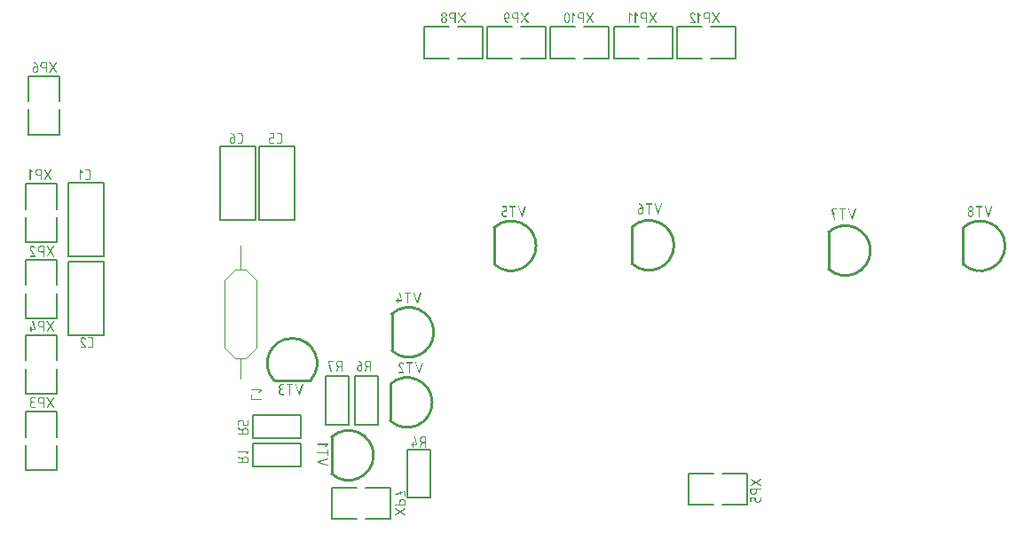
<source format=gbo>
G04 Layer_Color=32896*
%FSLAX25Y25*%
%MOIN*%
G70*
G01*
G75*
%ADD27C,0.00787*%
%ADD29C,0.00984*%
%ADD45C,0.00394*%
G36*
X364247Y119298D02*
X364298Y119276D01*
X364334Y119240D01*
X364356Y119203D01*
X364370Y119160D01*
X364385Y119131D01*
Y119101D01*
Y119094D01*
X364378Y119028D01*
X364349Y118977D01*
X364319Y118941D01*
X364276Y118919D01*
X364239Y118904D01*
X364203Y118890D01*
X363343D01*
Y115362D01*
X363335Y115296D01*
X363313Y115245D01*
X363277Y115208D01*
X363241Y115187D01*
X363204Y115172D01*
X363168Y115157D01*
X363139D01*
X363066Y115165D01*
X363015Y115187D01*
X362978Y115223D01*
X362956Y115260D01*
X362934Y115296D01*
X362927Y115332D01*
Y115354D01*
Y115362D01*
Y118890D01*
X362103D01*
X362030Y118897D01*
X361979Y118919D01*
X361943Y118956D01*
X361921Y118992D01*
X361899Y119028D01*
X361892Y119065D01*
Y119087D01*
Y119094D01*
X361899Y119167D01*
X361921Y119218D01*
X361958Y119255D01*
X361994Y119276D01*
X362038Y119298D01*
X362067Y119306D01*
X364174D01*
X364247Y119298D01*
D02*
G37*
G36*
X360179Y119284D02*
X360325Y119247D01*
X360449Y119203D01*
X360558Y119145D01*
X360645Y119087D01*
X360704Y119043D01*
X360747Y119007D01*
X360762Y118992D01*
X360864Y118875D01*
X360937Y118751D01*
X360988Y118628D01*
X361024Y118511D01*
X361046Y118416D01*
X361053Y118336D01*
X361061Y118307D01*
Y118285D01*
Y118270D01*
Y118263D01*
X361053Y118168D01*
X361046Y118081D01*
X361024Y117993D01*
X360995Y117913D01*
X360930Y117775D01*
X360849Y117651D01*
X360776Y117556D01*
X360711Y117490D01*
X360682Y117461D01*
X360660Y117446D01*
X360653Y117439D01*
X360645Y117432D01*
X360718Y117374D01*
X360784Y117308D01*
X360835Y117242D01*
X360886Y117169D01*
X360922Y117104D01*
X360959Y117031D01*
X361010Y116900D01*
X361039Y116783D01*
X361046Y116732D01*
X361053Y116688D01*
X361061Y116652D01*
Y116623D01*
Y116608D01*
Y116601D01*
Y116193D01*
X361046Y116040D01*
X361017Y115894D01*
X360966Y115770D01*
X360908Y115661D01*
X360857Y115573D01*
X360806Y115515D01*
X360776Y115471D01*
X360762Y115456D01*
X360645Y115354D01*
X360514Y115281D01*
X360397Y115230D01*
X360281Y115194D01*
X360179Y115172D01*
X360099Y115165D01*
X360069Y115157D01*
X360026D01*
X359873Y115172D01*
X359734Y115201D01*
X359610Y115252D01*
X359501Y115311D01*
X359413Y115362D01*
X359348Y115413D01*
X359311Y115442D01*
X359297Y115456D01*
X359195Y115573D01*
X359122Y115704D01*
X359063Y115821D01*
X359027Y115937D01*
X359005Y116040D01*
X358998Y116120D01*
X358991Y116149D01*
Y116171D01*
Y116185D01*
Y116193D01*
Y116287D01*
Y116368D01*
Y116448D01*
X358998Y116521D01*
X359005Y116637D01*
Y116732D01*
X359012Y116798D01*
X359020Y116841D01*
X359027Y116871D01*
Y116878D01*
X359063Y116995D01*
X359122Y117104D01*
X359180Y117199D01*
X359246Y117279D01*
X359304Y117344D01*
X359355Y117388D01*
X359391Y117425D01*
X359406Y117432D01*
X359333Y117490D01*
X359267Y117556D01*
X359216Y117629D01*
X359165Y117694D01*
X359122Y117767D01*
X359092Y117833D01*
X359042Y117964D01*
X359012Y118081D01*
X359005Y118132D01*
X358998Y118175D01*
X358991Y118212D01*
Y118241D01*
Y118256D01*
Y118263D01*
X359005Y118416D01*
X359042Y118555D01*
X359085Y118678D01*
X359143Y118788D01*
X359202Y118875D01*
X359246Y118941D01*
X359282Y118977D01*
X359297Y118992D01*
X359413Y119094D01*
X359537Y119167D01*
X359661Y119225D01*
X359778Y119262D01*
X359873Y119284D01*
X359953Y119291D01*
X359982Y119298D01*
X360026D01*
X360179Y119284D01*
D02*
G37*
G36*
X87642Y35943D02*
X87737Y35936D01*
X87904Y35892D01*
X88057Y35834D01*
X88181Y35768D01*
X88283Y35703D01*
X88327Y35673D01*
X88364Y35644D01*
X88393Y35622D01*
X88415Y35601D01*
X88422Y35593D01*
X88429Y35586D01*
X88495Y35513D01*
X88553Y35440D01*
X88597Y35367D01*
X88641Y35294D01*
X88706Y35149D01*
X88750Y35010D01*
X88772Y34886D01*
X88786Y34835D01*
Y34791D01*
X88794Y34755D01*
Y34726D01*
Y34711D01*
Y34704D01*
Y33669D01*
X88786Y33603D01*
X88765Y33552D01*
X88728Y33516D01*
X88692Y33494D01*
X88648Y33479D01*
X88619Y33465D01*
X84850D01*
X84784Y33472D01*
X84733Y33494D01*
X84697Y33530D01*
X84675Y33567D01*
X84660Y33603D01*
X84646Y33639D01*
Y33661D01*
Y33669D01*
X84653Y33742D01*
X84675Y33793D01*
X84711Y33829D01*
X84748Y33851D01*
X84784Y33873D01*
X84821Y33880D01*
X86300D01*
Y34704D01*
Y34740D01*
Y34762D01*
Y34777D01*
Y34784D01*
X84755Y35557D01*
X84719Y35579D01*
X84689Y35608D01*
X84675Y35637D01*
X84660Y35666D01*
X84653Y35695D01*
X84646Y35717D01*
Y35732D01*
Y35739D01*
X84653Y35797D01*
X84675Y35841D01*
X84697Y35870D01*
X84704Y35885D01*
X84755Y35921D01*
X84799Y35943D01*
X84835Y35950D01*
X84886D01*
X84915Y35943D01*
X84937Y35936D01*
X84945Y35929D01*
X86388Y35200D01*
X86454Y35331D01*
X86527Y35447D01*
X86607Y35550D01*
X86694Y35637D01*
X86789Y35710D01*
X86884Y35768D01*
X86986Y35819D01*
X87081Y35856D01*
X87175Y35885D01*
X87263Y35914D01*
X87336Y35929D01*
X87409Y35936D01*
X87467Y35943D01*
X87511Y35950D01*
X87547D01*
X87642Y35943D01*
D02*
G37*
G36*
X10893Y133157D02*
X10944Y133135D01*
X10980Y133098D01*
X11002Y133062D01*
X11017Y133018D01*
X11031Y132989D01*
Y132960D01*
Y132952D01*
Y129220D01*
X11024Y129154D01*
X11002Y129103D01*
X10966Y129067D01*
X10929Y129045D01*
X10893Y129030D01*
X10856Y129016D01*
X10827D01*
X10754Y129023D01*
X10703Y129045D01*
X10667Y129081D01*
X10645Y129118D01*
X10623Y129154D01*
X10616Y129191D01*
Y129213D01*
Y129220D01*
Y130671D01*
X9792D01*
X9690Y130678D01*
X9595Y130685D01*
X9420Y130722D01*
X9267Y130780D01*
X9136Y130845D01*
X9034Y130904D01*
X8954Y130962D01*
X8932Y130984D01*
X8910Y130999D01*
X8903Y131013D01*
X8895D01*
X8837Y131079D01*
X8779Y131152D01*
X8691Y131305D01*
X8633Y131451D01*
X8589Y131596D01*
X8560Y131720D01*
X8553Y131779D01*
Y131822D01*
X8545Y131866D01*
Y131895D01*
Y131910D01*
Y131917D01*
X8553Y132012D01*
X8560Y132107D01*
X8604Y132274D01*
X8662Y132428D01*
X8728Y132551D01*
X8793Y132653D01*
X8822Y132697D01*
X8852Y132734D01*
X8873Y132763D01*
X8895Y132785D01*
X8903Y132792D01*
X8910Y132799D01*
X8983Y132865D01*
X9056Y132923D01*
X9129Y132967D01*
X9201Y133011D01*
X9347Y133076D01*
X9486Y133120D01*
X9610Y133142D01*
X9661Y133157D01*
X9704D01*
X9741Y133164D01*
X10827D01*
X10893Y133157D01*
D02*
G37*
G36*
X367979Y119291D02*
X368030Y119269D01*
X368067Y119233D01*
X368088Y119196D01*
X368103Y119152D01*
X368117Y119123D01*
Y119094D01*
Y119087D01*
X368110Y119043D01*
X368103Y119028D01*
Y119021D01*
X366871Y115311D01*
X366842Y115260D01*
X366813Y115223D01*
X366783Y115194D01*
X366747Y115179D01*
X366718Y115165D01*
X366689Y115157D01*
X366667D01*
X366616Y115165D01*
X366572Y115179D01*
X366536Y115208D01*
X366506Y115238D01*
X366470Y115289D01*
X366463Y115303D01*
Y115311D01*
X365223Y119021D01*
X365216Y119065D01*
Y119079D01*
Y119087D01*
X365223Y119160D01*
X365245Y119211D01*
X365282Y119247D01*
X365318Y119269D01*
X365355Y119291D01*
X365391Y119298D01*
X365420D01*
X365471Y119291D01*
X365515Y119276D01*
X365551Y119255D01*
X365573Y119225D01*
X365610Y119174D01*
X365617Y119160D01*
Y119152D01*
X366667Y116018D01*
X367709Y119152D01*
X367731Y119203D01*
X367760Y119240D01*
X367797Y119262D01*
X367826Y119284D01*
X367855Y119291D01*
X367884Y119298D01*
X367906D01*
X367979Y119291D01*
D02*
G37*
G36*
X243963Y120275D02*
X244014Y120253D01*
X244051Y120217D01*
X244073Y120180D01*
X244087Y120137D01*
X244102Y120107D01*
Y120078D01*
Y120071D01*
X244094Y120027D01*
X244087Y120013D01*
Y120005D01*
X242855Y116295D01*
X242826Y116244D01*
X242797Y116207D01*
X242768Y116178D01*
X242731Y116164D01*
X242702Y116149D01*
X242673Y116142D01*
X242651D01*
X242600Y116149D01*
X242556Y116164D01*
X242520Y116193D01*
X242491Y116222D01*
X242454Y116273D01*
X242447Y116288D01*
Y116295D01*
X241208Y120005D01*
X241200Y120049D01*
Y120064D01*
Y120071D01*
X241208Y120144D01*
X241230Y120195D01*
X241266Y120231D01*
X241302Y120253D01*
X241339Y120275D01*
X241375Y120282D01*
X241405D01*
X241456Y120275D01*
X241499Y120261D01*
X241536Y120239D01*
X241558Y120210D01*
X241594Y120159D01*
X241601Y120144D01*
Y120137D01*
X242651Y117002D01*
X243693Y120137D01*
X243715Y120188D01*
X243745Y120224D01*
X243781Y120246D01*
X243810Y120268D01*
X243839Y120275D01*
X243868Y120282D01*
X243890D01*
X243963Y120275D01*
D02*
G37*
G36*
X86242Y38837D02*
X86388Y38801D01*
X86512Y38757D01*
X86621Y38699D01*
X86709Y38640D01*
X86774Y38597D01*
X86811Y38560D01*
X86825Y38546D01*
X86927Y38429D01*
X87000Y38305D01*
X87059Y38181D01*
X87095Y38072D01*
X87117Y37970D01*
X87124Y37890D01*
X87132Y37860D01*
Y37839D01*
Y37824D01*
Y37817D01*
Y37197D01*
X88378D01*
Y38436D01*
X88385Y38502D01*
X88407Y38553D01*
X88444Y38589D01*
X88480Y38619D01*
X88517Y38633D01*
X88553Y38640D01*
X88582D01*
X88655Y38633D01*
X88706Y38611D01*
X88743Y38575D01*
X88765Y38538D01*
X88786Y38502D01*
X88794Y38465D01*
Y38444D01*
Y38436D01*
Y36986D01*
X88786Y36920D01*
X88765Y36869D01*
X88728Y36832D01*
X88692Y36811D01*
X88648Y36796D01*
X88619Y36781D01*
X86920D01*
X86854Y36789D01*
X86804Y36811D01*
X86767Y36847D01*
X86745Y36884D01*
X86731Y36920D01*
X86716Y36957D01*
Y36978D01*
Y36986D01*
Y37809D01*
X86709Y37904D01*
X86687Y37992D01*
X86658Y38065D01*
X86629Y38130D01*
X86592Y38181D01*
X86563Y38225D01*
X86541Y38247D01*
X86534Y38254D01*
X86461Y38312D01*
X86388Y38356D01*
X86315Y38393D01*
X86242Y38414D01*
X86184Y38429D01*
X86133Y38436D01*
X85681D01*
X85586Y38429D01*
X85499Y38407D01*
X85426Y38378D01*
X85360Y38349D01*
X85309Y38312D01*
X85273Y38283D01*
X85243Y38261D01*
X85236Y38254D01*
X85178Y38181D01*
X85134Y38108D01*
X85105Y38035D01*
X85083Y37962D01*
X85069Y37904D01*
X85061Y37853D01*
Y37824D01*
Y37809D01*
Y36986D01*
X85054Y36920D01*
X85032Y36869D01*
X84996Y36832D01*
X84959Y36811D01*
X84915Y36796D01*
X84886Y36781D01*
X84850D01*
X84784Y36789D01*
X84733Y36811D01*
X84697Y36847D01*
X84675Y36884D01*
X84660Y36920D01*
X84646Y36957D01*
Y36978D01*
Y36986D01*
Y37817D01*
X84660Y37970D01*
X84689Y38108D01*
X84740Y38232D01*
X84799Y38342D01*
X84850Y38429D01*
X84901Y38495D01*
X84930Y38531D01*
X84945Y38546D01*
X85061Y38648D01*
X85192Y38721D01*
X85309Y38779D01*
X85426Y38815D01*
X85528Y38837D01*
X85608Y38845D01*
X85637Y38852D01*
X86089D01*
X86242Y38837D01*
D02*
G37*
G36*
X309749Y118314D02*
X309800Y118292D01*
X309836Y118256D01*
X309858Y118219D01*
X309872Y118175D01*
X309887Y118146D01*
Y118117D01*
Y118110D01*
X309880Y118044D01*
X309858Y117993D01*
X309821Y117957D01*
X309785Y117935D01*
X309749Y117920D01*
X309712Y117906D01*
X308283D01*
X308604Y116455D01*
X308852D01*
X308917Y116448D01*
X308968Y116426D01*
X309005Y116389D01*
X309027Y116353D01*
X309041Y116309D01*
X309056Y116280D01*
Y116251D01*
Y116244D01*
X309049Y116178D01*
X309027Y116127D01*
X308990Y116091D01*
X308954Y116069D01*
X308917Y116054D01*
X308881Y116040D01*
X308699D01*
X309056Y114421D01*
Y114392D01*
Y114385D01*
Y114377D01*
X309049Y114312D01*
X309027Y114261D01*
X308990Y114224D01*
X308954Y114202D01*
X308917Y114188D01*
X308881Y114173D01*
X308852D01*
X308793Y114181D01*
X308750Y114195D01*
X308713Y114224D01*
X308691Y114253D01*
X308670Y114283D01*
X308655Y114312D01*
X308648Y114326D01*
Y114334D01*
X308276Y116040D01*
X308021D01*
X307948Y116047D01*
X307897Y116069D01*
X307860Y116105D01*
X307839Y116141D01*
X307817Y116178D01*
X307809Y116214D01*
Y116236D01*
Y116244D01*
X307817Y116316D01*
X307839Y116367D01*
X307875Y116404D01*
X307911Y116426D01*
X307955Y116448D01*
X307984Y116455D01*
X308174D01*
X307817Y118066D01*
X307809Y118103D01*
Y118117D01*
X307824Y118183D01*
X307846Y118234D01*
X307882Y118270D01*
X307919Y118299D01*
X307955Y118314D01*
X307992Y118321D01*
X309683D01*
X309749Y118314D01*
D02*
G37*
G36*
X316798Y118307D02*
X316849Y118285D01*
X316885Y118248D01*
X316907Y118212D01*
X316922Y118168D01*
X316936Y118139D01*
Y118110D01*
Y118103D01*
X316929Y118059D01*
X316922Y118044D01*
Y118037D01*
X315690Y114326D01*
X315661Y114275D01*
X315632Y114239D01*
X315602Y114210D01*
X315566Y114195D01*
X315537Y114181D01*
X315508Y114173D01*
X315486D01*
X315435Y114181D01*
X315391Y114195D01*
X315354Y114224D01*
X315325Y114253D01*
X315289Y114304D01*
X315282Y114319D01*
Y114326D01*
X314042Y118037D01*
X314035Y118081D01*
Y118095D01*
Y118103D01*
X314042Y118175D01*
X314064Y118227D01*
X314101Y118263D01*
X314137Y118285D01*
X314174Y118307D01*
X314210Y118314D01*
X314239D01*
X314290Y118307D01*
X314334Y118292D01*
X314370Y118270D01*
X314392Y118241D01*
X314429Y118190D01*
X314436Y118175D01*
Y118168D01*
X315486Y115033D01*
X316528Y118168D01*
X316550Y118219D01*
X316579Y118256D01*
X316616Y118278D01*
X316645Y118299D01*
X316674Y118307D01*
X316703Y118314D01*
X316725D01*
X316798Y118307D01*
D02*
G37*
G36*
X313065Y118314D02*
X313117Y118292D01*
X313153Y118256D01*
X313175Y118219D01*
X313189Y118175D01*
X313204Y118146D01*
Y118117D01*
Y118110D01*
X313197Y118044D01*
X313168Y117993D01*
X313138Y117957D01*
X313095Y117935D01*
X313058Y117920D01*
X313022Y117906D01*
X312161D01*
Y114377D01*
X312154Y114312D01*
X312132Y114261D01*
X312096Y114224D01*
X312059Y114202D01*
X312023Y114188D01*
X311986Y114173D01*
X311957D01*
X311884Y114181D01*
X311833Y114202D01*
X311797Y114239D01*
X311775Y114275D01*
X311753Y114312D01*
X311746Y114348D01*
Y114370D01*
Y114377D01*
Y117906D01*
X310922D01*
X310849Y117913D01*
X310798Y117935D01*
X310762Y117971D01*
X310740Y118008D01*
X310718Y118044D01*
X310711Y118081D01*
Y118103D01*
Y118110D01*
X310718Y118183D01*
X310740Y118234D01*
X310776Y118270D01*
X310813Y118292D01*
X310857Y118314D01*
X310886Y118321D01*
X312993D01*
X313065Y118314D01*
D02*
G37*
G36*
X14633Y133149D02*
X14684Y133127D01*
X14720Y133091D01*
X14742Y133054D01*
X14757Y133011D01*
X14771Y132982D01*
Y132952D01*
Y132945D01*
X14764Y132901D01*
X14749Y132865D01*
X14742Y132836D01*
X14735Y132828D01*
X13568Y131086D01*
X14735Y129337D01*
X14757Y129300D01*
X14764Y129256D01*
X14771Y129234D01*
Y129220D01*
X14764Y129154D01*
X14735Y129103D01*
X14705Y129067D01*
X14662Y129045D01*
X14625Y129030D01*
X14589Y129016D01*
X14560D01*
X14523Y129023D01*
X14487Y129030D01*
X14436Y129060D01*
X14399Y129089D01*
X14392Y129103D01*
X13320Y130707D01*
X12249Y129103D01*
X12227Y129074D01*
X12198Y129052D01*
X12139Y129030D01*
X12096Y129016D01*
X12074D01*
X12008Y129023D01*
X11957Y129045D01*
X11921Y129081D01*
X11891Y129118D01*
X11877Y129154D01*
X11870Y129191D01*
Y129213D01*
Y129220D01*
X11877Y129264D01*
X11884Y129300D01*
X11891Y129329D01*
X11899Y129337D01*
X13065Y131086D01*
X11899Y132828D01*
X11884Y132872D01*
X11870Y132909D01*
Y132938D01*
Y132945D01*
X11877Y133018D01*
X11899Y133069D01*
X11935Y133105D01*
X11972Y133127D01*
X12008Y133149D01*
X12045Y133157D01*
X12074D01*
X12117Y133149D01*
X12147Y133142D01*
X12205Y133113D01*
X12234Y133076D01*
X12249Y133069D01*
Y133062D01*
X13320Y131458D01*
X14392Y133062D01*
X14414Y133091D01*
X14443Y133120D01*
X14494Y133142D01*
X14538Y133157D01*
X14560D01*
X14633Y133149D01*
D02*
G37*
G36*
X11877Y47448D02*
X11928Y47426D01*
X11964Y47390D01*
X11986Y47353D01*
X12001Y47309D01*
X12015Y47280D01*
Y47251D01*
Y47244D01*
Y43511D01*
X12008Y43446D01*
X11986Y43395D01*
X11950Y43358D01*
X11913Y43336D01*
X11877Y43322D01*
X11841Y43307D01*
X11811D01*
X11738Y43314D01*
X11688Y43336D01*
X11651Y43373D01*
X11629Y43409D01*
X11607Y43446D01*
X11600Y43482D01*
Y43504D01*
Y43511D01*
Y44962D01*
X10776D01*
X10674Y44969D01*
X10579Y44976D01*
X10404Y45013D01*
X10251Y45071D01*
X10120Y45137D01*
X10018Y45195D01*
X9938Y45254D01*
X9916Y45275D01*
X9894Y45290D01*
X9887Y45305D01*
X9880D01*
X9821Y45370D01*
X9763Y45443D01*
X9675Y45596D01*
X9617Y45742D01*
X9573Y45888D01*
X9544Y46012D01*
X9537Y46070D01*
Y46114D01*
X9530Y46158D01*
Y46187D01*
Y46201D01*
Y46209D01*
X9537Y46303D01*
X9544Y46398D01*
X9588Y46566D01*
X9646Y46719D01*
X9712Y46843D01*
X9777Y46945D01*
X9807Y46988D01*
X9836Y47025D01*
X9858Y47054D01*
X9880Y47076D01*
X9887Y47083D01*
X9894Y47091D01*
X9967Y47156D01*
X10040Y47214D01*
X10113Y47258D01*
X10186Y47302D01*
X10332Y47368D01*
X10470Y47411D01*
X10594Y47433D01*
X10645Y47448D01*
X10689D01*
X10725Y47455D01*
X11811D01*
X11877Y47448D01*
D02*
G37*
G36*
X8567D02*
X8618Y47426D01*
X8655Y47390D01*
X8677Y47353D01*
X8691Y47309D01*
X8706Y47280D01*
Y47251D01*
Y47244D01*
X8699Y47178D01*
X8669Y47127D01*
X8640Y47091D01*
X8597Y47069D01*
X8560Y47054D01*
X8524Y47040D01*
X7671D01*
X7576Y47032D01*
X7488Y47010D01*
X7416Y46981D01*
X7350Y46945D01*
X7299Y46908D01*
X7255Y46879D01*
X7233Y46857D01*
X7226Y46850D01*
X7168Y46777D01*
X7124Y46704D01*
X7087Y46631D01*
X7066Y46566D01*
X7051Y46500D01*
X7044Y46456D01*
Y46427D01*
Y46413D01*
X7051Y46318D01*
X7073Y46230D01*
X7102Y46158D01*
X7131Y46092D01*
X7168Y46041D01*
X7197Y46004D01*
X7219Y45975D01*
X7226Y45968D01*
X7299Y45910D01*
X7372Y45866D01*
X7445Y45837D01*
X7518Y45815D01*
X7576Y45800D01*
X7627Y45793D01*
X8086D01*
X8152Y45786D01*
X8203Y45764D01*
X8239Y45727D01*
X8261Y45691D01*
X8276Y45647D01*
X8290Y45618D01*
Y45589D01*
Y45582D01*
X8283Y45516D01*
X8261Y45465D01*
X8225Y45428D01*
X8188Y45407D01*
X8152Y45392D01*
X8115Y45377D01*
X7671D01*
X7576Y45370D01*
X7488Y45348D01*
X7416Y45319D01*
X7350Y45290D01*
X7299Y45254D01*
X7255Y45224D01*
X7233Y45202D01*
X7226Y45195D01*
X7168Y45122D01*
X7124Y45049D01*
X7087Y44976D01*
X7066Y44904D01*
X7051Y44845D01*
X7044Y44794D01*
Y44765D01*
Y44750D01*
Y44342D01*
X7051Y44247D01*
X7073Y44160D01*
X7102Y44087D01*
X7131Y44021D01*
X7168Y43971D01*
X7197Y43934D01*
X7219Y43905D01*
X7226Y43898D01*
X7299Y43839D01*
X7372Y43795D01*
X7445Y43766D01*
X7518Y43745D01*
X7576Y43730D01*
X7627Y43723D01*
X8495D01*
X8567Y43715D01*
X8618Y43694D01*
X8655Y43657D01*
X8677Y43621D01*
X8691Y43577D01*
X8706Y43548D01*
Y43518D01*
Y43511D01*
X8699Y43446D01*
X8669Y43395D01*
X8640Y43358D01*
X8597Y43336D01*
X8560Y43322D01*
X8524Y43307D01*
X7671D01*
X7518Y43322D01*
X7372Y43351D01*
X7248Y43402D01*
X7139Y43460D01*
X7051Y43511D01*
X6985Y43562D01*
X6949Y43591D01*
X6934Y43606D01*
X6832Y43723D01*
X6759Y43854D01*
X6701Y43971D01*
X6665Y44087D01*
X6643Y44189D01*
X6635Y44269D01*
X6628Y44298D01*
Y44320D01*
Y44335D01*
Y44342D01*
Y44750D01*
X6635Y44845D01*
X6643Y44933D01*
X6665Y45020D01*
X6694Y45100D01*
X6759Y45239D01*
X6832Y45363D01*
X6912Y45458D01*
X6978Y45523D01*
X7007Y45552D01*
X7029Y45567D01*
X7036Y45582D01*
X7044D01*
X6971Y45640D01*
X6905Y45706D01*
X6854Y45778D01*
X6803Y45844D01*
X6759Y45917D01*
X6730Y45983D01*
X6679Y46114D01*
X6650Y46230D01*
X6643Y46281D01*
X6635Y46325D01*
X6628Y46362D01*
Y46391D01*
Y46405D01*
Y46413D01*
X6643Y46566D01*
X6679Y46712D01*
X6723Y46835D01*
X6781Y46945D01*
X6840Y47032D01*
X6883Y47098D01*
X6920Y47134D01*
X6934Y47149D01*
X7051Y47251D01*
X7175Y47324D01*
X7299Y47382D01*
X7416Y47419D01*
X7518Y47440D01*
X7598Y47448D01*
X7627Y47455D01*
X8495D01*
X8567Y47448D01*
D02*
G37*
G36*
X155373Y32684D02*
X155424Y32662D01*
X155461Y32626D01*
X155483Y32589D01*
X155497Y32546D01*
X155512Y32516D01*
Y32487D01*
Y32480D01*
Y28747D01*
X155505Y28682D01*
X155483Y28631D01*
X155446Y28594D01*
X155410Y28572D01*
X155373Y28558D01*
X155337Y28543D01*
X155308D01*
X155235Y28551D01*
X155184Y28572D01*
X155147Y28609D01*
X155125Y28645D01*
X155104Y28682D01*
X155096Y28718D01*
Y28740D01*
Y28747D01*
Y30198D01*
X154192D01*
X153420Y28653D01*
X153398Y28616D01*
X153369Y28587D01*
X153339Y28572D01*
X153310Y28558D01*
X153281Y28551D01*
X153259Y28543D01*
X153237D01*
X153179Y28551D01*
X153135Y28572D01*
X153106Y28594D01*
X153092Y28602D01*
X153055Y28653D01*
X153033Y28696D01*
X153026Y28733D01*
Y28747D01*
Y28784D01*
X153033Y28813D01*
X153041Y28835D01*
X153048Y28842D01*
X153777Y30286D01*
X153646Y30351D01*
X153529Y30424D01*
X153427Y30504D01*
X153339Y30592D01*
X153267Y30687D01*
X153208Y30781D01*
X153157Y30883D01*
X153121Y30978D01*
X153092Y31073D01*
X153062Y31160D01*
X153048Y31233D01*
X153041Y31306D01*
X153033Y31365D01*
X153026Y31408D01*
Y31437D01*
Y31445D01*
X153033Y31539D01*
X153041Y31634D01*
X153084Y31802D01*
X153143Y31955D01*
X153208Y32079D01*
X153274Y32181D01*
X153303Y32225D01*
X153332Y32261D01*
X153354Y32290D01*
X153376Y32312D01*
X153383Y32320D01*
X153390Y32327D01*
X153463Y32392D01*
X153536Y32451D01*
X153609Y32495D01*
X153682Y32538D01*
X153828Y32604D01*
X153966Y32648D01*
X154090Y32669D01*
X154141Y32684D01*
X154185D01*
X154221Y32691D01*
X155308D01*
X155373Y32684D01*
D02*
G37*
G36*
X11877Y76070D02*
X11928Y76048D01*
X11964Y76012D01*
X11986Y75975D01*
X12001Y75931D01*
X12015Y75902D01*
Y75873D01*
Y75866D01*
Y72133D01*
X12008Y72068D01*
X11986Y72017D01*
X11950Y71980D01*
X11913Y71958D01*
X11877Y71944D01*
X11841Y71929D01*
X11811D01*
X11738Y71936D01*
X11688Y71958D01*
X11651Y71995D01*
X11629Y72031D01*
X11607Y72068D01*
X11600Y72104D01*
Y72126D01*
Y72133D01*
Y73584D01*
X10776D01*
X10674Y73591D01*
X10579Y73598D01*
X10404Y73635D01*
X10251Y73693D01*
X10120Y73759D01*
X10018Y73817D01*
X9938Y73876D01*
X9916Y73897D01*
X9894Y73912D01*
X9887Y73927D01*
X9880D01*
X9821Y73992D01*
X9763Y74065D01*
X9675Y74218D01*
X9617Y74364D01*
X9573Y74510D01*
X9544Y74634D01*
X9537Y74692D01*
Y74736D01*
X9530Y74779D01*
Y74809D01*
Y74823D01*
Y74831D01*
X9537Y74925D01*
X9544Y75020D01*
X9588Y75188D01*
X9646Y75341D01*
X9712Y75465D01*
X9777Y75567D01*
X9807Y75611D01*
X9836Y75647D01*
X9858Y75676D01*
X9880Y75698D01*
X9887Y75705D01*
X9894Y75713D01*
X9967Y75778D01*
X10040Y75837D01*
X10113Y75880D01*
X10186Y75924D01*
X10332Y75990D01*
X10470Y76033D01*
X10594Y76055D01*
X10645Y76070D01*
X10689D01*
X10725Y76077D01*
X11811D01*
X11877Y76070D01*
D02*
G37*
G36*
X15617Y47440D02*
X15668Y47419D01*
X15704Y47382D01*
X15726Y47346D01*
X15741Y47302D01*
X15755Y47273D01*
Y47244D01*
Y47236D01*
X15748Y47193D01*
X15733Y47156D01*
X15726Y47127D01*
X15719Y47120D01*
X14552Y45377D01*
X15719Y43628D01*
X15741Y43591D01*
X15748Y43548D01*
X15755Y43526D01*
Y43511D01*
X15748Y43446D01*
X15719Y43395D01*
X15690Y43358D01*
X15646Y43336D01*
X15609Y43322D01*
X15573Y43307D01*
X15544D01*
X15507Y43314D01*
X15471Y43322D01*
X15420Y43351D01*
X15383Y43380D01*
X15376Y43395D01*
X14305Y44998D01*
X13233Y43395D01*
X13211Y43365D01*
X13182Y43343D01*
X13124Y43322D01*
X13080Y43307D01*
X13058D01*
X12992Y43314D01*
X12941Y43336D01*
X12905Y43373D01*
X12876Y43409D01*
X12861Y43446D01*
X12854Y43482D01*
Y43504D01*
Y43511D01*
X12861Y43555D01*
X12868Y43591D01*
X12876Y43621D01*
X12883Y43628D01*
X14049Y45377D01*
X12883Y47120D01*
X12868Y47164D01*
X12854Y47200D01*
Y47229D01*
Y47236D01*
X12861Y47309D01*
X12883Y47360D01*
X12920Y47397D01*
X12956Y47419D01*
X12992Y47440D01*
X13029Y47448D01*
X13058D01*
X13102Y47440D01*
X13131Y47433D01*
X13189Y47404D01*
X13218Y47368D01*
X13233Y47360D01*
Y47353D01*
X14305Y45749D01*
X15376Y47353D01*
X15398Y47382D01*
X15427Y47411D01*
X15478Y47433D01*
X15522Y47448D01*
X15544D01*
X15617Y47440D01*
D02*
G37*
G36*
X11877Y104377D02*
X11928Y104355D01*
X11964Y104319D01*
X11986Y104282D01*
X12001Y104238D01*
X12015Y104209D01*
Y104180D01*
Y104173D01*
Y100440D01*
X12008Y100375D01*
X11986Y100324D01*
X11950Y100287D01*
X11913Y100265D01*
X11877Y100251D01*
X11841Y100236D01*
X11811D01*
X11738Y100243D01*
X11688Y100265D01*
X11651Y100302D01*
X11629Y100338D01*
X11607Y100375D01*
X11600Y100411D01*
Y100433D01*
Y100440D01*
Y101891D01*
X10776D01*
X10674Y101898D01*
X10579Y101906D01*
X10404Y101942D01*
X10251Y102000D01*
X10120Y102066D01*
X10018Y102124D01*
X9938Y102183D01*
X9916Y102205D01*
X9894Y102219D01*
X9887Y102234D01*
X9880D01*
X9821Y102299D01*
X9763Y102372D01*
X9675Y102525D01*
X9617Y102671D01*
X9573Y102817D01*
X9544Y102941D01*
X9537Y102999D01*
Y103043D01*
X9530Y103087D01*
Y103116D01*
Y103130D01*
Y103138D01*
X9537Y103232D01*
X9544Y103327D01*
X9588Y103495D01*
X9646Y103648D01*
X9712Y103772D01*
X9777Y103874D01*
X9807Y103918D01*
X9836Y103954D01*
X9858Y103983D01*
X9880Y104005D01*
X9887Y104012D01*
X9894Y104020D01*
X9967Y104085D01*
X10040Y104144D01*
X10113Y104187D01*
X10186Y104231D01*
X10332Y104297D01*
X10470Y104341D01*
X10594Y104362D01*
X10645Y104377D01*
X10689D01*
X10725Y104384D01*
X11811D01*
X11877Y104377D01*
D02*
G37*
G36*
X6752Y133142D02*
X6803Y133113D01*
X6840Y133084D01*
X6847Y133076D01*
X6854Y133069D01*
X7663Y132260D01*
X7700Y132216D01*
X7714Y132165D01*
X7722Y132129D01*
Y132121D01*
Y132114D01*
X7714Y132048D01*
X7692Y131997D01*
X7656Y131961D01*
X7620Y131939D01*
X7583Y131924D01*
X7547Y131910D01*
X7518D01*
X7459Y131917D01*
X7408Y131939D01*
X7379Y131961D01*
X7372Y131968D01*
X6891Y132449D01*
Y129220D01*
X6883Y129154D01*
X6861Y129103D01*
X6825Y129067D01*
X6788Y129045D01*
X6752Y129030D01*
X6716Y129016D01*
X6686D01*
X6613Y129023D01*
X6562Y129045D01*
X6526Y129081D01*
X6504Y129118D01*
X6482Y129154D01*
X6475Y129191D01*
Y129213D01*
Y129220D01*
Y132945D01*
X6482Y133018D01*
X6504Y133069D01*
X6541Y133105D01*
X6577Y133127D01*
X6621Y133149D01*
X6650Y133157D01*
X6716D01*
X6752Y133142D01*
D02*
G37*
G36*
X151211Y32677D02*
X151262Y32662D01*
X151291Y32633D01*
X151320Y32611D01*
X151342Y32582D01*
X151356Y32553D01*
X151364Y32538D01*
Y32531D01*
X152195Y29637D01*
Y29600D01*
Y29586D01*
Y29579D01*
X152188Y29513D01*
X152166Y29462D01*
X152129Y29425D01*
X152093Y29403D01*
X152056Y29389D01*
X152020Y29374D01*
X150744D01*
Y28747D01*
X150737Y28682D01*
X150715Y28631D01*
X150679Y28594D01*
X150642Y28572D01*
X150606Y28558D01*
X150569Y28543D01*
X150540D01*
X150467Y28551D01*
X150416Y28572D01*
X150380Y28609D01*
X150358Y28645D01*
X150336Y28682D01*
X150329Y28718D01*
Y28740D01*
Y28747D01*
Y29374D01*
X149920D01*
X149847Y29382D01*
X149796Y29403D01*
X149760Y29440D01*
X149738Y29476D01*
X149716Y29513D01*
X149709Y29549D01*
Y29571D01*
Y29579D01*
X149716Y29651D01*
X149738Y29702D01*
X149775Y29739D01*
X149811Y29761D01*
X149855Y29783D01*
X149884Y29790D01*
X150329D01*
Y30410D01*
X150336Y30475D01*
X150358Y30526D01*
X150394Y30563D01*
X150431Y30592D01*
X150474Y30606D01*
X150504Y30614D01*
X150540D01*
X150606Y30606D01*
X150657Y30584D01*
X150693Y30548D01*
X150715Y30512D01*
X150730Y30475D01*
X150744Y30439D01*
Y30417D01*
Y30410D01*
Y29790D01*
X151721D01*
X150963Y32414D01*
X150956Y32458D01*
Y32465D01*
Y32473D01*
X150963Y32546D01*
X150985Y32597D01*
X151021Y32633D01*
X151058Y32655D01*
X151094Y32677D01*
X151130Y32684D01*
X151160D01*
X151211Y32677D01*
D02*
G37*
G36*
X7787Y104377D02*
X7897Y104355D01*
X7999Y104319D01*
X8094Y104268D01*
X8181Y104209D01*
X8269Y104144D01*
X8341Y104078D01*
X8414Y104012D01*
X8473Y103939D01*
X8531Y103874D01*
X8575Y103808D01*
X8611Y103750D01*
X8647Y103706D01*
X8669Y103663D01*
X8677Y103641D01*
X8684Y103633D01*
X8699Y103604D01*
X8706Y103582D01*
Y103560D01*
Y103553D01*
X8699Y103480D01*
X8669Y103429D01*
X8640Y103393D01*
X8597Y103371D01*
X8560Y103356D01*
X8524Y103342D01*
X8495D01*
X8451Y103349D01*
X8414Y103356D01*
X8363Y103393D01*
X8327Y103429D01*
X8320Y103437D01*
Y103444D01*
X8261Y103539D01*
X8203Y103619D01*
X8152Y103684D01*
X8094Y103750D01*
X8035Y103801D01*
X7984Y103838D01*
X7933Y103874D01*
X7882Y103903D01*
X7795Y103939D01*
X7729Y103961D01*
X7685Y103969D01*
X7671D01*
X7576Y103961D01*
X7488Y103939D01*
X7416Y103910D01*
X7350Y103881D01*
X7299Y103845D01*
X7255Y103816D01*
X7233Y103794D01*
X7226Y103786D01*
X7168Y103714D01*
X7124Y103641D01*
X7087Y103568D01*
X7066Y103495D01*
X7051Y103437D01*
X7044Y103385D01*
Y103356D01*
Y103342D01*
X7051Y103276D01*
X7058Y103218D01*
X7073Y103159D01*
X7095Y103109D01*
X7117Y103065D01*
X7131Y103028D01*
X7139Y103006D01*
X7146Y102999D01*
X8669Y100557D01*
X8691Y100521D01*
X8699Y100477D01*
X8706Y100455D01*
Y100440D01*
X8699Y100375D01*
X8669Y100324D01*
X8640Y100287D01*
X8597Y100265D01*
X8560Y100251D01*
X8524Y100236D01*
X6840D01*
X6767Y100243D01*
X6716Y100265D01*
X6679Y100302D01*
X6657Y100338D01*
X6635Y100375D01*
X6628Y100411D01*
Y100433D01*
Y100440D01*
X6635Y100513D01*
X6657Y100564D01*
X6694Y100601D01*
X6730Y100623D01*
X6774Y100645D01*
X6803Y100652D01*
X8123D01*
X6818Y102744D01*
X6752Y102861D01*
X6708Y102970D01*
X6672Y103065D01*
X6650Y103159D01*
X6635Y103232D01*
X6628Y103291D01*
Y103327D01*
Y103342D01*
X6643Y103495D01*
X6679Y103641D01*
X6723Y103765D01*
X6781Y103874D01*
X6840Y103961D01*
X6883Y104027D01*
X6920Y104063D01*
X6934Y104078D01*
X7051Y104180D01*
X7175Y104253D01*
X7299Y104311D01*
X7416Y104348D01*
X7518Y104370D01*
X7598Y104377D01*
X7627Y104384D01*
X7671D01*
X7787Y104377D01*
D02*
G37*
G36*
X15617Y104370D02*
X15668Y104348D01*
X15704Y104311D01*
X15726Y104275D01*
X15741Y104231D01*
X15755Y104202D01*
Y104173D01*
Y104165D01*
X15748Y104122D01*
X15733Y104085D01*
X15726Y104056D01*
X15719Y104049D01*
X14552Y102307D01*
X15719Y100557D01*
X15741Y100521D01*
X15748Y100477D01*
X15755Y100455D01*
Y100440D01*
X15748Y100375D01*
X15719Y100324D01*
X15690Y100287D01*
X15646Y100265D01*
X15609Y100251D01*
X15573Y100236D01*
X15544D01*
X15507Y100243D01*
X15471Y100251D01*
X15420Y100280D01*
X15383Y100309D01*
X15376Y100324D01*
X14305Y101927D01*
X13233Y100324D01*
X13211Y100294D01*
X13182Y100273D01*
X13124Y100251D01*
X13080Y100236D01*
X13058D01*
X12992Y100243D01*
X12941Y100265D01*
X12905Y100302D01*
X12876Y100338D01*
X12861Y100375D01*
X12854Y100411D01*
Y100433D01*
Y100440D01*
X12861Y100484D01*
X12868Y100521D01*
X12876Y100550D01*
X12883Y100557D01*
X14049Y102307D01*
X12883Y104049D01*
X12868Y104093D01*
X12854Y104129D01*
Y104158D01*
Y104165D01*
X12861Y104238D01*
X12883Y104289D01*
X12920Y104326D01*
X12956Y104348D01*
X12992Y104370D01*
X13029Y104377D01*
X13058D01*
X13102Y104370D01*
X13131Y104362D01*
X13189Y104333D01*
X13218Y104297D01*
X13233Y104289D01*
Y104282D01*
X14305Y102678D01*
X15376Y104282D01*
X15398Y104311D01*
X15427Y104341D01*
X15478Y104362D01*
X15522Y104377D01*
X15544D01*
X15617Y104370D01*
D02*
G37*
G36*
X118510Y29935D02*
X118561Y29913D01*
X118598Y29877D01*
X118619Y29840D01*
X118641Y29796D01*
X118649Y29767D01*
Y29738D01*
Y29731D01*
Y29702D01*
X118634Y29665D01*
X118605Y29614D01*
X118576Y29578D01*
X118568Y29570D01*
X118561Y29563D01*
X117752Y28754D01*
X117708Y28717D01*
X117657Y28703D01*
X117621Y28696D01*
X117606D01*
X117541Y28703D01*
X117490Y28725D01*
X117453Y28761D01*
X117431Y28798D01*
X117417Y28834D01*
X117402Y28871D01*
Y28892D01*
Y28900D01*
X117409Y28958D01*
X117431Y29009D01*
X117453Y29038D01*
X117460Y29046D01*
X117941Y29527D01*
X114712D01*
X114646Y29534D01*
X114595Y29556D01*
X114559Y29592D01*
X114537Y29629D01*
X114523Y29665D01*
X114508Y29702D01*
Y29724D01*
Y29731D01*
X114515Y29804D01*
X114537Y29855D01*
X114574Y29891D01*
X114610Y29913D01*
X114646Y29935D01*
X114683Y29942D01*
X118437D01*
X118510Y29935D01*
D02*
G37*
G36*
X118517Y27865D02*
X118568Y27843D01*
X118605Y27806D01*
X118627Y27770D01*
X118649Y27726D01*
X118656Y27697D01*
Y27668D01*
Y27661D01*
Y25590D01*
X118649Y25517D01*
X118627Y25466D01*
X118590Y25430D01*
X118554Y25408D01*
X118510Y25393D01*
X118481Y25379D01*
X118445D01*
X118379Y25386D01*
X118328Y25415D01*
X118291Y25444D01*
X118270Y25488D01*
X118255Y25525D01*
X118240Y25561D01*
Y25583D01*
Y25590D01*
Y26421D01*
X114712D01*
X114646Y26428D01*
X114595Y26450D01*
X114559Y26487D01*
X114537Y26523D01*
X114523Y26560D01*
X114508Y26596D01*
Y26618D01*
Y26625D01*
X114515Y26698D01*
X114537Y26749D01*
X114574Y26786D01*
X114610Y26808D01*
X114646Y26829D01*
X114683Y26837D01*
X118240D01*
Y27661D01*
X118248Y27733D01*
X118270Y27784D01*
X118306Y27821D01*
X118342Y27843D01*
X118379Y27865D01*
X118415Y27872D01*
X118445D01*
X118517Y27865D01*
D02*
G37*
G36*
X150408Y60637D02*
X150459Y60615D01*
X150495Y60579D01*
X150517Y60542D01*
X150532Y60498D01*
X150546Y60469D01*
Y60440D01*
Y60433D01*
X150539Y60367D01*
X150510Y60316D01*
X150481Y60280D01*
X150437Y60258D01*
X150401Y60243D01*
X150364Y60229D01*
X149504D01*
Y56700D01*
X149497Y56635D01*
X149475Y56583D01*
X149438Y56547D01*
X149402Y56525D01*
X149365Y56511D01*
X149329Y56496D01*
X149300D01*
X149227Y56503D01*
X149176Y56525D01*
X149139Y56562D01*
X149118Y56598D01*
X149096Y56635D01*
X149088Y56671D01*
Y56693D01*
Y56700D01*
Y60229D01*
X148265D01*
X148192Y60236D01*
X148141Y60258D01*
X148104Y60294D01*
X148082Y60331D01*
X148061Y60367D01*
X148053Y60404D01*
Y60425D01*
Y60433D01*
X148061Y60506D01*
X148082Y60557D01*
X148119Y60593D01*
X148155Y60615D01*
X148199Y60637D01*
X148228Y60644D01*
X150335D01*
X150408Y60637D01*
D02*
G37*
G36*
X146311D02*
X146420Y60615D01*
X146522Y60579D01*
X146617Y60527D01*
X146705Y60469D01*
X146792Y60404D01*
X146865Y60338D01*
X146938Y60272D01*
X146996Y60199D01*
X147055Y60134D01*
X147098Y60068D01*
X147135Y60010D01*
X147171Y59966D01*
X147193Y59922D01*
X147200Y59900D01*
X147208Y59893D01*
X147222Y59864D01*
X147230Y59842D01*
Y59820D01*
Y59813D01*
X147222Y59740D01*
X147193Y59689D01*
X147164Y59653D01*
X147120Y59631D01*
X147084Y59616D01*
X147047Y59602D01*
X147018D01*
X146974Y59609D01*
X146938Y59616D01*
X146887Y59653D01*
X146850Y59689D01*
X146843Y59696D01*
Y59704D01*
X146785Y59798D01*
X146727Y59879D01*
X146675Y59944D01*
X146617Y60010D01*
X146559Y60061D01*
X146508Y60097D01*
X146457Y60134D01*
X146406Y60163D01*
X146318Y60199D01*
X146253Y60221D01*
X146209Y60229D01*
X146194D01*
X146099Y60221D01*
X146012Y60199D01*
X145939Y60170D01*
X145873Y60141D01*
X145823Y60105D01*
X145779Y60075D01*
X145757Y60054D01*
X145750Y60046D01*
X145691Y59973D01*
X145648Y59900D01*
X145611Y59828D01*
X145589Y59755D01*
X145575Y59696D01*
X145567Y59645D01*
Y59616D01*
Y59602D01*
X145575Y59536D01*
X145582Y59478D01*
X145597Y59419D01*
X145618Y59368D01*
X145640Y59325D01*
X145655Y59288D01*
X145662Y59266D01*
X145669Y59259D01*
X147193Y56817D01*
X147215Y56780D01*
X147222Y56737D01*
X147230Y56715D01*
Y56700D01*
X147222Y56635D01*
X147193Y56583D01*
X147164Y56547D01*
X147120Y56525D01*
X147084Y56511D01*
X147047Y56496D01*
X145363D01*
X145290Y56503D01*
X145239Y56525D01*
X145203Y56562D01*
X145181Y56598D01*
X145159Y56635D01*
X145152Y56671D01*
Y56693D01*
Y56700D01*
X145159Y56773D01*
X145181Y56824D01*
X145217Y56861D01*
X145254Y56882D01*
X145298Y56904D01*
X145327Y56912D01*
X146646D01*
X145341Y59004D01*
X145276Y59121D01*
X145232Y59230D01*
X145196Y59325D01*
X145174Y59419D01*
X145159Y59492D01*
X145152Y59551D01*
Y59587D01*
Y59602D01*
X145166Y59755D01*
X145203Y59900D01*
X145247Y60024D01*
X145305Y60134D01*
X145363Y60221D01*
X145407Y60287D01*
X145443Y60323D01*
X145458Y60338D01*
X145575Y60440D01*
X145699Y60513D01*
X145823Y60571D01*
X145939Y60608D01*
X146041Y60629D01*
X146121Y60637D01*
X146151Y60644D01*
X146194D01*
X146311Y60637D01*
D02*
G37*
G36*
X154140Y60629D02*
X154191Y60608D01*
X154228Y60571D01*
X154250Y60535D01*
X154264Y60491D01*
X154279Y60462D01*
Y60433D01*
Y60425D01*
X154272Y60382D01*
X154264Y60367D01*
Y60360D01*
X153032Y56649D01*
X153003Y56598D01*
X152974Y56562D01*
X152945Y56533D01*
X152908Y56518D01*
X152879Y56503D01*
X152850Y56496D01*
X152828D01*
X152777Y56503D01*
X152733Y56518D01*
X152697Y56547D01*
X152668Y56576D01*
X152631Y56627D01*
X152624Y56642D01*
Y56649D01*
X151385Y60360D01*
X151377Y60404D01*
Y60418D01*
Y60425D01*
X151385Y60498D01*
X151407Y60549D01*
X151443Y60586D01*
X151479Y60608D01*
X151516Y60629D01*
X151552Y60637D01*
X151582D01*
X151633Y60629D01*
X151676Y60615D01*
X151713Y60593D01*
X151735Y60564D01*
X151771Y60513D01*
X151778Y60498D01*
Y60491D01*
X152828Y57356D01*
X153871Y60491D01*
X153893Y60542D01*
X153922Y60579D01*
X153958Y60600D01*
X153987Y60622D01*
X154016Y60629D01*
X154046Y60637D01*
X154068D01*
X154140Y60629D01*
D02*
G37*
G36*
X120568Y61227D02*
X120619Y61206D01*
X120655Y61169D01*
X120677Y61133D01*
X120692Y61089D01*
X120706Y61060D01*
Y61031D01*
Y61023D01*
X120699Y60958D01*
X120677Y60907D01*
X120641Y60870D01*
X120604Y60848D01*
X120568Y60834D01*
X120531Y60819D01*
X119102D01*
X119423Y59368D01*
X119671D01*
X119737Y59361D01*
X119788Y59339D01*
X119824Y59303D01*
X119846Y59266D01*
X119860Y59223D01*
X119875Y59193D01*
Y59164D01*
Y59157D01*
X119868Y59091D01*
X119846Y59040D01*
X119809Y59004D01*
X119773Y58982D01*
X119737Y58967D01*
X119700Y58953D01*
X119518D01*
X119875Y57335D01*
Y57305D01*
Y57298D01*
Y57291D01*
X119868Y57225D01*
X119846Y57174D01*
X119809Y57138D01*
X119773Y57116D01*
X119737Y57101D01*
X119700Y57087D01*
X119671D01*
X119613Y57094D01*
X119569Y57108D01*
X119532Y57138D01*
X119510Y57167D01*
X119489Y57196D01*
X119474Y57225D01*
X119467Y57240D01*
Y57247D01*
X119095Y58953D01*
X118840D01*
X118767Y58960D01*
X118716Y58982D01*
X118679Y59018D01*
X118658Y59055D01*
X118636Y59091D01*
X118628Y59128D01*
Y59150D01*
Y59157D01*
X118636Y59230D01*
X118658Y59281D01*
X118694Y59317D01*
X118730Y59339D01*
X118774Y59361D01*
X118803Y59368D01*
X118993D01*
X118636Y60979D01*
X118628Y61016D01*
Y61031D01*
X118643Y61096D01*
X118665Y61147D01*
X118701Y61184D01*
X118738Y61213D01*
X118774Y61227D01*
X118811Y61235D01*
X120502D01*
X120568Y61227D01*
D02*
G37*
G36*
X134704D02*
X134755Y61206D01*
X134792Y61169D01*
X134813Y61133D01*
X134828Y61089D01*
X134843Y61060D01*
Y61031D01*
Y61023D01*
Y57291D01*
X134835Y57225D01*
X134813Y57174D01*
X134777Y57138D01*
X134740Y57116D01*
X134704Y57101D01*
X134668Y57087D01*
X134638D01*
X134565Y57094D01*
X134514Y57116D01*
X134478Y57152D01*
X134456Y57189D01*
X134434Y57225D01*
X134427Y57262D01*
Y57283D01*
Y57291D01*
Y58741D01*
X133523D01*
X132750Y57196D01*
X132728Y57160D01*
X132699Y57130D01*
X132670Y57116D01*
X132641Y57101D01*
X132612Y57094D01*
X132590Y57087D01*
X132568D01*
X132510Y57094D01*
X132466Y57116D01*
X132437Y57138D01*
X132422Y57145D01*
X132386Y57196D01*
X132364Y57240D01*
X132357Y57276D01*
Y57291D01*
Y57327D01*
X132364Y57356D01*
X132371Y57378D01*
X132378Y57385D01*
X133107Y58829D01*
X132976Y58894D01*
X132860Y58967D01*
X132758Y59048D01*
X132670Y59135D01*
X132597Y59230D01*
X132539Y59325D01*
X132488Y59427D01*
X132451Y59522D01*
X132422Y59616D01*
X132393Y59704D01*
X132378Y59777D01*
X132371Y59850D01*
X132364Y59908D01*
X132357Y59952D01*
Y59981D01*
Y59988D01*
X132364Y60083D01*
X132371Y60178D01*
X132415Y60345D01*
X132473Y60498D01*
X132539Y60622D01*
X132605Y60724D01*
X132634Y60768D01*
X132663Y60804D01*
X132685Y60834D01*
X132706Y60856D01*
X132714Y60863D01*
X132721Y60870D01*
X132794Y60936D01*
X132867Y60994D01*
X132940Y61038D01*
X133013Y61081D01*
X133159Y61147D01*
X133297Y61191D01*
X133421Y61213D01*
X133472Y61227D01*
X133516D01*
X133552Y61235D01*
X134638D01*
X134704Y61227D01*
D02*
G37*
G36*
X123877D02*
X123928Y61206D01*
X123965Y61169D01*
X123987Y61133D01*
X124001Y61089D01*
X124016Y61060D01*
Y61031D01*
Y61023D01*
Y57291D01*
X124009Y57225D01*
X123987Y57174D01*
X123950Y57138D01*
X123914Y57116D01*
X123877Y57101D01*
X123841Y57087D01*
X123812D01*
X123739Y57094D01*
X123688Y57116D01*
X123651Y57152D01*
X123629Y57189D01*
X123608Y57225D01*
X123600Y57262D01*
Y57283D01*
Y57291D01*
Y58741D01*
X122696D01*
X121923Y57196D01*
X121902Y57160D01*
X121872Y57130D01*
X121843Y57116D01*
X121814Y57101D01*
X121785Y57094D01*
X121763Y57087D01*
X121741D01*
X121683Y57094D01*
X121639Y57116D01*
X121610Y57138D01*
X121596Y57145D01*
X121559Y57196D01*
X121537Y57240D01*
X121530Y57276D01*
Y57291D01*
Y57327D01*
X121537Y57356D01*
X121544Y57378D01*
X121552Y57385D01*
X122281Y58829D01*
X122150Y58894D01*
X122033Y58967D01*
X121931Y59048D01*
X121843Y59135D01*
X121770Y59230D01*
X121712Y59325D01*
X121661Y59427D01*
X121625Y59522D01*
X121596Y59616D01*
X121566Y59704D01*
X121552Y59777D01*
X121544Y59850D01*
X121537Y59908D01*
X121530Y59952D01*
Y59981D01*
Y59988D01*
X121537Y60083D01*
X121544Y60178D01*
X121588Y60345D01*
X121646Y60498D01*
X121712Y60622D01*
X121778Y60724D01*
X121807Y60768D01*
X121836Y60804D01*
X121858Y60834D01*
X121880Y60856D01*
X121887Y60863D01*
X121894Y60870D01*
X121967Y60936D01*
X122040Y60994D01*
X122113Y61038D01*
X122186Y61081D01*
X122332Y61147D01*
X122470Y61191D01*
X122594Y61213D01*
X122645Y61227D01*
X122689D01*
X122725Y61235D01*
X123812D01*
X123877Y61227D01*
D02*
G37*
G36*
X118510Y24540D02*
X118561Y24519D01*
X118598Y24482D01*
X118619Y24446D01*
X118641Y24409D01*
X118649Y24373D01*
Y24351D01*
Y24343D01*
X118641Y24293D01*
X118627Y24249D01*
X118605Y24212D01*
X118576Y24191D01*
X118525Y24154D01*
X118510Y24147D01*
X118503D01*
X115368Y23097D01*
X118503Y22054D01*
X118554Y22033D01*
X118590Y22004D01*
X118612Y21967D01*
X118634Y21938D01*
X118641Y21909D01*
X118649Y21880D01*
Y21865D01*
Y21858D01*
X118641Y21785D01*
X118619Y21734D01*
X118583Y21697D01*
X118546Y21675D01*
X118503Y21661D01*
X118474Y21646D01*
X118437D01*
X118393Y21654D01*
X118379Y21661D01*
X118372D01*
X114661Y22893D01*
X114610Y22922D01*
X114574Y22951D01*
X114544Y22980D01*
X114530Y23017D01*
X114515Y23046D01*
X114508Y23075D01*
Y23090D01*
Y23097D01*
X114515Y23148D01*
X114530Y23192D01*
X114559Y23228D01*
X114588Y23257D01*
X114639Y23294D01*
X114654Y23301D01*
X114661D01*
X118372Y24540D01*
X118415Y24548D01*
X118437D01*
X118510Y24540D01*
D02*
G37*
G36*
X130140Y61220D02*
X130199Y61206D01*
X130228Y61191D01*
X130250Y61184D01*
X130264Y61176D01*
X130272D01*
X130432Y61103D01*
X130578Y61009D01*
X130709Y60914D01*
X130826Y60819D01*
X130921Y60732D01*
X130993Y60659D01*
X131023Y60629D01*
X131044Y60608D01*
X131052Y60600D01*
X131059Y60593D01*
X131139Y60491D01*
X131212Y60389D01*
X131278Y60280D01*
X131329Y60178D01*
X131372Y60068D01*
X131409Y59966D01*
X131467Y59777D01*
X131489Y59689D01*
X131504Y59609D01*
X131511Y59543D01*
X131518Y59478D01*
X131526Y59427D01*
Y59390D01*
Y59368D01*
Y59361D01*
Y58114D01*
X131511Y57961D01*
X131482Y57823D01*
X131431Y57692D01*
X131372Y57590D01*
X131322Y57502D01*
X131270Y57437D01*
X131241Y57400D01*
X131227Y57385D01*
X131110Y57283D01*
X130986Y57210D01*
X130862Y57160D01*
X130745Y57123D01*
X130643Y57101D01*
X130563Y57094D01*
X130534Y57087D01*
X130490D01*
X130337Y57101D01*
X130199Y57130D01*
X130075Y57181D01*
X129965Y57240D01*
X129878Y57291D01*
X129812Y57342D01*
X129776Y57371D01*
X129761Y57385D01*
X129659Y57502D01*
X129586Y57626D01*
X129528Y57750D01*
X129492Y57867D01*
X129470Y57969D01*
X129463Y58049D01*
X129455Y58078D01*
Y58100D01*
Y58114D01*
Y58122D01*
Y58530D01*
X129470Y58690D01*
X129499Y58829D01*
X129550Y58953D01*
X129601Y59062D01*
X129659Y59150D01*
X129710Y59215D01*
X129739Y59252D01*
X129754Y59266D01*
X129871Y59368D01*
X129995Y59441D01*
X130119Y59500D01*
X130235Y59536D01*
X130337Y59558D01*
X130418Y59565D01*
X130447Y59572D01*
X131096D01*
X131066Y59711D01*
X131030Y59842D01*
X130979Y59959D01*
X130921Y60068D01*
X130869Y60156D01*
X130826Y60229D01*
X130797Y60272D01*
X130782Y60280D01*
Y60287D01*
X130716Y60367D01*
X130651Y60440D01*
X130512Y60557D01*
X130381Y60651D01*
X130250Y60732D01*
X130140Y60783D01*
X130097Y60797D01*
X130060Y60819D01*
X130024Y60826D01*
X130002Y60834D01*
X129987Y60841D01*
X129980D01*
X129944Y60856D01*
X129914Y60877D01*
X129900Y60907D01*
X129885Y60936D01*
X129878Y60965D01*
X129871Y60994D01*
Y61009D01*
Y61016D01*
X129878Y61089D01*
X129900Y61140D01*
X129936Y61176D01*
X129973Y61198D01*
X130017Y61220D01*
X130046Y61227D01*
X130082D01*
X130140Y61220D01*
D02*
G37*
G36*
X102071Y52369D02*
X102122Y52347D01*
X102159Y52311D01*
X102181Y52274D01*
X102195Y52231D01*
X102210Y52201D01*
Y52172D01*
Y52165D01*
X102202Y52099D01*
X102173Y52048D01*
X102144Y52012D01*
X102101Y51990D01*
X102064Y51975D01*
X102028Y51961D01*
X101175D01*
X101080Y51954D01*
X100992Y51932D01*
X100919Y51903D01*
X100854Y51866D01*
X100803Y51830D01*
X100759Y51801D01*
X100737Y51779D01*
X100730Y51771D01*
X100672Y51698D01*
X100628Y51626D01*
X100591Y51553D01*
X100570Y51487D01*
X100555Y51421D01*
X100548Y51378D01*
Y51349D01*
Y51334D01*
X100555Y51239D01*
X100577Y51152D01*
X100606Y51079D01*
X100635Y51013D01*
X100672Y50962D01*
X100701Y50926D01*
X100723Y50897D01*
X100730Y50889D01*
X100803Y50831D01*
X100876Y50787D01*
X100949Y50758D01*
X101022Y50736D01*
X101080Y50722D01*
X101131Y50714D01*
X101590D01*
X101656Y50707D01*
X101707Y50685D01*
X101743Y50649D01*
X101765Y50612D01*
X101780Y50568D01*
X101794Y50539D01*
Y50510D01*
Y50503D01*
X101787Y50437D01*
X101765Y50386D01*
X101729Y50350D01*
X101692Y50328D01*
X101656Y50313D01*
X101619Y50299D01*
X101175D01*
X101080Y50291D01*
X100992Y50270D01*
X100919Y50240D01*
X100854Y50211D01*
X100803Y50175D01*
X100759Y50146D01*
X100737Y50124D01*
X100730Y50116D01*
X100672Y50044D01*
X100628Y49971D01*
X100591Y49898D01*
X100570Y49825D01*
X100555Y49766D01*
X100548Y49716D01*
Y49686D01*
Y49672D01*
Y49264D01*
X100555Y49169D01*
X100577Y49081D01*
X100606Y49008D01*
X100635Y48943D01*
X100672Y48892D01*
X100701Y48855D01*
X100723Y48826D01*
X100730Y48819D01*
X100803Y48761D01*
X100876Y48717D01*
X100949Y48688D01*
X101022Y48666D01*
X101080Y48651D01*
X101131Y48644D01*
X101998D01*
X102071Y48637D01*
X102122Y48615D01*
X102159Y48578D01*
X102181Y48542D01*
X102195Y48498D01*
X102210Y48469D01*
Y48440D01*
Y48432D01*
X102202Y48367D01*
X102173Y48316D01*
X102144Y48279D01*
X102101Y48257D01*
X102064Y48243D01*
X102028Y48228D01*
X101175D01*
X101022Y48243D01*
X100876Y48272D01*
X100752Y48323D01*
X100643Y48381D01*
X100555Y48432D01*
X100489Y48483D01*
X100453Y48513D01*
X100438Y48527D01*
X100336Y48644D01*
X100263Y48775D01*
X100205Y48892D01*
X100169Y49008D01*
X100147Y49110D01*
X100139Y49191D01*
X100132Y49220D01*
Y49242D01*
Y49256D01*
Y49264D01*
Y49672D01*
X100139Y49766D01*
X100147Y49854D01*
X100169Y49942D01*
X100198Y50022D01*
X100263Y50160D01*
X100336Y50284D01*
X100417Y50379D01*
X100482Y50445D01*
X100511Y50474D01*
X100533Y50488D01*
X100540Y50503D01*
X100548D01*
X100475Y50561D01*
X100409Y50627D01*
X100358Y50700D01*
X100307Y50765D01*
X100263Y50838D01*
X100234Y50904D01*
X100183Y51035D01*
X100154Y51152D01*
X100147Y51203D01*
X100139Y51246D01*
X100132Y51283D01*
Y51312D01*
Y51327D01*
Y51334D01*
X100147Y51487D01*
X100183Y51633D01*
X100227Y51757D01*
X100285Y51866D01*
X100344Y51954D01*
X100387Y52019D01*
X100424Y52056D01*
X100438Y52070D01*
X100555Y52172D01*
X100679Y52245D01*
X100803Y52303D01*
X100919Y52340D01*
X101022Y52362D01*
X101102Y52369D01*
X101131Y52376D01*
X101998D01*
X102071Y52369D01*
D02*
G37*
G36*
X189050Y119298D02*
X189101Y119276D01*
X189137Y119240D01*
X189159Y119203D01*
X189174Y119160D01*
X189188Y119131D01*
Y119101D01*
Y119094D01*
X189181Y119028D01*
X189152Y118977D01*
X189123Y118941D01*
X189079Y118919D01*
X189042Y118904D01*
X189006Y118890D01*
X188146D01*
Y115362D01*
X188138Y115296D01*
X188117Y115245D01*
X188080Y115208D01*
X188044Y115187D01*
X188007Y115172D01*
X187971Y115157D01*
X187942D01*
X187869Y115165D01*
X187818Y115187D01*
X187781Y115223D01*
X187759Y115260D01*
X187738Y115296D01*
X187730Y115332D01*
Y115354D01*
Y115362D01*
Y118890D01*
X186906D01*
X186834Y118897D01*
X186783Y118919D01*
X186746Y118956D01*
X186724Y118992D01*
X186702Y119028D01*
X186695Y119065D01*
Y119087D01*
Y119094D01*
X186702Y119167D01*
X186724Y119218D01*
X186761Y119255D01*
X186797Y119276D01*
X186841Y119298D01*
X186870Y119306D01*
X188977D01*
X189050Y119298D01*
D02*
G37*
G36*
X185725D02*
X185776Y119276D01*
X185813Y119240D01*
X185835Y119203D01*
X185849Y119160D01*
X185864Y119131D01*
Y119101D01*
Y119094D01*
Y117432D01*
X185857Y117366D01*
X185835Y117315D01*
X185798Y117279D01*
X185762Y117257D01*
X185725Y117242D01*
X185689Y117228D01*
X184836D01*
X184741Y117221D01*
X184654Y117199D01*
X184581Y117169D01*
X184515Y117140D01*
X184464Y117104D01*
X184421Y117075D01*
X184399Y117053D01*
X184391Y117046D01*
X184333Y116973D01*
X184289Y116900D01*
X184253Y116827D01*
X184231Y116754D01*
X184216Y116696D01*
X184209Y116645D01*
Y116615D01*
Y116601D01*
Y116193D01*
X184216Y116098D01*
X184238Y116010D01*
X184267Y115937D01*
X184297Y115872D01*
X184333Y115821D01*
X184362Y115784D01*
X184384Y115755D01*
X184391Y115748D01*
X184464Y115690D01*
X184537Y115646D01*
X184610Y115617D01*
X184683Y115595D01*
X184741Y115580D01*
X184792Y115573D01*
X185660D01*
X185725Y115566D01*
X185776Y115544D01*
X185813Y115507D01*
X185835Y115471D01*
X185849Y115427D01*
X185864Y115398D01*
Y115369D01*
Y115362D01*
X185857Y115296D01*
X185835Y115245D01*
X185798Y115208D01*
X185762Y115187D01*
X185725Y115172D01*
X185689Y115157D01*
X184829D01*
X184676Y115172D01*
X184537Y115201D01*
X184413Y115252D01*
X184304Y115311D01*
X184216Y115362D01*
X184151Y115413D01*
X184114Y115442D01*
X184100Y115456D01*
X183998Y115573D01*
X183925Y115704D01*
X183867Y115821D01*
X183830Y115937D01*
X183808Y116040D01*
X183801Y116120D01*
X183794Y116149D01*
Y116171D01*
Y116185D01*
Y116193D01*
Y116601D01*
X183808Y116754D01*
X183845Y116900D01*
X183888Y117024D01*
X183947Y117133D01*
X184005Y117221D01*
X184049Y117286D01*
X184085Y117323D01*
X184100Y117337D01*
X184216Y117439D01*
X184340Y117512D01*
X184464Y117570D01*
X184574Y117607D01*
X184676Y117629D01*
X184756Y117636D01*
X184785Y117643D01*
X185448D01*
Y118890D01*
X184209D01*
X184143Y118897D01*
X184092Y118919D01*
X184056Y118956D01*
X184027Y118992D01*
X184012Y119028D01*
X184005Y119065D01*
Y119087D01*
Y119094D01*
X184012Y119167D01*
X184034Y119218D01*
X184071Y119255D01*
X184107Y119276D01*
X184143Y119298D01*
X184180Y119306D01*
X185660D01*
X185725Y119298D01*
D02*
G37*
G36*
X192782Y119291D02*
X192833Y119269D01*
X192870Y119233D01*
X192892Y119196D01*
X192906Y119152D01*
X192921Y119123D01*
Y119094D01*
Y119087D01*
X192913Y119043D01*
X192906Y119028D01*
Y119021D01*
X191674Y115311D01*
X191645Y115260D01*
X191616Y115223D01*
X191587Y115194D01*
X191550Y115179D01*
X191521Y115165D01*
X191492Y115157D01*
X191470D01*
X191419Y115165D01*
X191375Y115179D01*
X191339Y115208D01*
X191310Y115238D01*
X191273Y115289D01*
X191266Y115303D01*
Y115311D01*
X190026Y119021D01*
X190019Y119065D01*
Y119079D01*
Y119087D01*
X190026Y119160D01*
X190048Y119211D01*
X190085Y119247D01*
X190121Y119269D01*
X190158Y119291D01*
X190194Y119298D01*
X190223D01*
X190274Y119291D01*
X190318Y119276D01*
X190355Y119255D01*
X190376Y119225D01*
X190413Y119174D01*
X190420Y119160D01*
Y119152D01*
X191470Y116018D01*
X192512Y119152D01*
X192534Y119203D01*
X192563Y119240D01*
X192600Y119262D01*
X192629Y119284D01*
X192658Y119291D01*
X192687Y119298D01*
X192709D01*
X192782Y119291D01*
D02*
G37*
G36*
X240231Y120282D02*
X240282Y120261D01*
X240318Y120224D01*
X240340Y120188D01*
X240355Y120144D01*
X240369Y120115D01*
Y120086D01*
Y120078D01*
X240362Y120013D01*
X240333Y119962D01*
X240304Y119925D01*
X240260Y119903D01*
X240224Y119889D01*
X240187Y119874D01*
X239327D01*
Y116346D01*
X239319Y116280D01*
X239298Y116229D01*
X239261Y116193D01*
X239225Y116171D01*
X239188Y116156D01*
X239152Y116142D01*
X239123D01*
X239050Y116149D01*
X238999Y116171D01*
X238962Y116207D01*
X238941Y116244D01*
X238919Y116280D01*
X238911Y116317D01*
Y116339D01*
Y116346D01*
Y119874D01*
X238088D01*
X238015Y119881D01*
X237964Y119903D01*
X237927Y119940D01*
X237905Y119976D01*
X237883Y120013D01*
X237876Y120049D01*
Y120071D01*
Y120078D01*
X237883Y120151D01*
X237905Y120202D01*
X237942Y120239D01*
X237978Y120261D01*
X238022Y120282D01*
X238051Y120290D01*
X240158D01*
X240231Y120282D01*
D02*
G37*
G36*
X235660Y120275D02*
X235718Y120261D01*
X235747Y120246D01*
X235769Y120239D01*
X235784Y120231D01*
X235791D01*
X235952Y120159D01*
X236097Y120064D01*
X236229Y119969D01*
X236345Y119874D01*
X236440Y119787D01*
X236513Y119714D01*
X236542Y119685D01*
X236564Y119663D01*
X236571Y119656D01*
X236578Y119648D01*
X236659Y119546D01*
X236732Y119444D01*
X236797Y119335D01*
X236848Y119233D01*
X236892Y119123D01*
X236928Y119021D01*
X236987Y118832D01*
X237009Y118744D01*
X237023Y118664D01*
X237031Y118598D01*
X237038Y118533D01*
X237045Y118482D01*
Y118445D01*
Y118423D01*
Y118416D01*
Y117170D01*
X237031Y117016D01*
X237001Y116878D01*
X236950Y116747D01*
X236892Y116645D01*
X236841Y116557D01*
X236790Y116492D01*
X236761Y116455D01*
X236746Y116441D01*
X236630Y116339D01*
X236506Y116266D01*
X236382Y116215D01*
X236265Y116178D01*
X236163Y116156D01*
X236083Y116149D01*
X236054Y116142D01*
X236010D01*
X235857Y116156D01*
X235718Y116185D01*
X235594Y116236D01*
X235485Y116295D01*
X235398Y116346D01*
X235332Y116397D01*
X235296Y116426D01*
X235281Y116441D01*
X235179Y116557D01*
X235106Y116681D01*
X235048Y116805D01*
X235011Y116922D01*
X234989Y117024D01*
X234982Y117104D01*
X234975Y117133D01*
Y117155D01*
Y117170D01*
Y117177D01*
Y117585D01*
X234989Y117745D01*
X235018Y117884D01*
X235069Y118008D01*
X235121Y118117D01*
X235179Y118205D01*
X235230Y118270D01*
X235259Y118307D01*
X235274Y118321D01*
X235390Y118423D01*
X235514Y118496D01*
X235638Y118555D01*
X235755Y118591D01*
X235857Y118613D01*
X235937Y118620D01*
X235966Y118628D01*
X236615D01*
X236586Y118766D01*
X236549Y118897D01*
X236498Y119014D01*
X236440Y119123D01*
X236389Y119211D01*
X236345Y119284D01*
X236316Y119327D01*
X236301Y119335D01*
Y119342D01*
X236236Y119422D01*
X236170Y119495D01*
X236032Y119612D01*
X235900Y119706D01*
X235769Y119787D01*
X235660Y119838D01*
X235616Y119852D01*
X235580Y119874D01*
X235543Y119881D01*
X235522Y119889D01*
X235507Y119896D01*
X235500D01*
X235463Y119911D01*
X235434Y119932D01*
X235419Y119962D01*
X235405Y119991D01*
X235398Y120020D01*
X235390Y120049D01*
Y120064D01*
Y120071D01*
X235398Y120144D01*
X235419Y120195D01*
X235456Y120231D01*
X235492Y120253D01*
X235536Y120275D01*
X235565Y120282D01*
X235602D01*
X235660Y120275D01*
D02*
G37*
G36*
X109121Y52362D02*
X109172Y52340D01*
X109208Y52303D01*
X109230Y52267D01*
X109245Y52223D01*
X109259Y52194D01*
Y52165D01*
Y52158D01*
X109252Y52114D01*
X109245Y52099D01*
Y52092D01*
X108013Y48381D01*
X107984Y48330D01*
X107954Y48294D01*
X107925Y48265D01*
X107889Y48250D01*
X107860Y48236D01*
X107830Y48228D01*
X107808D01*
X107757Y48236D01*
X107714Y48250D01*
X107677Y48279D01*
X107648Y48309D01*
X107612Y48360D01*
X107604Y48374D01*
Y48381D01*
X106365Y52092D01*
X106358Y52136D01*
Y52150D01*
Y52158D01*
X106365Y52231D01*
X106387Y52282D01*
X106423Y52318D01*
X106460Y52340D01*
X106496Y52362D01*
X106533Y52369D01*
X106562D01*
X106613Y52362D01*
X106657Y52347D01*
X106693Y52325D01*
X106715Y52296D01*
X106752Y52245D01*
X106759Y52231D01*
Y52223D01*
X107808Y49089D01*
X108851Y52223D01*
X108873Y52274D01*
X108902Y52311D01*
X108939Y52333D01*
X108968Y52355D01*
X108997Y52362D01*
X109026Y52369D01*
X109048D01*
X109121Y52362D01*
D02*
G37*
G36*
X105388Y52369D02*
X105439Y52347D01*
X105476Y52311D01*
X105498Y52274D01*
X105512Y52231D01*
X105527Y52201D01*
Y52172D01*
Y52165D01*
X105519Y52099D01*
X105490Y52048D01*
X105461Y52012D01*
X105417Y51990D01*
X105381Y51975D01*
X105344Y51961D01*
X104484D01*
Y48432D01*
X104477Y48367D01*
X104455Y48316D01*
X104419Y48279D01*
X104382Y48257D01*
X104346Y48243D01*
X104309Y48228D01*
X104280D01*
X104207Y48236D01*
X104156Y48257D01*
X104120Y48294D01*
X104098Y48330D01*
X104076Y48367D01*
X104069Y48403D01*
Y48425D01*
Y48432D01*
Y51961D01*
X103245D01*
X103172Y51968D01*
X103121Y51990D01*
X103085Y52026D01*
X103063Y52063D01*
X103041Y52099D01*
X103034Y52136D01*
Y52158D01*
Y52165D01*
X103041Y52238D01*
X103063Y52289D01*
X103099Y52325D01*
X103136Y52347D01*
X103179Y52369D01*
X103209Y52376D01*
X105315D01*
X105388Y52369D01*
D02*
G37*
G36*
X149680Y86818D02*
X149731Y86796D01*
X149767Y86760D01*
X149789Y86723D01*
X149803Y86679D01*
X149818Y86650D01*
Y86621D01*
Y86614D01*
X149811Y86548D01*
X149782Y86497D01*
X149752Y86461D01*
X149709Y86439D01*
X149672Y86424D01*
X149636Y86410D01*
X148776D01*
Y82881D01*
X148768Y82816D01*
X148747Y82765D01*
X148710Y82728D01*
X148674Y82706D01*
X148637Y82692D01*
X148601Y82677D01*
X148572D01*
X148499Y82684D01*
X148448Y82706D01*
X148411Y82743D01*
X148389Y82779D01*
X148367Y82816D01*
X148360Y82852D01*
Y82874D01*
Y82881D01*
Y86410D01*
X147536D01*
X147463Y86417D01*
X147412Y86439D01*
X147376Y86475D01*
X147354Y86512D01*
X147332Y86548D01*
X147325Y86585D01*
Y86607D01*
Y86614D01*
X147332Y86687D01*
X147354Y86738D01*
X147391Y86774D01*
X147427Y86796D01*
X147471Y86818D01*
X147500Y86825D01*
X149607D01*
X149680Y86818D01*
D02*
G37*
G36*
X145510Y86811D02*
X145561Y86796D01*
X145590Y86767D01*
X145619Y86745D01*
X145641Y86716D01*
X145656Y86687D01*
X145663Y86672D01*
Y86665D01*
X146494Y83771D01*
Y83734D01*
Y83720D01*
Y83712D01*
X146487Y83647D01*
X146465Y83596D01*
X146428Y83559D01*
X146392Y83537D01*
X146355Y83523D01*
X146319Y83508D01*
X145043D01*
Y82881D01*
X145036Y82816D01*
X145014Y82765D01*
X144978Y82728D01*
X144941Y82706D01*
X144905Y82692D01*
X144868Y82677D01*
X144839D01*
X144766Y82684D01*
X144715Y82706D01*
X144679Y82743D01*
X144657Y82779D01*
X144635Y82816D01*
X144628Y82852D01*
Y82874D01*
Y82881D01*
Y83508D01*
X144219D01*
X144147Y83516D01*
X144096Y83537D01*
X144059Y83574D01*
X144037Y83610D01*
X144015Y83647D01*
X144008Y83683D01*
Y83705D01*
Y83712D01*
X144015Y83785D01*
X144037Y83836D01*
X144074Y83873D01*
X144110Y83895D01*
X144154Y83916D01*
X144183Y83924D01*
X144628D01*
Y84543D01*
X144635Y84609D01*
X144657Y84660D01*
X144693Y84697D01*
X144730Y84726D01*
X144773Y84740D01*
X144803Y84747D01*
X144839D01*
X144905Y84740D01*
X144956Y84718D01*
X144992Y84682D01*
X145014Y84645D01*
X145029Y84609D01*
X145043Y84573D01*
Y84551D01*
Y84543D01*
Y83924D01*
X146020D01*
X145262Y86548D01*
X145255Y86592D01*
Y86599D01*
Y86607D01*
X145262Y86679D01*
X145284Y86730D01*
X145320Y86767D01*
X145357Y86789D01*
X145393Y86811D01*
X145430Y86818D01*
X145459D01*
X145510Y86811D01*
D02*
G37*
G36*
X153412D02*
X153463Y86789D01*
X153500Y86752D01*
X153521Y86716D01*
X153536Y86672D01*
X153551Y86643D01*
Y86614D01*
Y86607D01*
X153543Y86563D01*
X153536Y86548D01*
Y86541D01*
X152304Y82830D01*
X152275Y82779D01*
X152246Y82743D01*
X152216Y82714D01*
X152180Y82699D01*
X152151Y82684D01*
X152122Y82677D01*
X152100D01*
X152049Y82684D01*
X152005Y82699D01*
X151969Y82728D01*
X151939Y82757D01*
X151903Y82808D01*
X151896Y82823D01*
Y82830D01*
X150656Y86541D01*
X150649Y86585D01*
Y86599D01*
Y86607D01*
X150656Y86679D01*
X150678Y86730D01*
X150715Y86767D01*
X150751Y86789D01*
X150788Y86811D01*
X150824Y86818D01*
X150853D01*
X150904Y86811D01*
X150948Y86796D01*
X150985Y86774D01*
X151006Y86745D01*
X151043Y86694D01*
X151050Y86679D01*
Y86672D01*
X152100Y83537D01*
X153142Y86672D01*
X153164Y86723D01*
X153193Y86760D01*
X153230Y86781D01*
X153259Y86803D01*
X153288Y86811D01*
X153317Y86818D01*
X153339D01*
X153412Y86811D01*
D02*
G37*
G36*
X7714Y76063D02*
X7766Y76048D01*
X7795Y76019D01*
X7824Y75997D01*
X7846Y75968D01*
X7860Y75939D01*
X7868Y75924D01*
Y75917D01*
X8699Y73023D01*
Y72986D01*
Y72972D01*
Y72964D01*
X8691Y72899D01*
X8669Y72848D01*
X8633Y72811D01*
X8597Y72789D01*
X8560Y72775D01*
X8524Y72760D01*
X7248D01*
Y72133D01*
X7241Y72068D01*
X7219Y72017D01*
X7182Y71980D01*
X7146Y71958D01*
X7109Y71944D01*
X7073Y71929D01*
X7044D01*
X6971Y71936D01*
X6920Y71958D01*
X6883Y71995D01*
X6861Y72031D01*
X6840Y72068D01*
X6832Y72104D01*
Y72126D01*
Y72133D01*
Y72760D01*
X6424D01*
X6351Y72768D01*
X6300Y72789D01*
X6264Y72826D01*
X6242Y72862D01*
X6220Y72899D01*
X6213Y72935D01*
Y72957D01*
Y72964D01*
X6220Y73037D01*
X6242Y73088D01*
X6278Y73125D01*
X6315Y73147D01*
X6358Y73168D01*
X6388Y73176D01*
X6832D01*
Y73795D01*
X6840Y73861D01*
X6861Y73912D01*
X6898Y73949D01*
X6934Y73978D01*
X6978Y73992D01*
X7007Y74000D01*
X7044D01*
X7109Y73992D01*
X7160Y73970D01*
X7197Y73934D01*
X7219Y73897D01*
X7233Y73861D01*
X7248Y73825D01*
Y73803D01*
Y73795D01*
Y73176D01*
X8225D01*
X7467Y75800D01*
X7459Y75844D01*
Y75851D01*
Y75858D01*
X7467Y75931D01*
X7488Y75982D01*
X7525Y76019D01*
X7561Y76041D01*
X7598Y76063D01*
X7634Y76070D01*
X7663D01*
X7714Y76063D01*
D02*
G37*
G36*
X214633Y192133D02*
X214684Y192111D01*
X214720Y192075D01*
X214742Y192038D01*
X214757Y191994D01*
X214772Y191965D01*
Y191936D01*
Y191929D01*
Y188196D01*
X214764Y188131D01*
X214742Y188080D01*
X214706Y188043D01*
X214669Y188021D01*
X214633Y188007D01*
X214597Y187992D01*
X214567D01*
X214494Y187999D01*
X214443Y188021D01*
X214407Y188058D01*
X214385Y188094D01*
X214363Y188131D01*
X214356Y188167D01*
Y188189D01*
Y188196D01*
Y189647D01*
X213532D01*
X213430Y189654D01*
X213335Y189662D01*
X213160Y189698D01*
X213007Y189756D01*
X212876Y189822D01*
X212774Y189880D01*
X212694Y189939D01*
X212672Y189960D01*
X212650Y189975D01*
X212643Y189990D01*
X212635D01*
X212577Y190055D01*
X212519Y190128D01*
X212431Y190281D01*
X212373Y190427D01*
X212329Y190573D01*
X212300Y190697D01*
X212293Y190755D01*
Y190799D01*
X212286Y190842D01*
Y190872D01*
Y190886D01*
Y190894D01*
X212293Y190988D01*
X212300Y191083D01*
X212344Y191251D01*
X212402Y191404D01*
X212468Y191528D01*
X212533Y191630D01*
X212563Y191674D01*
X212592Y191710D01*
X212614Y191739D01*
X212635Y191761D01*
X212643Y191768D01*
X212650Y191776D01*
X212723Y191841D01*
X212796Y191900D01*
X212869Y191943D01*
X212942Y191987D01*
X213088Y192053D01*
X213226Y192096D01*
X213350Y192118D01*
X213401Y192133D01*
X213445D01*
X213481Y192140D01*
X214567D01*
X214633Y192133D01*
D02*
G37*
G36*
X208458D02*
X208553Y192104D01*
X208648Y192067D01*
X208735Y192016D01*
X208808Y191958D01*
X208881Y191892D01*
X208998Y191746D01*
X209092Y191601D01*
X209129Y191528D01*
X209158Y191470D01*
X209180Y191418D01*
X209195Y191382D01*
X209209Y191353D01*
Y191346D01*
X209267Y191134D01*
X209311Y190915D01*
X209340Y190704D01*
X209362Y190500D01*
X209370Y190412D01*
X209377Y190325D01*
Y190252D01*
X209384Y190186D01*
Y190135D01*
Y190099D01*
Y190070D01*
Y190062D01*
X209377Y189793D01*
X209355Y189552D01*
X209340Y189436D01*
X209326Y189333D01*
X209311Y189231D01*
X209297Y189144D01*
X209282Y189064D01*
X209267Y188991D01*
X209253Y188925D01*
X209238Y188874D01*
X209224Y188838D01*
X209216Y188801D01*
X209209Y188787D01*
Y188779D01*
X209158Y188641D01*
X209092Y188517D01*
X209027Y188415D01*
X208961Y188328D01*
X208888Y188247D01*
X208816Y188182D01*
X208750Y188131D01*
X208677Y188094D01*
X208611Y188058D01*
X208553Y188036D01*
X208495Y188014D01*
X208444Y188007D01*
X208407Y187999D01*
X208378Y187992D01*
X208349D01*
X208240Y187999D01*
X208145Y188029D01*
X208050Y188065D01*
X207970Y188116D01*
X207890Y188174D01*
X207824Y188240D01*
X207700Y188386D01*
X207613Y188532D01*
X207576Y188597D01*
X207547Y188655D01*
X207525Y188707D01*
X207511Y188743D01*
X207496Y188772D01*
Y188779D01*
X207438Y188991D01*
X207394Y189210D01*
X207358Y189421D01*
X207336Y189625D01*
X207328Y189713D01*
X207321Y189800D01*
Y189873D01*
X207314Y189939D01*
Y189990D01*
Y190033D01*
Y190055D01*
Y190062D01*
X207321Y190332D01*
X207343Y190580D01*
X207358Y190689D01*
X207372Y190799D01*
X207387Y190894D01*
X207401Y190981D01*
X207423Y191061D01*
X207438Y191134D01*
X207452Y191200D01*
X207467Y191251D01*
X207482Y191295D01*
X207489Y191324D01*
X207496Y191338D01*
Y191346D01*
X207547Y191484D01*
X207613Y191608D01*
X207678Y191717D01*
X207744Y191805D01*
X207817Y191885D01*
X207882Y191943D01*
X207955Y192002D01*
X208021Y192038D01*
X208086Y192075D01*
X208152Y192096D01*
X208203Y192118D01*
X208254Y192126D01*
X208291Y192133D01*
X208320Y192140D01*
X208349D01*
X208458Y192133D01*
D02*
G37*
G36*
X26699Y70086D02*
X26809Y70064D01*
X26911Y70027D01*
X27005Y69976D01*
X27093Y69918D01*
X27180Y69852D01*
X27253Y69787D01*
X27326Y69721D01*
X27384Y69648D01*
X27443Y69583D01*
X27487Y69517D01*
X27523Y69459D01*
X27559Y69415D01*
X27581Y69371D01*
X27588Y69349D01*
X27596Y69342D01*
X27610Y69313D01*
X27618Y69291D01*
Y69269D01*
Y69262D01*
X27610Y69189D01*
X27581Y69138D01*
X27552Y69101D01*
X27508Y69080D01*
X27472Y69065D01*
X27435Y69050D01*
X27406D01*
X27362Y69058D01*
X27326Y69065D01*
X27275Y69101D01*
X27239Y69138D01*
X27231Y69145D01*
Y69152D01*
X27173Y69247D01*
X27115Y69327D01*
X27064Y69393D01*
X27005Y69459D01*
X26947Y69510D01*
X26896Y69546D01*
X26845Y69583D01*
X26794Y69612D01*
X26706Y69648D01*
X26641Y69670D01*
X26597Y69677D01*
X26583D01*
X26488Y69670D01*
X26400Y69648D01*
X26327Y69619D01*
X26262Y69590D01*
X26211Y69553D01*
X26167Y69524D01*
X26145Y69502D01*
X26138Y69495D01*
X26079Y69422D01*
X26036Y69349D01*
X25999Y69276D01*
X25977Y69204D01*
X25963Y69145D01*
X25956Y69094D01*
Y69065D01*
Y69050D01*
X25963Y68985D01*
X25970Y68927D01*
X25985Y68868D01*
X26007Y68817D01*
X26028Y68773D01*
X26043Y68737D01*
X26050Y68715D01*
X26058Y68708D01*
X27581Y66266D01*
X27603Y66229D01*
X27610Y66185D01*
X27618Y66164D01*
Y66149D01*
X27610Y66083D01*
X27581Y66032D01*
X27552Y65996D01*
X27508Y65974D01*
X27472Y65960D01*
X27435Y65945D01*
X25751D01*
X25679Y65952D01*
X25627Y65974D01*
X25591Y66010D01*
X25569Y66047D01*
X25547Y66083D01*
X25540Y66120D01*
Y66142D01*
Y66149D01*
X25547Y66222D01*
X25569Y66273D01*
X25606Y66309D01*
X25642Y66331D01*
X25686Y66353D01*
X25715Y66360D01*
X27035D01*
X25730Y68453D01*
X25664Y68569D01*
X25620Y68679D01*
X25584Y68773D01*
X25562Y68868D01*
X25547Y68941D01*
X25540Y68999D01*
Y69036D01*
Y69050D01*
X25555Y69204D01*
X25591Y69349D01*
X25635Y69473D01*
X25693Y69583D01*
X25751Y69670D01*
X25795Y69736D01*
X25832Y69772D01*
X25846Y69787D01*
X25963Y69889D01*
X26087Y69962D01*
X26211Y70020D01*
X26327Y70056D01*
X26429Y70078D01*
X26510Y70086D01*
X26539Y70093D01*
X26583D01*
X26699Y70086D01*
D02*
G37*
G36*
X218373Y192126D02*
X218424Y192104D01*
X218460Y192067D01*
X218482Y192031D01*
X218497Y191987D01*
X218511Y191958D01*
Y191929D01*
Y191921D01*
X218504Y191878D01*
X218489Y191841D01*
X218482Y191812D01*
X218475Y191805D01*
X217308Y190062D01*
X218475Y188313D01*
X218497Y188276D01*
X218504Y188233D01*
X218511Y188211D01*
Y188196D01*
X218504Y188131D01*
X218475Y188080D01*
X218446Y188043D01*
X218402Y188021D01*
X218365Y188007D01*
X218329Y187992D01*
X218300D01*
X218263Y187999D01*
X218227Y188007D01*
X218176Y188036D01*
X218139Y188065D01*
X218132Y188080D01*
X217060Y189683D01*
X215989Y188080D01*
X215967Y188050D01*
X215938Y188029D01*
X215880Y188007D01*
X215836Y187992D01*
X215814D01*
X215748Y187999D01*
X215697Y188021D01*
X215661Y188058D01*
X215632Y188094D01*
X215617Y188131D01*
X215610Y188167D01*
Y188189D01*
Y188196D01*
X215617Y188240D01*
X215624Y188276D01*
X215632Y188306D01*
X215639Y188313D01*
X216805Y190062D01*
X215639Y191805D01*
X215624Y191849D01*
X215610Y191885D01*
Y191914D01*
Y191921D01*
X215617Y191994D01*
X215639Y192045D01*
X215675Y192082D01*
X215712Y192104D01*
X215748Y192126D01*
X215785Y192133D01*
X215814D01*
X215858Y192126D01*
X215887Y192118D01*
X215945Y192089D01*
X215974Y192053D01*
X215989Y192045D01*
Y192038D01*
X217060Y190434D01*
X218132Y192038D01*
X218154Y192067D01*
X218183Y192096D01*
X218234Y192118D01*
X218278Y192133D01*
X218300D01*
X218373Y192126D01*
D02*
G37*
G36*
X29630Y70078D02*
X29776Y70042D01*
X29899Y69998D01*
X30009Y69940D01*
X30096Y69881D01*
X30155Y69838D01*
X30198Y69801D01*
X30213Y69787D01*
X30315Y69670D01*
X30388Y69546D01*
X30439Y69422D01*
X30475Y69306D01*
X30497Y69204D01*
X30505Y69123D01*
X30512Y69094D01*
Y69072D01*
Y69058D01*
Y69050D01*
Y66980D01*
X30497Y66827D01*
X30468Y66681D01*
X30417Y66557D01*
X30359Y66448D01*
X30308Y66360D01*
X30257Y66302D01*
X30228Y66258D01*
X30213Y66244D01*
X30096Y66142D01*
X29965Y66069D01*
X29848Y66018D01*
X29732Y65981D01*
X29630Y65960D01*
X29550Y65952D01*
X29520Y65945D01*
X28653D01*
X28580Y65952D01*
X28529Y65974D01*
X28493Y66010D01*
X28471Y66047D01*
X28449Y66083D01*
X28442Y66120D01*
Y66142D01*
Y66149D01*
X28449Y66222D01*
X28471Y66273D01*
X28507Y66309D01*
X28543Y66331D01*
X28587Y66353D01*
X28616Y66360D01*
X29477D01*
X29571Y66368D01*
X29659Y66390D01*
X29732Y66419D01*
X29797Y66448D01*
X29848Y66477D01*
X29885Y66506D01*
X29914Y66528D01*
X29921Y66535D01*
X29980Y66608D01*
X30023Y66681D01*
X30053Y66754D01*
X30074Y66827D01*
X30089Y66885D01*
X30096Y66936D01*
Y66966D01*
Y66980D01*
Y69050D01*
X30089Y69145D01*
X30067Y69233D01*
X30038Y69306D01*
X30009Y69371D01*
X29980Y69422D01*
X29950Y69466D01*
X29929Y69488D01*
X29921Y69495D01*
X29848Y69553D01*
X29776Y69597D01*
X29703Y69634D01*
X29630Y69656D01*
X29571Y69670D01*
X29520Y69677D01*
X28653D01*
X28580Y69685D01*
X28529Y69706D01*
X28493Y69743D01*
X28471Y69779D01*
X28449Y69816D01*
X28442Y69852D01*
Y69874D01*
Y69881D01*
X28449Y69954D01*
X28471Y70005D01*
X28507Y70042D01*
X28543Y70064D01*
X28587Y70086D01*
X28616Y70093D01*
X29477D01*
X29630Y70078D01*
D02*
G37*
G36*
X193766Y192126D02*
X193817Y192104D01*
X193854Y192067D01*
X193876Y192031D01*
X193890Y191987D01*
X193905Y191958D01*
Y191929D01*
Y191921D01*
X193898Y191878D01*
X193883Y191841D01*
X193876Y191812D01*
X193869Y191805D01*
X192702Y190062D01*
X193869Y188313D01*
X193890Y188276D01*
X193898Y188233D01*
X193905Y188211D01*
Y188196D01*
X193898Y188131D01*
X193869Y188080D01*
X193839Y188043D01*
X193796Y188021D01*
X193759Y188007D01*
X193723Y187992D01*
X193693D01*
X193657Y187999D01*
X193621Y188007D01*
X193570Y188036D01*
X193533Y188065D01*
X193526Y188080D01*
X192454Y189683D01*
X191383Y188080D01*
X191361Y188050D01*
X191332Y188029D01*
X191273Y188007D01*
X191229Y187992D01*
X191208D01*
X191142Y187999D01*
X191091Y188021D01*
X191054Y188058D01*
X191025Y188094D01*
X191011Y188131D01*
X191004Y188167D01*
Y188189D01*
Y188196D01*
X191011Y188240D01*
X191018Y188276D01*
X191025Y188306D01*
X191033Y188313D01*
X192199Y190062D01*
X191033Y191805D01*
X191018Y191849D01*
X191004Y191885D01*
Y191914D01*
Y191921D01*
X191011Y191994D01*
X191033Y192045D01*
X191069Y192082D01*
X191106Y192104D01*
X191142Y192126D01*
X191179Y192133D01*
X191208D01*
X191251Y192126D01*
X191280Y192118D01*
X191339Y192089D01*
X191368Y192053D01*
X191383Y192045D01*
Y192038D01*
X192454Y190434D01*
X193526Y192038D01*
X193548Y192067D01*
X193577Y192096D01*
X193628Y192118D01*
X193672Y192133D01*
X193693D01*
X193766Y192126D01*
D02*
G37*
G36*
X185966Y192118D02*
X186112Y192082D01*
X186236Y192038D01*
X186345Y191980D01*
X186433Y191921D01*
X186491Y191878D01*
X186535Y191841D01*
X186549Y191827D01*
X186651Y191710D01*
X186724Y191586D01*
X186775Y191462D01*
X186812Y191346D01*
X186834Y191244D01*
X186841Y191163D01*
X186848Y191134D01*
Y191112D01*
Y191098D01*
Y191090D01*
Y190682D01*
X186834Y190529D01*
X186804Y190383D01*
X186753Y190259D01*
X186695Y190150D01*
X186644Y190062D01*
X186593Y190004D01*
X186564Y189960D01*
X186549Y189946D01*
X186433Y189844D01*
X186309Y189771D01*
X186185Y189720D01*
X186068Y189683D01*
X185973Y189662D01*
X185893Y189654D01*
X185864Y189647D01*
X185208D01*
X185230Y189523D01*
X185266Y189406D01*
X185310Y189297D01*
X185361Y189195D01*
X185419Y189093D01*
X185478Y189005D01*
X185543Y188918D01*
X185616Y188845D01*
X185682Y188779D01*
X185740Y188721D01*
X185799Y188670D01*
X185849Y188626D01*
X185893Y188590D01*
X185930Y188568D01*
X185951Y188554D01*
X185959Y188546D01*
X186017Y188510D01*
X186075Y188481D01*
X186199Y188422D01*
X186250Y188400D01*
X186294Y188386D01*
X186323Y188379D01*
X186331Y188371D01*
X186367Y188357D01*
X186389Y188335D01*
X186418Y188276D01*
X186425Y188247D01*
X186433Y188218D01*
Y188204D01*
Y188196D01*
X186425Y188138D01*
X186404Y188094D01*
X186382Y188065D01*
X186374Y188050D01*
X186323Y188014D01*
X186280Y187999D01*
X186243Y187992D01*
X186229D01*
X186163Y187999D01*
X186090Y188021D01*
X186010Y188058D01*
X185937Y188094D01*
X185871Y188123D01*
X185813Y188160D01*
X185777Y188182D01*
X185762Y188189D01*
X185587Y188306D01*
X185434Y188437D01*
X185303Y188568D01*
X185193Y188707D01*
X185099Y188845D01*
X185018Y188984D01*
X184953Y189122D01*
X184902Y189253D01*
X184858Y189370D01*
X184829Y189487D01*
X184807Y189589D01*
X184792Y189676D01*
X184785Y189749D01*
X184778Y189807D01*
Y189837D01*
Y189851D01*
Y191098D01*
X184792Y191251D01*
X184829Y191397D01*
X184873Y191521D01*
X184931Y191623D01*
X184989Y191710D01*
X185033Y191776D01*
X185070Y191812D01*
X185084Y191827D01*
X185201Y191929D01*
X185325Y192002D01*
X185449Y192060D01*
X185558Y192096D01*
X185660Y192118D01*
X185740Y192126D01*
X185769Y192133D01*
X185813D01*
X185966Y192118D01*
D02*
G37*
G36*
X82328Y146850D02*
X82386Y146835D01*
X82415Y146821D01*
X82437Y146813D01*
X82452Y146806D01*
X82459D01*
X82619Y146733D01*
X82765Y146639D01*
X82896Y146544D01*
X83013Y146449D01*
X83108Y146361D01*
X83181Y146289D01*
X83210Y146259D01*
X83232Y146238D01*
X83239Y146230D01*
X83246Y146223D01*
X83326Y146121D01*
X83399Y146019D01*
X83465Y145910D01*
X83516Y145808D01*
X83560Y145698D01*
X83596Y145596D01*
X83654Y145406D01*
X83676Y145319D01*
X83691Y145239D01*
X83698Y145173D01*
X83706Y145108D01*
X83713Y145057D01*
Y145020D01*
Y144998D01*
Y144991D01*
Y143744D01*
X83698Y143591D01*
X83669Y143453D01*
X83618Y143322D01*
X83560Y143220D01*
X83509Y143132D01*
X83458Y143067D01*
X83428Y143030D01*
X83414Y143015D01*
X83297Y142913D01*
X83173Y142841D01*
X83049Y142789D01*
X82933Y142753D01*
X82831Y142731D01*
X82750Y142724D01*
X82721Y142717D01*
X82678D01*
X82525Y142731D01*
X82386Y142760D01*
X82262Y142811D01*
X82153Y142870D01*
X82065Y142921D01*
X82000Y142972D01*
X81963Y143001D01*
X81949Y143015D01*
X81846Y143132D01*
X81774Y143256D01*
X81715Y143380D01*
X81679Y143497D01*
X81657Y143599D01*
X81650Y143679D01*
X81642Y143708D01*
Y143730D01*
Y143744D01*
Y143752D01*
Y144160D01*
X81657Y144320D01*
X81686Y144459D01*
X81737Y144583D01*
X81788Y144692D01*
X81846Y144780D01*
X81897Y144845D01*
X81927Y144882D01*
X81941Y144896D01*
X82058Y144998D01*
X82182Y145071D01*
X82306Y145130D01*
X82422Y145166D01*
X82525Y145188D01*
X82605Y145195D01*
X82634Y145202D01*
X83283D01*
X83254Y145341D01*
X83217Y145472D01*
X83166Y145589D01*
X83108Y145698D01*
X83057Y145786D01*
X83013Y145859D01*
X82984Y145902D01*
X82969Y145910D01*
Y145917D01*
X82904Y145997D01*
X82838Y146070D01*
X82699Y146187D01*
X82568Y146281D01*
X82437Y146361D01*
X82328Y146413D01*
X82284Y146427D01*
X82248Y146449D01*
X82211Y146456D01*
X82189Y146464D01*
X82175Y146471D01*
X82167D01*
X82131Y146485D01*
X82102Y146507D01*
X82087Y146537D01*
X82073Y146566D01*
X82065Y146595D01*
X82058Y146624D01*
Y146639D01*
Y146646D01*
X82065Y146719D01*
X82087Y146770D01*
X82124Y146806D01*
X82160Y146828D01*
X82204Y146850D01*
X82233Y146857D01*
X82269D01*
X82328Y146850D01*
D02*
G37*
G36*
X190027Y192133D02*
X190078Y192111D01*
X190114Y192075D01*
X190136Y192038D01*
X190151Y191994D01*
X190165Y191965D01*
Y191936D01*
Y191929D01*
Y188196D01*
X190158Y188131D01*
X190136Y188080D01*
X190100Y188043D01*
X190063Y188021D01*
X190027Y188007D01*
X189990Y187992D01*
X189961D01*
X189888Y187999D01*
X189837Y188021D01*
X189801Y188058D01*
X189779Y188094D01*
X189757Y188131D01*
X189750Y188167D01*
Y188189D01*
Y188196D01*
Y189647D01*
X188926D01*
X188824Y189654D01*
X188729Y189662D01*
X188554Y189698D01*
X188401Y189756D01*
X188270Y189822D01*
X188168Y189880D01*
X188087Y189939D01*
X188066Y189960D01*
X188044Y189975D01*
X188037Y189990D01*
X188029D01*
X187971Y190055D01*
X187913Y190128D01*
X187825Y190281D01*
X187767Y190427D01*
X187723Y190573D01*
X187694Y190697D01*
X187687Y190755D01*
Y190799D01*
X187679Y190842D01*
Y190872D01*
Y190886D01*
Y190894D01*
X187687Y190988D01*
X187694Y191083D01*
X187738Y191251D01*
X187796Y191404D01*
X187862Y191528D01*
X187927Y191630D01*
X187956Y191674D01*
X187985Y191710D01*
X188007Y191739D01*
X188029Y191761D01*
X188037Y191768D01*
X188044Y191776D01*
X188117Y191841D01*
X188190Y191900D01*
X188262Y191943D01*
X188335Y191987D01*
X188481Y192053D01*
X188620Y192096D01*
X188744Y192118D01*
X188795Y192133D01*
X188838D01*
X188875Y192140D01*
X189961D01*
X190027Y192133D01*
D02*
G37*
G36*
X98338Y146857D02*
X98389Y146835D01*
X98426Y146799D01*
X98447Y146763D01*
X98462Y146719D01*
X98476Y146690D01*
Y146660D01*
Y146653D01*
Y144991D01*
X98469Y144925D01*
X98447Y144874D01*
X98411Y144838D01*
X98374Y144816D01*
X98338Y144801D01*
X98302Y144787D01*
X97449D01*
X97354Y144780D01*
X97266Y144758D01*
X97193Y144729D01*
X97128Y144699D01*
X97077Y144663D01*
X97033Y144634D01*
X97011Y144612D01*
X97004Y144605D01*
X96946Y144532D01*
X96902Y144459D01*
X96865Y144386D01*
X96844Y144313D01*
X96829Y144255D01*
X96822Y144204D01*
Y144175D01*
Y144160D01*
Y143752D01*
X96829Y143657D01*
X96851Y143570D01*
X96880Y143497D01*
X96909Y143431D01*
X96946Y143380D01*
X96975Y143343D01*
X96997Y143314D01*
X97004Y143307D01*
X97077Y143249D01*
X97150Y143205D01*
X97223Y143176D01*
X97296Y143154D01*
X97354Y143139D01*
X97405Y143132D01*
X98272D01*
X98338Y143125D01*
X98389Y143103D01*
X98426Y143067D01*
X98447Y143030D01*
X98462Y142986D01*
X98476Y142957D01*
Y142928D01*
Y142921D01*
X98469Y142855D01*
X98447Y142804D01*
X98411Y142768D01*
X98374Y142746D01*
X98338Y142731D01*
X98302Y142717D01*
X97441D01*
X97288Y142731D01*
X97150Y142760D01*
X97026Y142811D01*
X96917Y142870D01*
X96829Y142921D01*
X96763Y142972D01*
X96727Y143001D01*
X96712Y143015D01*
X96610Y143132D01*
X96537Y143263D01*
X96479Y143380D01*
X96443Y143497D01*
X96421Y143599D01*
X96413Y143679D01*
X96406Y143708D01*
Y143730D01*
Y143744D01*
Y143752D01*
Y144160D01*
X96421Y144313D01*
X96457Y144459D01*
X96501Y144583D01*
X96559Y144692D01*
X96618Y144780D01*
X96661Y144845D01*
X96698Y144882D01*
X96712Y144896D01*
X96829Y144998D01*
X96953Y145071D01*
X97077Y145130D01*
X97186Y145166D01*
X97288Y145188D01*
X97368Y145195D01*
X97398Y145202D01*
X98061D01*
Y146449D01*
X96822D01*
X96756Y146456D01*
X96705Y146478D01*
X96669Y146515D01*
X96639Y146551D01*
X96625Y146588D01*
X96618Y146624D01*
Y146646D01*
Y146653D01*
X96625Y146726D01*
X96647Y146777D01*
X96683Y146813D01*
X96720Y146835D01*
X96756Y146857D01*
X96793Y146865D01*
X98272D01*
X98338Y146857D01*
D02*
G37*
G36*
X100496Y146850D02*
X100642Y146813D01*
X100766Y146770D01*
X100875Y146712D01*
X100962Y146653D01*
X101021Y146609D01*
X101065Y146573D01*
X101079Y146558D01*
X101181Y146442D01*
X101254Y146318D01*
X101305Y146194D01*
X101341Y146077D01*
X101363Y145975D01*
X101371Y145895D01*
X101378Y145866D01*
Y145844D01*
Y145829D01*
Y145822D01*
Y143752D01*
X101363Y143599D01*
X101334Y143453D01*
X101283Y143329D01*
X101225Y143220D01*
X101174Y143132D01*
X101123Y143074D01*
X101094Y143030D01*
X101079Y143015D01*
X100962Y142913D01*
X100831Y142841D01*
X100715Y142789D01*
X100598Y142753D01*
X100496Y142731D01*
X100416Y142724D01*
X100387Y142717D01*
X99519D01*
X99446Y142724D01*
X99395Y142746D01*
X99359Y142782D01*
X99337Y142819D01*
X99315Y142855D01*
X99308Y142892D01*
Y142913D01*
Y142921D01*
X99315Y142994D01*
X99337Y143045D01*
X99373Y143081D01*
X99410Y143103D01*
X99453Y143125D01*
X99483Y143132D01*
X100343D01*
X100437Y143139D01*
X100525Y143161D01*
X100598Y143190D01*
X100663Y143220D01*
X100715Y143249D01*
X100751Y143278D01*
X100780Y143300D01*
X100787Y143307D01*
X100846Y143380D01*
X100890Y143453D01*
X100919Y143526D01*
X100941Y143599D01*
X100955Y143657D01*
X100962Y143708D01*
Y143737D01*
Y143752D01*
Y145822D01*
X100955Y145917D01*
X100933Y146004D01*
X100904Y146077D01*
X100875Y146143D01*
X100846Y146194D01*
X100817Y146238D01*
X100795Y146259D01*
X100787Y146267D01*
X100715Y146325D01*
X100642Y146369D01*
X100569Y146405D01*
X100496Y146427D01*
X100437Y146442D01*
X100387Y146449D01*
X99519D01*
X99446Y146456D01*
X99395Y146478D01*
X99359Y146515D01*
X99337Y146551D01*
X99315Y146588D01*
X99308Y146624D01*
Y146646D01*
Y146653D01*
X99315Y146726D01*
X99337Y146777D01*
X99373Y146813D01*
X99410Y146835D01*
X99453Y146857D01*
X99483Y146865D01*
X100343D01*
X100496Y146850D01*
D02*
G37*
G36*
X28646Y133070D02*
X28791Y133034D01*
X28915Y132990D01*
X29024Y132932D01*
X29112Y132874D01*
X29170Y132830D01*
X29214Y132793D01*
X29229Y132779D01*
X29331Y132662D01*
X29404Y132538D01*
X29455Y132414D01*
X29491Y132298D01*
X29513Y132196D01*
X29520Y132115D01*
X29528Y132086D01*
Y132064D01*
Y132050D01*
Y132043D01*
Y129972D01*
X29513Y129819D01*
X29484Y129673D01*
X29433Y129549D01*
X29375Y129440D01*
X29323Y129352D01*
X29272Y129294D01*
X29243Y129251D01*
X29229Y129236D01*
X29112Y129134D01*
X28981Y129061D01*
X28864Y129010D01*
X28747Y128973D01*
X28646Y128952D01*
X28565Y128944D01*
X28536Y128937D01*
X27669D01*
X27596Y128944D01*
X27545Y128966D01*
X27508Y129003D01*
X27486Y129039D01*
X27465Y129076D01*
X27457Y129112D01*
Y129134D01*
Y129141D01*
X27465Y129214D01*
X27486Y129265D01*
X27523Y129302D01*
X27559Y129323D01*
X27603Y129345D01*
X27632Y129352D01*
X28492D01*
X28587Y129360D01*
X28675Y129382D01*
X28747Y129411D01*
X28813Y129440D01*
X28864Y129469D01*
X28901Y129498D01*
X28930Y129520D01*
X28937Y129527D01*
X28995Y129600D01*
X29039Y129673D01*
X29068Y129746D01*
X29090Y129819D01*
X29105Y129877D01*
X29112Y129928D01*
Y129958D01*
Y129972D01*
Y132043D01*
X29105Y132137D01*
X29083Y132225D01*
X29054Y132298D01*
X29024Y132363D01*
X28995Y132414D01*
X28966Y132458D01*
X28944Y132480D01*
X28937Y132487D01*
X28864Y132546D01*
X28791Y132589D01*
X28718Y132626D01*
X28646Y132648D01*
X28587Y132662D01*
X28536Y132669D01*
X27669D01*
X27596Y132677D01*
X27545Y132699D01*
X27508Y132735D01*
X27486Y132772D01*
X27465Y132808D01*
X27457Y132844D01*
Y132866D01*
Y132874D01*
X27465Y132947D01*
X27486Y132998D01*
X27523Y133034D01*
X27559Y133056D01*
X27603Y133078D01*
X27632Y133085D01*
X28492D01*
X28646Y133070D01*
D02*
G37*
G36*
X261877Y192133D02*
X261928Y192111D01*
X261965Y192075D01*
X261986Y192038D01*
X262001Y191994D01*
X262016Y191965D01*
Y191936D01*
Y191929D01*
Y188196D01*
X262008Y188131D01*
X261986Y188080D01*
X261950Y188043D01*
X261913Y188021D01*
X261877Y188007D01*
X261841Y187992D01*
X261811D01*
X261738Y187999D01*
X261687Y188021D01*
X261651Y188058D01*
X261629Y188094D01*
X261607Y188131D01*
X261600Y188167D01*
Y188189D01*
Y188196D01*
Y189647D01*
X260776D01*
X260674Y189654D01*
X260579Y189662D01*
X260404Y189698D01*
X260251Y189756D01*
X260120Y189822D01*
X260018Y189880D01*
X259938Y189939D01*
X259916Y189960D01*
X259894Y189975D01*
X259887Y189990D01*
X259880D01*
X259821Y190055D01*
X259763Y190128D01*
X259676Y190281D01*
X259617Y190427D01*
X259573Y190573D01*
X259544Y190697D01*
X259537Y190755D01*
Y190799D01*
X259530Y190842D01*
Y190872D01*
Y190886D01*
Y190894D01*
X259537Y190988D01*
X259544Y191083D01*
X259588Y191251D01*
X259646Y191404D01*
X259712Y191528D01*
X259777Y191630D01*
X259807Y191674D01*
X259836Y191710D01*
X259858Y191739D01*
X259880Y191761D01*
X259887Y191768D01*
X259894Y191776D01*
X259967Y191841D01*
X260040Y191900D01*
X260113Y191943D01*
X260186Y191987D01*
X260332Y192053D01*
X260470Y192096D01*
X260594Y192118D01*
X260645Y192133D01*
X260689D01*
X260725Y192140D01*
X261811D01*
X261877Y192133D01*
D02*
G37*
G36*
X265617Y192126D02*
X265668Y192104D01*
X265704Y192067D01*
X265726Y192031D01*
X265741Y191987D01*
X265755Y191958D01*
Y191929D01*
Y191921D01*
X265748Y191878D01*
X265733Y191841D01*
X265726Y191812D01*
X265719Y191805D01*
X264552Y190062D01*
X265719Y188313D01*
X265741Y188276D01*
X265748Y188233D01*
X265755Y188211D01*
Y188196D01*
X265748Y188131D01*
X265719Y188080D01*
X265690Y188043D01*
X265646Y188021D01*
X265610Y188007D01*
X265573Y187992D01*
X265544D01*
X265508Y187999D01*
X265471Y188007D01*
X265420Y188036D01*
X265384Y188065D01*
X265376Y188080D01*
X264305Y189683D01*
X263233Y188080D01*
X263211Y188050D01*
X263182Y188029D01*
X263124Y188007D01*
X263080Y187992D01*
X263058D01*
X262992Y187999D01*
X262941Y188021D01*
X262905Y188058D01*
X262876Y188094D01*
X262861Y188131D01*
X262854Y188167D01*
Y188189D01*
Y188196D01*
X262861Y188240D01*
X262868Y188276D01*
X262876Y188306D01*
X262883Y188313D01*
X264050Y190062D01*
X262883Y191805D01*
X262868Y191849D01*
X262854Y191885D01*
Y191914D01*
Y191921D01*
X262861Y191994D01*
X262883Y192045D01*
X262919Y192082D01*
X262956Y192104D01*
X262992Y192126D01*
X263029Y192133D01*
X263058D01*
X263102Y192126D01*
X263131Y192118D01*
X263189Y192089D01*
X263218Y192053D01*
X263233Y192045D01*
Y192038D01*
X264305Y190434D01*
X265376Y192038D01*
X265398Y192067D01*
X265427Y192096D01*
X265478Y192118D01*
X265522Y192133D01*
X265544D01*
X265617Y192126D01*
D02*
G37*
G36*
X255717Y192133D02*
X255826Y192111D01*
X255928Y192075D01*
X256023Y192024D01*
X256111Y191965D01*
X256198Y191900D01*
X256271Y191834D01*
X256344Y191768D01*
X256402Y191695D01*
X256461Y191630D01*
X256504Y191564D01*
X256541Y191506D01*
X256577Y191462D01*
X256599Y191418D01*
X256606Y191397D01*
X256614Y191389D01*
X256628Y191360D01*
X256635Y191338D01*
Y191316D01*
Y191309D01*
X256628Y191236D01*
X256599Y191185D01*
X256570Y191149D01*
X256526Y191127D01*
X256490Y191112D01*
X256453Y191098D01*
X256424D01*
X256380Y191105D01*
X256344Y191112D01*
X256293Y191149D01*
X256256Y191185D01*
X256249Y191192D01*
Y191200D01*
X256191Y191295D01*
X256133Y191375D01*
X256082Y191440D01*
X256023Y191506D01*
X255965Y191557D01*
X255914Y191593D01*
X255863Y191630D01*
X255812Y191659D01*
X255724Y191695D01*
X255659Y191717D01*
X255615Y191725D01*
X255600D01*
X255506Y191717D01*
X255418Y191695D01*
X255345Y191666D01*
X255280Y191637D01*
X255229Y191601D01*
X255185Y191571D01*
X255163Y191550D01*
X255156Y191542D01*
X255097Y191470D01*
X255054Y191397D01*
X255017Y191324D01*
X254995Y191251D01*
X254981Y191192D01*
X254973Y191141D01*
Y191112D01*
Y191098D01*
X254981Y191032D01*
X254988Y190974D01*
X255003Y190915D01*
X255024Y190864D01*
X255046Y190821D01*
X255061Y190784D01*
X255068Y190762D01*
X255076Y190755D01*
X256599Y188313D01*
X256621Y188276D01*
X256628Y188233D01*
X256635Y188211D01*
Y188196D01*
X256628Y188131D01*
X256599Y188080D01*
X256570Y188043D01*
X256526Y188021D01*
X256490Y188007D01*
X256453Y187992D01*
X254769D01*
X254696Y187999D01*
X254645Y188021D01*
X254609Y188058D01*
X254587Y188094D01*
X254565Y188131D01*
X254558Y188167D01*
Y188189D01*
Y188196D01*
X254565Y188269D01*
X254587Y188320D01*
X254624Y188357D01*
X254660Y188379D01*
X254704Y188400D01*
X254733Y188408D01*
X256052D01*
X254747Y190500D01*
X254682Y190617D01*
X254638Y190726D01*
X254602Y190821D01*
X254580Y190915D01*
X254565Y190988D01*
X254558Y191047D01*
Y191083D01*
Y191098D01*
X254573Y191251D01*
X254609Y191397D01*
X254653Y191521D01*
X254711Y191630D01*
X254769Y191717D01*
X254813Y191783D01*
X254850Y191819D01*
X254864Y191834D01*
X254981Y191936D01*
X255105Y192009D01*
X255229Y192067D01*
X255345Y192104D01*
X255447Y192126D01*
X255527Y192133D01*
X255557Y192140D01*
X255600D01*
X255717Y192133D01*
D02*
G37*
G36*
X257736Y192118D02*
X257787Y192089D01*
X257824Y192060D01*
X257831Y192053D01*
X257838Y192045D01*
X258648Y191236D01*
X258684Y191192D01*
X258699Y191141D01*
X258706Y191105D01*
Y191098D01*
Y191090D01*
X258699Y191025D01*
X258677Y190974D01*
X258640Y190937D01*
X258604Y190915D01*
X258567Y190901D01*
X258531Y190886D01*
X258502D01*
X258443Y190894D01*
X258392Y190915D01*
X258363Y190937D01*
X258356Y190945D01*
X257875Y191426D01*
Y188196D01*
X257868Y188131D01*
X257846Y188080D01*
X257809Y188043D01*
X257773Y188021D01*
X257736Y188007D01*
X257700Y187992D01*
X257671D01*
X257598Y187999D01*
X257547Y188021D01*
X257510Y188058D01*
X257488Y188094D01*
X257467Y188131D01*
X257459Y188167D01*
Y188189D01*
Y188196D01*
Y191921D01*
X257467Y191994D01*
X257488Y192045D01*
X257525Y192082D01*
X257561Y192104D01*
X257605Y192126D01*
X257634Y192133D01*
X257700D01*
X257736Y192118D01*
D02*
G37*
G36*
X234114D02*
X234165Y192089D01*
X234202Y192060D01*
X234209Y192053D01*
X234216Y192045D01*
X235026Y191236D01*
X235062Y191192D01*
X235076Y191141D01*
X235084Y191105D01*
Y191098D01*
Y191090D01*
X235076Y191025D01*
X235055Y190974D01*
X235018Y190937D01*
X234982Y190915D01*
X234945Y190901D01*
X234909Y190886D01*
X234880D01*
X234821Y190894D01*
X234770Y190915D01*
X234741Y190937D01*
X234734Y190945D01*
X234253Y191426D01*
Y188196D01*
X234245Y188131D01*
X234224Y188080D01*
X234187Y188043D01*
X234151Y188021D01*
X234114Y188007D01*
X234078Y187992D01*
X234049D01*
X233976Y187999D01*
X233925Y188021D01*
X233888Y188058D01*
X233866Y188094D01*
X233844Y188131D01*
X233837Y188167D01*
Y188189D01*
Y188196D01*
Y191921D01*
X233844Y191994D01*
X233866Y192045D01*
X233903Y192082D01*
X233939Y192104D01*
X233983Y192126D01*
X234012Y192133D01*
X234078D01*
X234114Y192118D01*
D02*
G37*
G36*
X238255Y192133D02*
X238306Y192111D01*
X238342Y192075D01*
X238364Y192038D01*
X238379Y191994D01*
X238393Y191965D01*
Y191936D01*
Y191929D01*
Y188196D01*
X238386Y188131D01*
X238364Y188080D01*
X238328Y188043D01*
X238291Y188021D01*
X238255Y188007D01*
X238218Y187992D01*
X238189D01*
X238117Y187999D01*
X238066Y188021D01*
X238029Y188058D01*
X238007Y188094D01*
X237985Y188131D01*
X237978Y188167D01*
Y188189D01*
Y188196D01*
Y189647D01*
X237154D01*
X237052Y189654D01*
X236957Y189662D01*
X236782Y189698D01*
X236629Y189756D01*
X236498Y189822D01*
X236396Y189880D01*
X236316Y189939D01*
X236294Y189960D01*
X236272Y189975D01*
X236265Y189990D01*
X236258D01*
X236199Y190055D01*
X236141Y190128D01*
X236053Y190281D01*
X235995Y190427D01*
X235951Y190573D01*
X235922Y190697D01*
X235915Y190755D01*
Y190799D01*
X235908Y190842D01*
Y190872D01*
Y190886D01*
Y190894D01*
X235915Y190988D01*
X235922Y191083D01*
X235966Y191251D01*
X236024Y191404D01*
X236090Y191528D01*
X236156Y191630D01*
X236185Y191674D01*
X236214Y191710D01*
X236236Y191739D01*
X236258Y191761D01*
X236265Y191768D01*
X236272Y191776D01*
X236345Y191841D01*
X236418Y191900D01*
X236491Y191943D01*
X236564Y191987D01*
X236709Y192053D01*
X236848Y192096D01*
X236972Y192118D01*
X237023Y192133D01*
X237067D01*
X237103Y192140D01*
X238189D01*
X238255Y192133D01*
D02*
G37*
G36*
X210492Y192118D02*
X210543Y192089D01*
X210580Y192060D01*
X210587Y192053D01*
X210594Y192045D01*
X211403Y191236D01*
X211440Y191192D01*
X211455Y191141D01*
X211462Y191105D01*
Y191098D01*
Y191090D01*
X211455Y191025D01*
X211433Y190974D01*
X211396Y190937D01*
X211360Y190915D01*
X211323Y190901D01*
X211287Y190886D01*
X211258D01*
X211199Y190894D01*
X211148Y190915D01*
X211119Y190937D01*
X211112Y190945D01*
X210631Y191426D01*
Y188196D01*
X210624Y188131D01*
X210602Y188080D01*
X210565Y188043D01*
X210529Y188021D01*
X210492Y188007D01*
X210456Y187992D01*
X210427D01*
X210354Y187999D01*
X210303Y188021D01*
X210266Y188058D01*
X210244Y188094D01*
X210223Y188131D01*
X210215Y188167D01*
Y188189D01*
Y188196D01*
Y191921D01*
X210223Y191994D01*
X210244Y192045D01*
X210281Y192082D01*
X210317Y192104D01*
X210361Y192126D01*
X210390Y192133D01*
X210456D01*
X210492Y192118D01*
D02*
G37*
G36*
X25664Y133063D02*
X25715Y133034D01*
X25751Y133005D01*
X25759Y132998D01*
X25766Y132990D01*
X26575Y132181D01*
X26612Y132137D01*
X26626Y132086D01*
X26633Y132050D01*
Y132043D01*
Y132035D01*
X26626Y131970D01*
X26604Y131919D01*
X26568Y131882D01*
X26531Y131860D01*
X26495Y131846D01*
X26458Y131831D01*
X26429D01*
X26371Y131838D01*
X26320Y131860D01*
X26291Y131882D01*
X26283Y131889D01*
X25802Y132371D01*
Y129141D01*
X25795Y129076D01*
X25773Y129025D01*
X25737Y128988D01*
X25700Y128966D01*
X25664Y128952D01*
X25627Y128937D01*
X25598D01*
X25525Y128944D01*
X25474Y128966D01*
X25438Y129003D01*
X25416Y129039D01*
X25394Y129076D01*
X25387Y129112D01*
Y129134D01*
Y129141D01*
Y132866D01*
X25394Y132939D01*
X25416Y132990D01*
X25452Y133027D01*
X25489Y133049D01*
X25533Y133070D01*
X25562Y133078D01*
X25627D01*
X25664Y133063D01*
D02*
G37*
G36*
X232044Y192118D02*
X232095Y192089D01*
X232131Y192060D01*
X232139Y192053D01*
X232146Y192045D01*
X232955Y191236D01*
X232992Y191192D01*
X233006Y191141D01*
X233014Y191105D01*
Y191098D01*
Y191090D01*
X233006Y191025D01*
X232984Y190974D01*
X232948Y190937D01*
X232911Y190915D01*
X232875Y190901D01*
X232839Y190886D01*
X232809D01*
X232751Y190894D01*
X232700Y190915D01*
X232671Y190937D01*
X232664Y190945D01*
X232182Y191426D01*
Y188196D01*
X232175Y188131D01*
X232153Y188080D01*
X232117Y188043D01*
X232080Y188021D01*
X232044Y188007D01*
X232008Y187992D01*
X231978D01*
X231905Y187999D01*
X231854Y188021D01*
X231818Y188058D01*
X231796Y188094D01*
X231774Y188131D01*
X231767Y188167D01*
Y188189D01*
Y188196D01*
Y191921D01*
X231774Y191994D01*
X231796Y192045D01*
X231833Y192082D01*
X231869Y192104D01*
X231913Y192126D01*
X231942Y192133D01*
X232008D01*
X232044Y192118D01*
D02*
G37*
G36*
X241995Y192126D02*
X242046Y192104D01*
X242082Y192067D01*
X242104Y192031D01*
X242119Y191987D01*
X242133Y191958D01*
Y191929D01*
Y191921D01*
X242126Y191878D01*
X242111Y191841D01*
X242104Y191812D01*
X242097Y191805D01*
X240930Y190062D01*
X242097Y188313D01*
X242119Y188276D01*
X242126Y188233D01*
X242133Y188211D01*
Y188196D01*
X242126Y188131D01*
X242097Y188080D01*
X242068Y188043D01*
X242024Y188021D01*
X241987Y188007D01*
X241951Y187992D01*
X241922D01*
X241885Y187999D01*
X241849Y188007D01*
X241798Y188036D01*
X241761Y188065D01*
X241754Y188080D01*
X240683Y189683D01*
X239611Y188080D01*
X239589Y188050D01*
X239560Y188029D01*
X239502Y188007D01*
X239458Y187992D01*
X239436D01*
X239370Y187999D01*
X239319Y188021D01*
X239283Y188058D01*
X239254Y188094D01*
X239239Y188131D01*
X239232Y188167D01*
Y188189D01*
Y188196D01*
X239239Y188240D01*
X239246Y188276D01*
X239254Y188306D01*
X239261Y188313D01*
X240427Y190062D01*
X239261Y191805D01*
X239246Y191849D01*
X239232Y191885D01*
Y191914D01*
Y191921D01*
X239239Y191994D01*
X239261Y192045D01*
X239298Y192082D01*
X239334Y192104D01*
X239370Y192126D01*
X239407Y192133D01*
X239436D01*
X239480Y192126D01*
X239509Y192118D01*
X239567Y192089D01*
X239596Y192053D01*
X239611Y192045D01*
Y192038D01*
X240683Y190434D01*
X241754Y192038D01*
X241776Y192067D01*
X241805Y192096D01*
X241856Y192118D01*
X241900Y192133D01*
X241922D01*
X241995Y192126D01*
D02*
G37*
G36*
X16601Y173425D02*
X16652Y173403D01*
X16689Y173366D01*
X16710Y173330D01*
X16725Y173286D01*
X16740Y173257D01*
Y173228D01*
Y173221D01*
X16732Y173177D01*
X16718Y173141D01*
X16710Y173111D01*
X16703Y173104D01*
X15537Y171362D01*
X16703Y169612D01*
X16725Y169576D01*
X16732Y169532D01*
X16740Y169510D01*
Y169495D01*
X16732Y169430D01*
X16703Y169379D01*
X16674Y169342D01*
X16630Y169320D01*
X16594Y169306D01*
X16557Y169291D01*
X16528D01*
X16492Y169299D01*
X16455Y169306D01*
X16404Y169335D01*
X16368Y169364D01*
X16361Y169379D01*
X15289Y170983D01*
X14217Y169379D01*
X14195Y169350D01*
X14166Y169328D01*
X14108Y169306D01*
X14064Y169291D01*
X14042D01*
X13977Y169299D01*
X13926Y169320D01*
X13889Y169357D01*
X13860Y169393D01*
X13845Y169430D01*
X13838Y169466D01*
Y169488D01*
Y169495D01*
X13845Y169539D01*
X13853Y169576D01*
X13860Y169605D01*
X13867Y169612D01*
X15034Y171362D01*
X13867Y173104D01*
X13853Y173148D01*
X13838Y173184D01*
Y173213D01*
Y173221D01*
X13845Y173294D01*
X13867Y173345D01*
X13904Y173381D01*
X13940Y173403D01*
X13977Y173425D01*
X14013Y173432D01*
X14042D01*
X14086Y173425D01*
X14115Y173417D01*
X14174Y173388D01*
X14203Y173352D01*
X14217Y173345D01*
Y173337D01*
X15289Y171733D01*
X16361Y173337D01*
X16382Y173366D01*
X16411Y173396D01*
X16463Y173417D01*
X16506Y173432D01*
X16528D01*
X16601Y173425D01*
D02*
G37*
G36*
X93569Y50393D02*
X93620Y50371D01*
X93657Y50335D01*
X93678Y50299D01*
X93700Y50255D01*
X93708Y50226D01*
Y50196D01*
Y50189D01*
Y50160D01*
X93693Y50124D01*
X93664Y50072D01*
X93635Y50036D01*
X93628Y50029D01*
X93620Y50021D01*
X92811Y49212D01*
X92767Y49176D01*
X92716Y49161D01*
X92680Y49154D01*
X92665D01*
X92600Y49161D01*
X92549Y49183D01*
X92512Y49220D01*
X92490Y49256D01*
X92476Y49292D01*
X92461Y49329D01*
Y49351D01*
Y49358D01*
X92468Y49416D01*
X92490Y49467D01*
X92512Y49497D01*
X92519Y49504D01*
X93001Y49985D01*
X89771D01*
X89705Y49992D01*
X89654Y50014D01*
X89618Y50051D01*
X89596Y50087D01*
X89582Y50124D01*
X89567Y50160D01*
Y50182D01*
Y50189D01*
X89574Y50262D01*
X89596Y50313D01*
X89632Y50349D01*
X89669Y50371D01*
X89705Y50393D01*
X89742Y50401D01*
X93496D01*
X93569Y50393D01*
D02*
G37*
G36*
X147703Y5840D02*
X147754Y5818D01*
X147791Y5781D01*
X147812Y5745D01*
X147834Y5708D01*
X147842Y5672D01*
Y5650D01*
Y5643D01*
X147834Y5599D01*
X147827Y5570D01*
X147798Y5511D01*
X147761Y5482D01*
X147754Y5468D01*
X147747D01*
X146143Y4396D01*
X147747Y3325D01*
X147776Y3303D01*
X147805Y3274D01*
X147827Y3223D01*
X147842Y3179D01*
Y3164D01*
Y3157D01*
X147834Y3084D01*
X147812Y3033D01*
X147776Y2997D01*
X147740Y2975D01*
X147696Y2960D01*
X147667Y2946D01*
X147630D01*
X147586Y2953D01*
X147550Y2967D01*
X147521Y2975D01*
X147513Y2982D01*
X145771Y4148D01*
X144022Y2982D01*
X143985Y2960D01*
X143941Y2953D01*
X143920Y2946D01*
X143905D01*
X143839Y2953D01*
X143788Y2982D01*
X143752Y3011D01*
X143730Y3055D01*
X143715Y3091D01*
X143701Y3128D01*
Y3150D01*
Y3157D01*
X143708Y3193D01*
X143715Y3230D01*
X143745Y3281D01*
X143774Y3317D01*
X143788Y3325D01*
X145392Y4396D01*
X143788Y5468D01*
X143759Y5490D01*
X143737Y5519D01*
X143715Y5577D01*
X143701Y5621D01*
Y5635D01*
Y5643D01*
X143708Y5708D01*
X143730Y5759D01*
X143766Y5796D01*
X143803Y5825D01*
X143839Y5840D01*
X143876Y5847D01*
X143905D01*
X143949Y5840D01*
X143985Y5832D01*
X144014Y5825D01*
X144022Y5818D01*
X145771Y4651D01*
X147513Y5818D01*
X147557Y5832D01*
X147594Y5847D01*
X147630D01*
X147703Y5840D01*
D02*
G37*
G36*
X281161Y9872D02*
X281212Y9850D01*
X281248Y9814D01*
X281270Y9778D01*
X281285Y9741D01*
X281299Y9705D01*
Y9683D01*
Y9676D01*
Y8845D01*
X281285Y8691D01*
X281256Y8553D01*
X281204Y8429D01*
X281146Y8320D01*
X281095Y8232D01*
X281044Y8167D01*
X281015Y8130D01*
X281000Y8116D01*
X280884Y8014D01*
X280752Y7941D01*
X280636Y7882D01*
X280519Y7846D01*
X280417Y7824D01*
X280337Y7817D01*
X280308Y7809D01*
X279856D01*
X279703Y7824D01*
X279557Y7860D01*
X279433Y7904D01*
X279324Y7962D01*
X279236Y8021D01*
X279170Y8065D01*
X279134Y8101D01*
X279119Y8116D01*
X279017Y8232D01*
X278944Y8356D01*
X278886Y8480D01*
X278850Y8589D01*
X278828Y8691D01*
X278821Y8772D01*
X278813Y8801D01*
Y8823D01*
Y8837D01*
Y8845D01*
Y9464D01*
X277567D01*
Y8225D01*
X277559Y8159D01*
X277538Y8108D01*
X277501Y8072D01*
X277465Y8043D01*
X277428Y8028D01*
X277392Y8021D01*
X277363D01*
X277290Y8028D01*
X277239Y8050D01*
X277202Y8086D01*
X277180Y8123D01*
X277158Y8159D01*
X277151Y8196D01*
Y8218D01*
Y8225D01*
Y9676D01*
X277158Y9741D01*
X277180Y9792D01*
X277217Y9829D01*
X277253Y9850D01*
X277297Y9865D01*
X277326Y9880D01*
X279025D01*
X279090Y9872D01*
X279141Y9850D01*
X279178Y9814D01*
X279200Y9778D01*
X279214Y9741D01*
X279229Y9705D01*
Y9683D01*
Y9676D01*
Y8852D01*
X279236Y8757D01*
X279258Y8670D01*
X279287Y8597D01*
X279316Y8531D01*
X279353Y8480D01*
X279382Y8436D01*
X279404Y8414D01*
X279411Y8407D01*
X279484Y8349D01*
X279557Y8305D01*
X279630Y8269D01*
X279703Y8247D01*
X279761Y8232D01*
X279812Y8225D01*
X280264D01*
X280359Y8232D01*
X280446Y8254D01*
X280519Y8283D01*
X280585Y8312D01*
X280636Y8349D01*
X280672Y8378D01*
X280701Y8400D01*
X280709Y8407D01*
X280767Y8480D01*
X280811Y8553D01*
X280840Y8626D01*
X280862Y8699D01*
X280876Y8757D01*
X280884Y8808D01*
Y8837D01*
Y8852D01*
Y9676D01*
X280891Y9741D01*
X280913Y9792D01*
X280949Y9829D01*
X280986Y9850D01*
X281030Y9865D01*
X281059Y9880D01*
X281095D01*
X281161Y9872D01*
D02*
G37*
G36*
Y13189D02*
X281212Y13168D01*
X281248Y13131D01*
X281270Y13095D01*
X281285Y13058D01*
X281299Y13022D01*
Y13000D01*
Y12992D01*
X281292Y12920D01*
X281270Y12869D01*
X281234Y12832D01*
X281197Y12810D01*
X281161Y12788D01*
X281124Y12781D01*
X279644D01*
Y11957D01*
X279637Y11855D01*
X279630Y11761D01*
X279593Y11586D01*
X279535Y11433D01*
X279469Y11301D01*
X279411Y11199D01*
X279353Y11119D01*
X279331Y11097D01*
X279316Y11075D01*
X279302Y11068D01*
Y11061D01*
X279236Y11002D01*
X279163Y10944D01*
X279010Y10857D01*
X278864Y10798D01*
X278719Y10755D01*
X278595Y10725D01*
X278536Y10718D01*
X278493D01*
X278449Y10711D01*
X278398D01*
X278303Y10718D01*
X278208Y10725D01*
X278041Y10769D01*
X277888Y10827D01*
X277764Y10893D01*
X277661Y10959D01*
X277618Y10988D01*
X277581Y11017D01*
X277552Y11039D01*
X277530Y11061D01*
X277523Y11068D01*
X277516Y11075D01*
X277450Y11148D01*
X277392Y11221D01*
X277348Y11294D01*
X277304Y11367D01*
X277239Y11513D01*
X277195Y11651D01*
X277173Y11775D01*
X277158Y11826D01*
Y11870D01*
X277151Y11906D01*
Y11936D01*
Y11950D01*
Y11957D01*
Y12992D01*
X277158Y13058D01*
X277180Y13109D01*
X277217Y13146D01*
X277253Y13168D01*
X277297Y13182D01*
X277326Y13197D01*
X281095D01*
X281161Y13189D01*
D02*
G37*
G36*
Y16929D02*
X281212Y16900D01*
X281248Y16871D01*
X281270Y16827D01*
X281285Y16791D01*
X281299Y16754D01*
Y16732D01*
Y16725D01*
X281292Y16689D01*
X281285Y16652D01*
X281256Y16601D01*
X281226Y16565D01*
X281212Y16557D01*
X279608Y15486D01*
X281212Y14414D01*
X281241Y14392D01*
X281263Y14363D01*
X281285Y14305D01*
X281299Y14261D01*
Y14246D01*
Y14239D01*
X281292Y14174D01*
X281270Y14122D01*
X281234Y14086D01*
X281197Y14057D01*
X281161Y14042D01*
X281124Y14035D01*
X281095D01*
X281051Y14042D01*
X281015Y14050D01*
X280986Y14057D01*
X280978Y14064D01*
X279229Y15231D01*
X277486Y14064D01*
X277443Y14050D01*
X277406Y14035D01*
X277370D01*
X277297Y14042D01*
X277246Y14064D01*
X277209Y14101D01*
X277188Y14137D01*
X277166Y14174D01*
X277158Y14210D01*
Y14232D01*
Y14239D01*
X277166Y14283D01*
X277173Y14312D01*
X277202Y14370D01*
X277239Y14400D01*
X277246Y14414D01*
X277253D01*
X278857Y15486D01*
X277253Y16557D01*
X277224Y16579D01*
X277195Y16608D01*
X277173Y16659D01*
X277158Y16703D01*
Y16718D01*
Y16725D01*
X277166Y16798D01*
X277188Y16849D01*
X277224Y16885D01*
X277261Y16907D01*
X277304Y16922D01*
X277333Y16936D01*
X277370D01*
X277414Y16929D01*
X277450Y16915D01*
X277479Y16907D01*
X277486Y16900D01*
X279229Y15734D01*
X280978Y16900D01*
X281015Y16922D01*
X281059Y16929D01*
X281081Y16936D01*
X281095D01*
X281161Y16929D01*
D02*
G37*
G36*
X87642Y25116D02*
X87737Y25109D01*
X87904Y25065D01*
X88057Y25007D01*
X88181Y24941D01*
X88283Y24876D01*
X88327Y24847D01*
X88364Y24817D01*
X88393Y24796D01*
X88415Y24774D01*
X88422Y24767D01*
X88429Y24759D01*
X88495Y24686D01*
X88553Y24613D01*
X88597Y24541D01*
X88641Y24468D01*
X88706Y24322D01*
X88750Y24183D01*
X88772Y24059D01*
X88786Y24008D01*
Y23965D01*
X88794Y23928D01*
Y23899D01*
Y23884D01*
Y23877D01*
Y22842D01*
X88786Y22776D01*
X88765Y22725D01*
X88728Y22689D01*
X88692Y22667D01*
X88648Y22652D01*
X88619Y22638D01*
X84850D01*
X84784Y22645D01*
X84733Y22667D01*
X84697Y22703D01*
X84675Y22740D01*
X84660Y22776D01*
X84646Y22813D01*
Y22835D01*
Y22842D01*
X84653Y22915D01*
X84675Y22966D01*
X84711Y23002D01*
X84748Y23024D01*
X84784Y23046D01*
X84821Y23053D01*
X86300D01*
Y23877D01*
Y23914D01*
Y23935D01*
Y23950D01*
Y23957D01*
X84755Y24730D01*
X84719Y24752D01*
X84689Y24781D01*
X84675Y24810D01*
X84660Y24839D01*
X84653Y24869D01*
X84646Y24890D01*
Y24905D01*
Y24912D01*
X84653Y24971D01*
X84675Y25014D01*
X84697Y25043D01*
X84704Y25058D01*
X84755Y25095D01*
X84799Y25116D01*
X84835Y25124D01*
X84886D01*
X84915Y25116D01*
X84937Y25109D01*
X84945Y25102D01*
X86388Y24373D01*
X86454Y24504D01*
X86527Y24621D01*
X86607Y24723D01*
X86694Y24810D01*
X86789Y24883D01*
X86884Y24941D01*
X86986Y24993D01*
X87081Y25029D01*
X87175Y25058D01*
X87263Y25087D01*
X87336Y25102D01*
X87409Y25109D01*
X87467Y25116D01*
X87511Y25124D01*
X87547D01*
X87642Y25116D01*
D02*
G37*
G36*
X12861Y173432D02*
X12912Y173410D01*
X12949Y173374D01*
X12971Y173337D01*
X12985Y173294D01*
X13000Y173264D01*
Y173235D01*
Y173228D01*
Y169495D01*
X12992Y169430D01*
X12971Y169379D01*
X12934Y169342D01*
X12898Y169320D01*
X12861Y169306D01*
X12825Y169291D01*
X12796D01*
X12723Y169299D01*
X12672Y169320D01*
X12635Y169357D01*
X12613Y169393D01*
X12592Y169430D01*
X12584Y169466D01*
Y169488D01*
Y169495D01*
Y170946D01*
X11761D01*
X11658Y170954D01*
X11564Y170961D01*
X11389Y170997D01*
X11236Y171055D01*
X11104Y171121D01*
X11002Y171179D01*
X10922Y171238D01*
X10900Y171260D01*
X10878Y171274D01*
X10871Y171289D01*
X10864D01*
X10806Y171354D01*
X10747Y171427D01*
X10660Y171580D01*
X10601Y171726D01*
X10558Y171872D01*
X10528Y171996D01*
X10521Y172054D01*
Y172098D01*
X10514Y172142D01*
Y172171D01*
Y172186D01*
Y172193D01*
X10521Y172287D01*
X10528Y172382D01*
X10572Y172550D01*
X10631Y172703D01*
X10696Y172827D01*
X10762Y172929D01*
X10791Y172973D01*
X10820Y173009D01*
X10842Y173038D01*
X10864Y173060D01*
X10871Y173068D01*
X10878Y173075D01*
X10951Y173141D01*
X11024Y173199D01*
X11097Y173242D01*
X11170Y173286D01*
X11316Y173352D01*
X11454Y173396D01*
X11578Y173417D01*
X11629Y173432D01*
X11673D01*
X11710Y173439D01*
X12796D01*
X12861Y173432D01*
D02*
G37*
G36*
X8298Y173425D02*
X8356Y173410D01*
X8385Y173396D01*
X8407Y173388D01*
X8422Y173381D01*
X8429D01*
X8589Y173308D01*
X8735Y173213D01*
X8866Y173119D01*
X8983Y173024D01*
X9078Y172936D01*
X9151Y172863D01*
X9180Y172834D01*
X9202Y172812D01*
X9209Y172805D01*
X9216Y172798D01*
X9296Y172696D01*
X9369Y172594D01*
X9435Y172484D01*
X9486Y172382D01*
X9530Y172273D01*
X9566Y172171D01*
X9624Y171981D01*
X9646Y171894D01*
X9661Y171814D01*
X9668Y171748D01*
X9676Y171683D01*
X9683Y171631D01*
Y171595D01*
Y171573D01*
Y171566D01*
Y170319D01*
X9668Y170166D01*
X9639Y170028D01*
X9588Y169896D01*
X9530Y169794D01*
X9479Y169707D01*
X9428Y169641D01*
X9398Y169605D01*
X9384Y169590D01*
X9267Y169488D01*
X9143Y169415D01*
X9020Y169364D01*
X8903Y169328D01*
X8801Y169306D01*
X8721Y169299D01*
X8691Y169291D01*
X8648D01*
X8495Y169306D01*
X8356Y169335D01*
X8232Y169386D01*
X8123Y169444D01*
X8035Y169495D01*
X7970Y169546D01*
X7933Y169576D01*
X7919Y169590D01*
X7817Y169707D01*
X7744Y169831D01*
X7685Y169955D01*
X7649Y170071D01*
X7627Y170173D01*
X7620Y170254D01*
X7613Y170283D01*
Y170305D01*
Y170319D01*
Y170326D01*
Y170735D01*
X7627Y170895D01*
X7656Y171034D01*
X7707Y171158D01*
X7758Y171267D01*
X7817Y171354D01*
X7868Y171420D01*
X7897Y171457D01*
X7911Y171471D01*
X8028Y171573D01*
X8152Y171646D01*
X8276Y171704D01*
X8393Y171741D01*
X8495Y171763D01*
X8575Y171770D01*
X8604Y171777D01*
X9253D01*
X9224Y171916D01*
X9187Y172047D01*
X9136Y172164D01*
X9078Y172273D01*
X9027Y172360D01*
X8983Y172433D01*
X8954Y172477D01*
X8939Y172484D01*
Y172492D01*
X8874Y172572D01*
X8808Y172645D01*
X8670Y172761D01*
X8538Y172856D01*
X8407Y172936D01*
X8298Y172987D01*
X8254Y173002D01*
X8218Y173024D01*
X8181Y173031D01*
X8159Y173038D01*
X8145Y173046D01*
X8137D01*
X8101Y173060D01*
X8072Y173082D01*
X8057Y173111D01*
X8043Y173141D01*
X8035Y173170D01*
X8028Y173199D01*
Y173213D01*
Y173221D01*
X8035Y173294D01*
X8057Y173345D01*
X8094Y173381D01*
X8130Y173403D01*
X8174Y173425D01*
X8203Y173432D01*
X8239D01*
X8298Y173425D01*
D02*
G37*
G36*
X88648Y27187D02*
X88699Y27165D01*
X88735Y27128D01*
X88757Y27092D01*
X88779Y27048D01*
X88786Y27019D01*
Y26990D01*
Y26983D01*
Y26954D01*
X88772Y26917D01*
X88743Y26866D01*
X88714Y26830D01*
X88706Y26822D01*
X88699Y26815D01*
X87890Y26006D01*
X87846Y25969D01*
X87795Y25955D01*
X87758Y25947D01*
X87744D01*
X87678Y25955D01*
X87627Y25977D01*
X87591Y26013D01*
X87569Y26050D01*
X87554Y26086D01*
X87540Y26122D01*
Y26144D01*
Y26152D01*
X87547Y26210D01*
X87569Y26261D01*
X87591Y26290D01*
X87598Y26297D01*
X88079Y26779D01*
X84850D01*
X84784Y26786D01*
X84733Y26808D01*
X84697Y26844D01*
X84675Y26881D01*
X84660Y26917D01*
X84646Y26954D01*
Y26975D01*
Y26983D01*
X84653Y27055D01*
X84675Y27107D01*
X84711Y27143D01*
X84748Y27165D01*
X84784Y27187D01*
X84821Y27194D01*
X88575D01*
X88648Y27187D01*
D02*
G37*
G36*
X166405Y192133D02*
X166456Y192111D01*
X166492Y192075D01*
X166514Y192038D01*
X166528Y191994D01*
X166543Y191965D01*
Y191936D01*
Y191929D01*
Y188196D01*
X166536Y188131D01*
X166514Y188080D01*
X166478Y188043D01*
X166441Y188021D01*
X166405Y188007D01*
X166368Y187992D01*
X166339D01*
X166266Y187999D01*
X166215Y188021D01*
X166179Y188058D01*
X166157Y188094D01*
X166135Y188131D01*
X166128Y188167D01*
Y188189D01*
Y188196D01*
Y189647D01*
X165304D01*
X165202Y189654D01*
X165107Y189662D01*
X164932Y189698D01*
X164779Y189756D01*
X164648Y189822D01*
X164546Y189880D01*
X164465Y189939D01*
X164444Y189960D01*
X164422Y189975D01*
X164414Y189990D01*
X164407D01*
X164349Y190055D01*
X164290Y190128D01*
X164203Y190281D01*
X164145Y190427D01*
X164101Y190573D01*
X164072Y190697D01*
X164065Y190755D01*
Y190799D01*
X164057Y190842D01*
Y190872D01*
Y190886D01*
Y190894D01*
X164065Y190988D01*
X164072Y191083D01*
X164116Y191251D01*
X164174Y191404D01*
X164240Y191528D01*
X164305Y191630D01*
X164334Y191674D01*
X164363Y191710D01*
X164385Y191739D01*
X164407Y191761D01*
X164414Y191768D01*
X164422Y191776D01*
X164495Y191841D01*
X164567Y191900D01*
X164640Y191943D01*
X164713Y191987D01*
X164859Y192053D01*
X164998Y192096D01*
X165122Y192118D01*
X165173Y192133D01*
X165216D01*
X165253Y192140D01*
X166339D01*
X166405Y192133D01*
D02*
G37*
G36*
X170144Y192126D02*
X170195Y192104D01*
X170232Y192067D01*
X170254Y192031D01*
X170268Y191987D01*
X170283Y191958D01*
Y191929D01*
Y191921D01*
X170276Y191878D01*
X170261Y191841D01*
X170254Y191812D01*
X170246Y191805D01*
X169080Y190062D01*
X170246Y188313D01*
X170268Y188276D01*
X170276Y188233D01*
X170283Y188211D01*
Y188196D01*
X170276Y188131D01*
X170246Y188080D01*
X170217Y188043D01*
X170174Y188021D01*
X170137Y188007D01*
X170101Y187992D01*
X170071D01*
X170035Y187999D01*
X169999Y188007D01*
X169948Y188036D01*
X169911Y188065D01*
X169904Y188080D01*
X168832Y189683D01*
X167761Y188080D01*
X167739Y188050D01*
X167710Y188029D01*
X167651Y188007D01*
X167607Y187992D01*
X167586D01*
X167520Y187999D01*
X167469Y188021D01*
X167432Y188058D01*
X167403Y188094D01*
X167389Y188131D01*
X167382Y188167D01*
Y188189D01*
Y188196D01*
X167389Y188240D01*
X167396Y188276D01*
X167403Y188306D01*
X167411Y188313D01*
X168577Y190062D01*
X167411Y191805D01*
X167396Y191849D01*
X167382Y191885D01*
Y191914D01*
Y191921D01*
X167389Y191994D01*
X167411Y192045D01*
X167447Y192082D01*
X167483Y192104D01*
X167520Y192126D01*
X167556Y192133D01*
X167586D01*
X167629Y192126D01*
X167658Y192118D01*
X167717Y192089D01*
X167746Y192053D01*
X167761Y192045D01*
Y192038D01*
X168832Y190434D01*
X169904Y192038D01*
X169926Y192067D01*
X169955Y192096D01*
X170006Y192118D01*
X170050Y192133D01*
X170071D01*
X170144Y192126D01*
D02*
G37*
G36*
X85732Y146850D02*
X85878Y146813D01*
X86002Y146770D01*
X86111Y146712D01*
X86199Y146653D01*
X86257Y146609D01*
X86301Y146573D01*
X86315Y146558D01*
X86417Y146442D01*
X86490Y146318D01*
X86541Y146194D01*
X86578Y146077D01*
X86600Y145975D01*
X86607Y145895D01*
X86614Y145866D01*
Y145844D01*
Y145829D01*
Y145822D01*
Y143752D01*
X86600Y143599D01*
X86570Y143453D01*
X86519Y143329D01*
X86461Y143220D01*
X86410Y143132D01*
X86359Y143074D01*
X86330Y143030D01*
X86315Y143015D01*
X86199Y142913D01*
X86067Y142841D01*
X85951Y142789D01*
X85834Y142753D01*
X85732Y142731D01*
X85652Y142724D01*
X85623Y142717D01*
X84755D01*
X84682Y142724D01*
X84631Y142746D01*
X84595Y142782D01*
X84573Y142819D01*
X84551Y142855D01*
X84544Y142892D01*
Y142913D01*
Y142921D01*
X84551Y142994D01*
X84573Y143045D01*
X84609Y143081D01*
X84646Y143103D01*
X84690Y143125D01*
X84719Y143132D01*
X85579D01*
X85674Y143139D01*
X85761Y143161D01*
X85834Y143190D01*
X85900Y143220D01*
X85951Y143249D01*
X85987Y143278D01*
X86016Y143300D01*
X86024Y143307D01*
X86082Y143380D01*
X86126Y143453D01*
X86155Y143526D01*
X86177Y143599D01*
X86191Y143657D01*
X86199Y143708D01*
Y143737D01*
Y143752D01*
Y145822D01*
X86191Y145917D01*
X86169Y146004D01*
X86140Y146077D01*
X86111Y146143D01*
X86082Y146194D01*
X86053Y146238D01*
X86031Y146259D01*
X86024Y146267D01*
X85951Y146325D01*
X85878Y146369D01*
X85805Y146405D01*
X85732Y146427D01*
X85674Y146442D01*
X85623Y146449D01*
X84755D01*
X84682Y146456D01*
X84631Y146478D01*
X84595Y146515D01*
X84573Y146551D01*
X84551Y146588D01*
X84544Y146624D01*
Y146646D01*
Y146653D01*
X84551Y146726D01*
X84573Y146777D01*
X84609Y146813D01*
X84646Y146835D01*
X84690Y146857D01*
X84719Y146865D01*
X85579D01*
X85732Y146850D01*
D02*
G37*
G36*
X162344Y192118D02*
X162490Y192082D01*
X162614Y192038D01*
X162723Y191980D01*
X162811Y191921D01*
X162869Y191878D01*
X162913Y191841D01*
X162927Y191827D01*
X163029Y191710D01*
X163102Y191586D01*
X163153Y191462D01*
X163190Y191346D01*
X163212Y191251D01*
X163219Y191171D01*
X163226Y191141D01*
Y191120D01*
Y191105D01*
Y191098D01*
X163219Y191003D01*
X163212Y190915D01*
X163190Y190828D01*
X163161Y190748D01*
X163095Y190609D01*
X163015Y190485D01*
X162942Y190391D01*
X162876Y190325D01*
X162847Y190296D01*
X162825Y190281D01*
X162818Y190274D01*
X162811Y190267D01*
X162883Y190208D01*
X162949Y190143D01*
X163000Y190077D01*
X163051Y190004D01*
X163088Y189939D01*
X163124Y189866D01*
X163175Y189734D01*
X163204Y189618D01*
X163212Y189567D01*
X163219Y189523D01*
X163226Y189487D01*
Y189457D01*
Y189443D01*
Y189436D01*
Y189027D01*
X163212Y188874D01*
X163182Y188728D01*
X163131Y188604D01*
X163073Y188495D01*
X163022Y188408D01*
X162971Y188349D01*
X162942Y188306D01*
X162927Y188291D01*
X162811Y188189D01*
X162679Y188116D01*
X162563Y188065D01*
X162446Y188029D01*
X162344Y188007D01*
X162264Y187999D01*
X162235Y187992D01*
X162191D01*
X162038Y188007D01*
X161899Y188036D01*
X161776Y188087D01*
X161666Y188145D01*
X161579Y188196D01*
X161513Y188247D01*
X161477Y188276D01*
X161462Y188291D01*
X161360Y188408D01*
X161287Y188539D01*
X161229Y188655D01*
X161192Y188772D01*
X161170Y188874D01*
X161163Y188954D01*
X161156Y188984D01*
Y189005D01*
Y189020D01*
Y189027D01*
Y189122D01*
Y189202D01*
Y189283D01*
X161163Y189355D01*
X161170Y189472D01*
Y189567D01*
X161178Y189632D01*
X161185Y189676D01*
X161192Y189705D01*
Y189713D01*
X161229Y189829D01*
X161287Y189939D01*
X161345Y190033D01*
X161411Y190113D01*
X161469Y190179D01*
X161520Y190223D01*
X161557Y190259D01*
X161571Y190267D01*
X161498Y190325D01*
X161433Y190391D01*
X161382Y190463D01*
X161331Y190529D01*
X161287Y190602D01*
X161258Y190668D01*
X161207Y190799D01*
X161178Y190915D01*
X161170Y190966D01*
X161163Y191010D01*
X161156Y191047D01*
Y191076D01*
Y191090D01*
Y191098D01*
X161170Y191251D01*
X161207Y191389D01*
X161251Y191513D01*
X161309Y191623D01*
X161367Y191710D01*
X161411Y191776D01*
X161447Y191812D01*
X161462Y191827D01*
X161579Y191929D01*
X161703Y192002D01*
X161827Y192060D01*
X161943Y192096D01*
X162038Y192118D01*
X162118Y192126D01*
X162147Y192133D01*
X162191D01*
X162344Y192118D01*
D02*
G37*
G36*
X146697Y9164D02*
X146792Y9157D01*
X146959Y9113D01*
X147113Y9054D01*
X147236Y8989D01*
X147338Y8923D01*
X147382Y8894D01*
X147419Y8865D01*
X147448Y8843D01*
X147470Y8821D01*
X147477Y8814D01*
X147484Y8807D01*
X147550Y8734D01*
X147608Y8661D01*
X147652Y8588D01*
X147696Y8515D01*
X147761Y8369D01*
X147805Y8231D01*
X147827Y8107D01*
X147842Y8056D01*
Y8012D01*
X147849Y7976D01*
Y7946D01*
Y7932D01*
Y7925D01*
Y6889D01*
X147842Y6824D01*
X147820Y6773D01*
X147783Y6736D01*
X147747Y6714D01*
X147703Y6700D01*
X147674Y6685D01*
X143905D01*
X143839Y6692D01*
X143788Y6714D01*
X143752Y6751D01*
X143730Y6787D01*
X143715Y6824D01*
X143701Y6860D01*
Y6882D01*
Y6889D01*
X143708Y6962D01*
X143730Y7013D01*
X143766Y7050D01*
X143803Y7072D01*
X143839Y7094D01*
X143876Y7101D01*
X145356D01*
Y7925D01*
X145363Y8027D01*
X145370Y8121D01*
X145407Y8296D01*
X145465Y8449D01*
X145531Y8581D01*
X145589Y8683D01*
X145647Y8763D01*
X145669Y8785D01*
X145684Y8807D01*
X145698Y8814D01*
Y8821D01*
X145764Y8879D01*
X145837Y8938D01*
X145990Y9025D01*
X146136Y9084D01*
X146281Y9127D01*
X146405Y9157D01*
X146464Y9164D01*
X146507D01*
X146551Y9171D01*
X146602D01*
X146697Y9164D01*
D02*
G37*
G36*
X15617Y76063D02*
X15668Y76041D01*
X15704Y76004D01*
X15726Y75968D01*
X15741Y75924D01*
X15755Y75895D01*
Y75866D01*
Y75858D01*
X15748Y75815D01*
X15733Y75778D01*
X15726Y75749D01*
X15719Y75742D01*
X14552Y74000D01*
X15719Y72250D01*
X15741Y72213D01*
X15748Y72170D01*
X15755Y72148D01*
Y72133D01*
X15748Y72068D01*
X15719Y72017D01*
X15690Y71980D01*
X15646Y71958D01*
X15609Y71944D01*
X15573Y71929D01*
X15544D01*
X15507Y71936D01*
X15471Y71944D01*
X15420Y71973D01*
X15383Y72002D01*
X15376Y72017D01*
X14305Y73620D01*
X13233Y72017D01*
X13211Y71987D01*
X13182Y71966D01*
X13124Y71944D01*
X13080Y71929D01*
X13058D01*
X12992Y71936D01*
X12941Y71958D01*
X12905Y71995D01*
X12876Y72031D01*
X12861Y72068D01*
X12854Y72104D01*
Y72126D01*
Y72133D01*
X12861Y72177D01*
X12868Y72213D01*
X12876Y72243D01*
X12883Y72250D01*
X14049Y74000D01*
X12883Y75742D01*
X12868Y75785D01*
X12854Y75822D01*
Y75851D01*
Y75858D01*
X12861Y75931D01*
X12883Y75982D01*
X12920Y76019D01*
X12956Y76041D01*
X12992Y76063D01*
X13029Y76070D01*
X13058D01*
X13102Y76063D01*
X13131Y76055D01*
X13189Y76026D01*
X13218Y75990D01*
X13233Y75982D01*
Y75975D01*
X14305Y74371D01*
X15376Y75975D01*
X15398Y76004D01*
X15427Y76033D01*
X15478Y76055D01*
X15522Y76070D01*
X15544D01*
X15617Y76063D01*
D02*
G37*
G36*
X147710Y12058D02*
X147761Y12036D01*
X147798Y12000D01*
X147827Y11963D01*
X147842Y11927D01*
X147849Y11890D01*
Y11868D01*
Y11861D01*
Y10199D01*
X147842Y10133D01*
X147820Y10082D01*
X147783Y10046D01*
X147747Y10024D01*
X147703Y10009D01*
X147674Y9995D01*
X147637D01*
X147572Y10002D01*
X147521Y10024D01*
X147484Y10061D01*
X147462Y10097D01*
X147448Y10133D01*
X147433Y10170D01*
Y10192D01*
Y10199D01*
Y11599D01*
X145983Y11278D01*
Y11030D01*
X145975Y10965D01*
X145953Y10913D01*
X145917Y10877D01*
X145880Y10855D01*
X145837Y10841D01*
X145808Y10826D01*
X145771D01*
X145705Y10833D01*
X145654Y10855D01*
X145618Y10892D01*
X145596Y10928D01*
X145582Y10965D01*
X145567Y11001D01*
Y11023D01*
Y11030D01*
Y11183D01*
X143949Y10826D01*
X143905D01*
X143839Y10833D01*
X143788Y10855D01*
X143752Y10892D01*
X143730Y10928D01*
X143715Y10965D01*
X143701Y11001D01*
Y11023D01*
Y11030D01*
X143708Y11088D01*
X143723Y11132D01*
X143752Y11169D01*
X143781Y11191D01*
X143810Y11212D01*
X143839Y11227D01*
X143854Y11234D01*
X143861D01*
X145567Y11606D01*
Y11861D01*
X145574Y11934D01*
X145596Y11985D01*
X145633Y12021D01*
X145669Y12043D01*
X145705Y12065D01*
X145742Y12072D01*
X145771D01*
X145844Y12065D01*
X145895Y12043D01*
X145931Y12007D01*
X145953Y11970D01*
X145975Y11927D01*
X145983Y11898D01*
Y11868D01*
Y11861D01*
Y11708D01*
X147594Y12065D01*
X147630Y12072D01*
X147645D01*
X147710Y12058D01*
D02*
G37*
G36*
X89844Y48323D02*
X89895Y48301D01*
X89931Y48265D01*
X89953Y48228D01*
X89975Y48184D01*
X89982Y48155D01*
Y48126D01*
Y48119D01*
Y46675D01*
X93496D01*
X93569Y46668D01*
X93620Y46646D01*
X93657Y46610D01*
X93678Y46573D01*
X93700Y46530D01*
X93708Y46500D01*
Y46471D01*
Y46464D01*
X93700Y46398D01*
X93678Y46347D01*
X93642Y46311D01*
X93606Y46289D01*
X93562Y46274D01*
X93533Y46260D01*
X89771D01*
X89705Y46267D01*
X89654Y46289D01*
X89618Y46325D01*
X89596Y46362D01*
X89582Y46398D01*
X89567Y46435D01*
Y46457D01*
Y46464D01*
Y48119D01*
X89574Y48192D01*
X89596Y48243D01*
X89632Y48279D01*
X89669Y48301D01*
X89705Y48323D01*
X89742Y48330D01*
X89771D01*
X89844Y48323D01*
D02*
G37*
%LPC*%
G36*
X360069Y117228D02*
X360026D01*
X359931Y117221D01*
X359851Y117199D01*
X359778Y117169D01*
X359712Y117140D01*
X359661Y117104D01*
X359617Y117075D01*
X359595Y117053D01*
X359588Y117046D01*
X359530Y116973D01*
X359486Y116900D01*
X359450Y116827D01*
X359428Y116761D01*
X359413Y116696D01*
X359406Y116652D01*
Y116623D01*
Y116608D01*
Y116193D01*
X359413Y116098D01*
X359435Y116010D01*
X359464Y115937D01*
X359493Y115872D01*
X359530Y115821D01*
X359559Y115784D01*
X359581Y115755D01*
X359588Y115748D01*
X359661Y115690D01*
X359734Y115646D01*
X359807Y115617D01*
X359873Y115595D01*
X359938Y115580D01*
X359982Y115573D01*
X360026D01*
X360120Y115580D01*
X360208Y115602D01*
X360281Y115631D01*
X360346Y115661D01*
X360397Y115690D01*
X360434Y115719D01*
X360463Y115741D01*
X360470Y115748D01*
X360529Y115821D01*
X360572Y115894D01*
X360601Y115967D01*
X360623Y116040D01*
X360638Y116098D01*
X360645Y116149D01*
Y116178D01*
Y116193D01*
Y116608D01*
X360638Y116703D01*
X360616Y116783D01*
X360587Y116856D01*
X360558Y116922D01*
X360529Y116973D01*
X360500Y117016D01*
X360478Y117038D01*
X360470Y117046D01*
X360397Y117104D01*
X360325Y117148D01*
X360252Y117184D01*
X360179Y117206D01*
X360120Y117221D01*
X360069Y117228D01*
D02*
G37*
G36*
Y118883D02*
X360026D01*
X359931Y118875D01*
X359851Y118853D01*
X359778Y118824D01*
X359712Y118795D01*
X359661Y118759D01*
X359617Y118730D01*
X359595Y118708D01*
X359588Y118700D01*
X359530Y118628D01*
X359486Y118555D01*
X359450Y118482D01*
X359428Y118416D01*
X359413Y118351D01*
X359406Y118307D01*
Y118278D01*
Y118263D01*
X359413Y118168D01*
X359435Y118081D01*
X359464Y118008D01*
X359493Y117942D01*
X359530Y117891D01*
X359559Y117855D01*
X359581Y117826D01*
X359588Y117818D01*
X359661Y117760D01*
X359734Y117716D01*
X359807Y117687D01*
X359873Y117665D01*
X359938Y117651D01*
X359982Y117643D01*
X360026D01*
X360120Y117651D01*
X360208Y117673D01*
X360281Y117702D01*
X360346Y117731D01*
X360397Y117760D01*
X360434Y117789D01*
X360463Y117811D01*
X360470Y117818D01*
X360529Y117891D01*
X360572Y117964D01*
X360601Y118037D01*
X360623Y118110D01*
X360638Y118168D01*
X360645Y118219D01*
Y118248D01*
Y118263D01*
X360638Y118358D01*
X360616Y118445D01*
X360587Y118518D01*
X360558Y118584D01*
X360529Y118635D01*
X360500Y118671D01*
X360478Y118693D01*
X360470Y118700D01*
X360397Y118759D01*
X360325Y118802D01*
X360252Y118839D01*
X360179Y118861D01*
X360120Y118875D01*
X360069Y118883D01*
D02*
G37*
G36*
X87605Y35535D02*
X87547D01*
X87423Y35528D01*
X87306Y35498D01*
X87204Y35462D01*
X87124Y35418D01*
X87051Y35367D01*
X87000Y35331D01*
X86971Y35302D01*
X86957Y35294D01*
X86876Y35200D01*
X86818Y35098D01*
X86774Y35003D01*
X86745Y34908D01*
X86731Y34828D01*
X86723Y34762D01*
X86716Y34718D01*
Y34711D01*
Y34704D01*
Y33880D01*
X88378D01*
Y34704D01*
X88371Y34828D01*
X88342Y34944D01*
X88298Y35046D01*
X88254Y35134D01*
X88210Y35200D01*
X88167Y35251D01*
X88138Y35287D01*
X88130Y35294D01*
X88036Y35375D01*
X87941Y35433D01*
X87839Y35477D01*
X87751Y35506D01*
X87671Y35520D01*
X87605Y35535D01*
D02*
G37*
G36*
X10616Y132748D02*
X9792D01*
X9668Y132741D01*
X9551Y132712D01*
X9449Y132668D01*
X9362Y132624D01*
X9296Y132581D01*
X9245Y132537D01*
X9209Y132508D01*
X9201Y132500D01*
X9121Y132406D01*
X9063Y132311D01*
X9019Y132209D01*
X8990Y132121D01*
X8975Y132041D01*
X8961Y131975D01*
Y131932D01*
Y131924D01*
Y131917D01*
X8968Y131793D01*
X8997Y131677D01*
X9034Y131574D01*
X9077Y131494D01*
X9129Y131421D01*
X9165Y131370D01*
X9194Y131341D01*
X9201Y131327D01*
X9296Y131246D01*
X9398Y131188D01*
X9493Y131144D01*
X9588Y131115D01*
X9668Y131101D01*
X9734Y131093D01*
X9777Y131086D01*
X10616D01*
Y132748D01*
D02*
G37*
G36*
X11600Y47040D02*
X10776D01*
X10652Y47032D01*
X10536Y47003D01*
X10434Y46959D01*
X10346Y46916D01*
X10281Y46872D01*
X10229Y46828D01*
X10193Y46799D01*
X10186Y46792D01*
X10106Y46697D01*
X10047Y46602D01*
X10003Y46500D01*
X9974Y46413D01*
X9960Y46332D01*
X9945Y46267D01*
Y46223D01*
Y46216D01*
Y46209D01*
X9952Y46085D01*
X9982Y45968D01*
X10018Y45866D01*
X10062Y45786D01*
X10113Y45713D01*
X10149Y45662D01*
X10178Y45633D01*
X10186Y45618D01*
X10281Y45538D01*
X10383Y45480D01*
X10477Y45436D01*
X10572Y45407D01*
X10652Y45392D01*
X10718Y45385D01*
X10762Y45377D01*
X11600D01*
Y47040D01*
D02*
G37*
G36*
X155096Y32276D02*
X154272D01*
X154149Y32269D01*
X154032Y32239D01*
X153930Y32196D01*
X153842Y32152D01*
X153777Y32108D01*
X153726Y32064D01*
X153689Y32035D01*
X153682Y32028D01*
X153602Y31933D01*
X153543Y31838D01*
X153500Y31736D01*
X153471Y31649D01*
X153456Y31569D01*
X153442Y31503D01*
Y31459D01*
Y31452D01*
Y31445D01*
X153449Y31321D01*
X153478Y31204D01*
X153514Y31102D01*
X153558Y31022D01*
X153609Y30949D01*
X153646Y30898D01*
X153675Y30869D01*
X153682Y30854D01*
X153777Y30774D01*
X153879Y30716D01*
X153974Y30672D01*
X154068Y30643D01*
X154149Y30628D01*
X154214Y30621D01*
X154258Y30614D01*
X155096D01*
Y32276D01*
D02*
G37*
G36*
X11600Y75662D02*
X10776D01*
X10652Y75654D01*
X10536Y75625D01*
X10434Y75581D01*
X10346Y75538D01*
X10281Y75494D01*
X10229Y75450D01*
X10193Y75421D01*
X10186Y75414D01*
X10106Y75319D01*
X10047Y75224D01*
X10003Y75122D01*
X9974Y75035D01*
X9960Y74954D01*
X9945Y74889D01*
Y74845D01*
Y74838D01*
Y74831D01*
X9952Y74707D01*
X9982Y74590D01*
X10018Y74488D01*
X10062Y74408D01*
X10113Y74335D01*
X10149Y74284D01*
X10178Y74255D01*
X10186Y74240D01*
X10281Y74160D01*
X10383Y74102D01*
X10477Y74058D01*
X10572Y74029D01*
X10652Y74014D01*
X10718Y74007D01*
X10762Y74000D01*
X11600D01*
Y75662D01*
D02*
G37*
G36*
Y103969D02*
X10776D01*
X10652Y103961D01*
X10536Y103932D01*
X10434Y103888D01*
X10346Y103845D01*
X10281Y103801D01*
X10229Y103757D01*
X10193Y103728D01*
X10186Y103721D01*
X10106Y103626D01*
X10047Y103531D01*
X10003Y103429D01*
X9974Y103342D01*
X9960Y103262D01*
X9945Y103196D01*
Y103152D01*
Y103145D01*
Y103138D01*
X9952Y103014D01*
X9982Y102897D01*
X10018Y102795D01*
X10062Y102715D01*
X10113Y102642D01*
X10149Y102591D01*
X10178Y102562D01*
X10186Y102547D01*
X10281Y102467D01*
X10383Y102409D01*
X10477Y102365D01*
X10572Y102336D01*
X10652Y102321D01*
X10718Y102314D01*
X10762Y102307D01*
X11600D01*
Y103969D01*
D02*
G37*
G36*
X134427Y60819D02*
X133603D01*
X133479Y60812D01*
X133363Y60783D01*
X133261Y60739D01*
X133173Y60695D01*
X133107Y60651D01*
X133056Y60608D01*
X133020Y60579D01*
X133013Y60571D01*
X132932Y60476D01*
X132874Y60382D01*
X132831Y60280D01*
X132801Y60192D01*
X132787Y60112D01*
X132772Y60046D01*
Y60003D01*
Y59995D01*
Y59988D01*
X132779Y59864D01*
X132809Y59747D01*
X132845Y59645D01*
X132889Y59565D01*
X132940Y59492D01*
X132976Y59441D01*
X133005Y59412D01*
X133013Y59398D01*
X133107Y59317D01*
X133210Y59259D01*
X133304Y59215D01*
X133399Y59186D01*
X133479Y59172D01*
X133545Y59164D01*
X133589Y59157D01*
X134427D01*
Y60819D01*
D02*
G37*
G36*
X123600D02*
X122776D01*
X122652Y60812D01*
X122536Y60783D01*
X122434Y60739D01*
X122346Y60695D01*
X122281Y60651D01*
X122230Y60608D01*
X122193Y60579D01*
X122186Y60571D01*
X122106Y60476D01*
X122047Y60382D01*
X122004Y60280D01*
X121975Y60192D01*
X121960Y60112D01*
X121945Y60046D01*
Y60003D01*
Y59995D01*
Y59988D01*
X121953Y59864D01*
X121982Y59747D01*
X122018Y59645D01*
X122062Y59565D01*
X122113Y59492D01*
X122150Y59441D01*
X122179Y59412D01*
X122186Y59398D01*
X122281Y59317D01*
X122383Y59259D01*
X122478Y59215D01*
X122572Y59186D01*
X122652Y59172D01*
X122718Y59164D01*
X122762Y59157D01*
X123600D01*
Y60819D01*
D02*
G37*
G36*
X131110Y59157D02*
X130490D01*
X130396Y59150D01*
X130315Y59128D01*
X130243Y59099D01*
X130177Y59070D01*
X130126Y59033D01*
X130082Y59004D01*
X130060Y58982D01*
X130053Y58975D01*
X129995Y58902D01*
X129951Y58829D01*
X129914Y58756D01*
X129893Y58683D01*
X129878Y58625D01*
X129871Y58574D01*
Y58545D01*
Y58530D01*
Y58122D01*
X129878Y58027D01*
X129900Y57939D01*
X129929Y57867D01*
X129958Y57801D01*
X129995Y57750D01*
X130024Y57714D01*
X130046Y57684D01*
X130053Y57677D01*
X130126Y57619D01*
X130199Y57575D01*
X130272Y57546D01*
X130337Y57524D01*
X130403Y57509D01*
X130447Y57502D01*
X130490D01*
X130585Y57509D01*
X130673Y57531D01*
X130745Y57560D01*
X130811Y57590D01*
X130862Y57619D01*
X130899Y57648D01*
X130928Y57670D01*
X130935Y57677D01*
X130993Y57750D01*
X131037Y57823D01*
X131066Y57896D01*
X131088Y57969D01*
X131103Y58027D01*
X131110Y58078D01*
Y58107D01*
Y58122D01*
Y59157D01*
D02*
G37*
G36*
X236630Y118212D02*
X236010D01*
X235915Y118205D01*
X235835Y118183D01*
X235762Y118154D01*
X235696Y118125D01*
X235645Y118088D01*
X235602Y118059D01*
X235580Y118037D01*
X235573Y118030D01*
X235514Y117957D01*
X235470Y117884D01*
X235434Y117811D01*
X235412Y117738D01*
X235398Y117680D01*
X235390Y117629D01*
Y117600D01*
Y117585D01*
Y117177D01*
X235398Y117082D01*
X235419Y116995D01*
X235449Y116922D01*
X235478Y116856D01*
X235514Y116805D01*
X235543Y116769D01*
X235565Y116739D01*
X235573Y116732D01*
X235645Y116674D01*
X235718Y116630D01*
X235791Y116601D01*
X235857Y116579D01*
X235922Y116565D01*
X235966Y116557D01*
X236010D01*
X236105Y116565D01*
X236192Y116586D01*
X236265Y116616D01*
X236331Y116645D01*
X236382Y116674D01*
X236418Y116703D01*
X236447Y116725D01*
X236455Y116732D01*
X236513Y116805D01*
X236557Y116878D01*
X236586Y116951D01*
X236608Y117024D01*
X236622Y117082D01*
X236630Y117133D01*
Y117162D01*
Y117177D01*
Y118212D01*
D02*
G37*
G36*
X214356Y191725D02*
X213532D01*
X213408Y191717D01*
X213292Y191688D01*
X213190Y191644D01*
X213102Y191601D01*
X213036Y191557D01*
X212985Y191513D01*
X212949Y191484D01*
X212942Y191477D01*
X212861Y191382D01*
X212803Y191287D01*
X212759Y191185D01*
X212730Y191098D01*
X212716Y191017D01*
X212701Y190952D01*
Y190908D01*
Y190901D01*
Y190894D01*
X212708Y190770D01*
X212738Y190653D01*
X212774Y190551D01*
X212818Y190471D01*
X212869Y190398D01*
X212905Y190347D01*
X212934Y190318D01*
X212942Y190303D01*
X213036Y190223D01*
X213139Y190165D01*
X213233Y190121D01*
X213328Y190092D01*
X213408Y190077D01*
X213474Y190070D01*
X213518Y190062D01*
X214356D01*
Y191725D01*
D02*
G37*
G36*
X208364D02*
X208349D01*
X208283Y191717D01*
X208232Y191695D01*
X208174Y191659D01*
X208123Y191615D01*
X208079Y191564D01*
X208035Y191506D01*
X207970Y191382D01*
X207912Y191251D01*
X207897Y191192D01*
X207875Y191141D01*
X207860Y191098D01*
X207853Y191061D01*
X207846Y191039D01*
Y191032D01*
X207809Y190864D01*
X207780Y190689D01*
X207758Y190529D01*
X207744Y190376D01*
X207737Y190252D01*
X207729Y190194D01*
Y190150D01*
Y190113D01*
Y190084D01*
Y190070D01*
Y190062D01*
X207737Y189873D01*
X207744Y189698D01*
X207766Y189530D01*
X207788Y189384D01*
X207809Y189268D01*
X207817Y189217D01*
X207824Y189173D01*
X207831Y189137D01*
X207839Y189115D01*
X207846Y189100D01*
Y189093D01*
X207875Y188969D01*
X207912Y188867D01*
X207955Y188772D01*
X207992Y188699D01*
X208035Y188634D01*
X208072Y188575D01*
X208116Y188532D01*
X208159Y188495D01*
X208196Y188466D01*
X208232Y188444D01*
X208291Y188422D01*
X208334Y188408D01*
X208349D01*
X208415Y188415D01*
X208473Y188437D01*
X208524Y188473D01*
X208575Y188517D01*
X208619Y188568D01*
X208662Y188626D01*
X208735Y188750D01*
X208786Y188874D01*
X208808Y188933D01*
X208830Y188984D01*
X208845Y189027D01*
X208852Y189064D01*
X208859Y189086D01*
Y189093D01*
X208896Y189268D01*
X208925Y189436D01*
X208940Y189603D01*
X208954Y189749D01*
X208961Y189880D01*
X208969Y189931D01*
Y189975D01*
Y190012D01*
Y190041D01*
Y190055D01*
Y190062D01*
X208961Y190252D01*
X208954Y190427D01*
X208932Y190587D01*
X208910Y190733D01*
X208896Y190857D01*
X208881Y190908D01*
X208874Y190952D01*
X208867Y190988D01*
Y191010D01*
X208859Y191025D01*
Y191032D01*
X208823Y191156D01*
X208786Y191258D01*
X208750Y191353D01*
X208706Y191433D01*
X208670Y191499D01*
X208626Y191557D01*
X208582Y191601D01*
X208539Y191637D01*
X208502Y191666D01*
X208466Y191688D01*
X208407Y191717D01*
X208364Y191725D01*
D02*
G37*
G36*
X185857Y191717D02*
X185813D01*
X185718Y191710D01*
X185638Y191688D01*
X185565Y191659D01*
X185500Y191630D01*
X185449Y191593D01*
X185405Y191564D01*
X185383Y191542D01*
X185376Y191535D01*
X185317Y191462D01*
X185274Y191389D01*
X185237Y191316D01*
X185215Y191251D01*
X185201Y191185D01*
X185193Y191141D01*
Y191112D01*
Y191098D01*
Y190062D01*
X185813D01*
X185908Y190070D01*
X185995Y190092D01*
X186068Y190121D01*
X186134Y190150D01*
X186185Y190179D01*
X186221Y190208D01*
X186250Y190230D01*
X186258Y190237D01*
X186316Y190310D01*
X186360Y190383D01*
X186389Y190456D01*
X186411Y190529D01*
X186425Y190587D01*
X186433Y190638D01*
Y190668D01*
Y190682D01*
Y191098D01*
X186425Y191192D01*
X186404Y191273D01*
X186374Y191346D01*
X186345Y191411D01*
X186316Y191462D01*
X186287Y191506D01*
X186265Y191528D01*
X186258Y191535D01*
X186185Y191593D01*
X186112Y191637D01*
X186039Y191674D01*
X185966Y191695D01*
X185908Y191710D01*
X185857Y191717D01*
D02*
G37*
G36*
X83297Y144787D02*
X82678D01*
X82583Y144780D01*
X82503Y144758D01*
X82430Y144729D01*
X82364Y144699D01*
X82313Y144663D01*
X82269Y144634D01*
X82248Y144612D01*
X82240Y144605D01*
X82182Y144532D01*
X82138Y144459D01*
X82102Y144386D01*
X82080Y144313D01*
X82065Y144255D01*
X82058Y144204D01*
Y144175D01*
Y144160D01*
Y143752D01*
X82065Y143657D01*
X82087Y143570D01*
X82116Y143497D01*
X82145Y143431D01*
X82182Y143380D01*
X82211Y143343D01*
X82233Y143314D01*
X82240Y143307D01*
X82313Y143249D01*
X82386Y143205D01*
X82459Y143176D01*
X82525Y143154D01*
X82590Y143139D01*
X82634Y143132D01*
X82678D01*
X82772Y143139D01*
X82860Y143161D01*
X82933Y143190D01*
X82998Y143220D01*
X83049Y143249D01*
X83086Y143278D01*
X83115Y143300D01*
X83122Y143307D01*
X83181Y143380D01*
X83224Y143453D01*
X83254Y143526D01*
X83275Y143599D01*
X83290Y143657D01*
X83297Y143708D01*
Y143737D01*
Y143752D01*
Y144787D01*
D02*
G37*
G36*
X189750Y191725D02*
X188926D01*
X188802Y191717D01*
X188685Y191688D01*
X188583Y191644D01*
X188496Y191601D01*
X188430Y191557D01*
X188379Y191513D01*
X188343Y191484D01*
X188335Y191477D01*
X188255Y191382D01*
X188197Y191287D01*
X188153Y191185D01*
X188124Y191098D01*
X188109Y191017D01*
X188095Y190952D01*
Y190908D01*
Y190901D01*
Y190894D01*
X188102Y190770D01*
X188131Y190653D01*
X188168Y190551D01*
X188211Y190471D01*
X188262Y190398D01*
X188299Y190347D01*
X188328Y190318D01*
X188335Y190303D01*
X188430Y190223D01*
X188532Y190165D01*
X188627Y190121D01*
X188722Y190092D01*
X188802Y190077D01*
X188867Y190070D01*
X188911Y190062D01*
X189750D01*
Y191725D01*
D02*
G37*
G36*
X261600D02*
X260776D01*
X260652Y191717D01*
X260536Y191688D01*
X260434Y191644D01*
X260346Y191601D01*
X260280Y191557D01*
X260229Y191513D01*
X260193Y191484D01*
X260186Y191477D01*
X260106Y191382D01*
X260047Y191287D01*
X260003Y191185D01*
X259974Y191098D01*
X259960Y191017D01*
X259945Y190952D01*
Y190908D01*
Y190901D01*
Y190894D01*
X259952Y190770D01*
X259982Y190653D01*
X260018Y190551D01*
X260062Y190471D01*
X260113Y190398D01*
X260149Y190347D01*
X260178Y190318D01*
X260186Y190303D01*
X260280Y190223D01*
X260383Y190165D01*
X260477Y190121D01*
X260572Y190092D01*
X260652Y190077D01*
X260718Y190070D01*
X260762Y190062D01*
X261600D01*
Y191725D01*
D02*
G37*
G36*
X237978D02*
X237154D01*
X237030Y191717D01*
X236914Y191688D01*
X236812Y191644D01*
X236724Y191601D01*
X236659Y191557D01*
X236608Y191513D01*
X236571Y191484D01*
X236564Y191477D01*
X236484Y191382D01*
X236425Y191287D01*
X236382Y191185D01*
X236352Y191098D01*
X236338Y191017D01*
X236323Y190952D01*
Y190908D01*
Y190901D01*
Y190894D01*
X236330Y190770D01*
X236360Y190653D01*
X236396Y190551D01*
X236440Y190471D01*
X236491Y190398D01*
X236527Y190347D01*
X236556Y190318D01*
X236564Y190303D01*
X236659Y190223D01*
X236760Y190165D01*
X236855Y190121D01*
X236950Y190092D01*
X237030Y190077D01*
X237096Y190070D01*
X237140Y190062D01*
X237978D01*
Y191725D01*
D02*
G37*
G36*
X279229Y12781D02*
X277567D01*
Y11957D01*
X277574Y11833D01*
X277603Y11717D01*
X277647Y11615D01*
X277691Y11527D01*
X277734Y11462D01*
X277778Y11411D01*
X277807Y11374D01*
X277815Y11367D01*
X277909Y11287D01*
X278004Y11228D01*
X278106Y11185D01*
X278194Y11156D01*
X278274Y11141D01*
X278340Y11126D01*
X278398D01*
X278522Y11134D01*
X278638Y11163D01*
X278740Y11199D01*
X278821Y11243D01*
X278893Y11294D01*
X278944Y11330D01*
X278974Y11360D01*
X278988Y11367D01*
X279068Y11462D01*
X279127Y11564D01*
X279170Y11659D01*
X279200Y11753D01*
X279214Y11833D01*
X279222Y11899D01*
X279229Y11943D01*
Y11950D01*
Y11957D01*
Y12781D01*
D02*
G37*
G36*
X87605Y24708D02*
X87547D01*
X87423Y24701D01*
X87306Y24672D01*
X87204Y24635D01*
X87124Y24591D01*
X87051Y24541D01*
X87000Y24504D01*
X86971Y24475D01*
X86957Y24468D01*
X86876Y24373D01*
X86818Y24271D01*
X86774Y24176D01*
X86745Y24081D01*
X86731Y24001D01*
X86723Y23935D01*
X86716Y23892D01*
Y23884D01*
Y23877D01*
Y23053D01*
X88378D01*
Y23877D01*
X88371Y24001D01*
X88342Y24118D01*
X88298Y24220D01*
X88254Y24307D01*
X88210Y24373D01*
X88167Y24424D01*
X88138Y24460D01*
X88130Y24468D01*
X88036Y24548D01*
X87941Y24606D01*
X87839Y24650D01*
X87751Y24679D01*
X87671Y24694D01*
X87605Y24708D01*
D02*
G37*
G36*
X12584Y173024D02*
X11761D01*
X11637Y173017D01*
X11520Y172987D01*
X11418Y172944D01*
X11330Y172900D01*
X11265Y172856D01*
X11214Y172812D01*
X11177Y172783D01*
X11170Y172776D01*
X11090Y172681D01*
X11032Y172586D01*
X10988Y172484D01*
X10959Y172397D01*
X10944Y172317D01*
X10929Y172251D01*
Y172207D01*
Y172200D01*
Y172193D01*
X10937Y172069D01*
X10966Y171952D01*
X11002Y171850D01*
X11046Y171770D01*
X11097Y171697D01*
X11134Y171646D01*
X11163Y171617D01*
X11170Y171602D01*
X11265Y171522D01*
X11367Y171464D01*
X11462Y171420D01*
X11556Y171391D01*
X11637Y171376D01*
X11702Y171369D01*
X11746Y171362D01*
X12584D01*
Y173024D01*
D02*
G37*
G36*
X9267Y171362D02*
X8648D01*
X8553Y171354D01*
X8473Y171333D01*
X8400Y171303D01*
X8334Y171274D01*
X8283Y171238D01*
X8239Y171209D01*
X8218Y171187D01*
X8210Y171179D01*
X8152Y171107D01*
X8108Y171034D01*
X8072Y170961D01*
X8050Y170888D01*
X8035Y170829D01*
X8028Y170779D01*
Y170749D01*
Y170735D01*
Y170326D01*
X8035Y170232D01*
X8057Y170144D01*
X8086Y170071D01*
X8116Y170006D01*
X8152Y169955D01*
X8181Y169918D01*
X8203Y169889D01*
X8210Y169882D01*
X8283Y169824D01*
X8356Y169780D01*
X8429Y169751D01*
X8495Y169729D01*
X8560Y169714D01*
X8604Y169707D01*
X8648D01*
X8742Y169714D01*
X8830Y169736D01*
X8903Y169765D01*
X8968Y169794D01*
X9020Y169824D01*
X9056Y169853D01*
X9085Y169875D01*
X9092Y169882D01*
X9151Y169955D01*
X9194Y170028D01*
X9224Y170100D01*
X9245Y170173D01*
X9260Y170232D01*
X9267Y170283D01*
Y170312D01*
Y170326D01*
Y171362D01*
D02*
G37*
G36*
X166128Y191725D02*
X165304D01*
X165180Y191717D01*
X165063Y191688D01*
X164961Y191644D01*
X164874Y191601D01*
X164808Y191557D01*
X164757Y191513D01*
X164721Y191484D01*
X164713Y191477D01*
X164633Y191382D01*
X164575Y191287D01*
X164531Y191185D01*
X164502Y191098D01*
X164487Y191017D01*
X164473Y190952D01*
Y190908D01*
Y190901D01*
Y190894D01*
X164480Y190770D01*
X164509Y190653D01*
X164546Y190551D01*
X164589Y190471D01*
X164640Y190398D01*
X164677Y190347D01*
X164706Y190318D01*
X164713Y190303D01*
X164808Y190223D01*
X164910Y190165D01*
X165005Y190121D01*
X165100Y190092D01*
X165180Y190077D01*
X165245Y190070D01*
X165289Y190062D01*
X166128D01*
Y191725D01*
D02*
G37*
G36*
X162235Y191717D02*
X162191D01*
X162096Y191710D01*
X162016Y191688D01*
X161943Y191659D01*
X161878Y191630D01*
X161827Y191593D01*
X161783Y191564D01*
X161761Y191542D01*
X161754Y191535D01*
X161695Y191462D01*
X161652Y191389D01*
X161615Y191316D01*
X161593Y191251D01*
X161579Y191185D01*
X161571Y191141D01*
Y191112D01*
Y191098D01*
X161579Y191003D01*
X161600Y190915D01*
X161630Y190842D01*
X161659Y190777D01*
X161695Y190726D01*
X161724Y190689D01*
X161746Y190660D01*
X161754Y190653D01*
X161827Y190595D01*
X161899Y190551D01*
X161972Y190522D01*
X162038Y190500D01*
X162103Y190485D01*
X162147Y190478D01*
X162191D01*
X162286Y190485D01*
X162373Y190507D01*
X162446Y190536D01*
X162512Y190566D01*
X162563Y190595D01*
X162599Y190624D01*
X162628Y190646D01*
X162636Y190653D01*
X162694Y190726D01*
X162738Y190799D01*
X162767Y190872D01*
X162789Y190945D01*
X162803Y191003D01*
X162811Y191054D01*
Y191083D01*
Y191098D01*
X162803Y191192D01*
X162782Y191280D01*
X162752Y191353D01*
X162723Y191418D01*
X162694Y191470D01*
X162665Y191506D01*
X162643Y191528D01*
X162636Y191535D01*
X162563Y191593D01*
X162490Y191637D01*
X162417Y191674D01*
X162344Y191695D01*
X162286Y191710D01*
X162235Y191717D01*
D02*
G37*
G36*
Y190062D02*
X162191D01*
X162096Y190055D01*
X162016Y190033D01*
X161943Y190004D01*
X161878Y189975D01*
X161827Y189939D01*
X161783Y189909D01*
X161761Y189887D01*
X161754Y189880D01*
X161695Y189807D01*
X161652Y189734D01*
X161615Y189662D01*
X161593Y189596D01*
X161579Y189530D01*
X161571Y189487D01*
Y189457D01*
Y189443D01*
Y189027D01*
X161579Y188933D01*
X161600Y188845D01*
X161630Y188772D01*
X161659Y188707D01*
X161695Y188655D01*
X161724Y188619D01*
X161746Y188590D01*
X161754Y188583D01*
X161827Y188524D01*
X161899Y188481D01*
X161972Y188451D01*
X162038Y188429D01*
X162103Y188415D01*
X162147Y188408D01*
X162191D01*
X162286Y188415D01*
X162373Y188437D01*
X162446Y188466D01*
X162512Y188495D01*
X162563Y188524D01*
X162599Y188554D01*
X162628Y188575D01*
X162636Y188583D01*
X162694Y188655D01*
X162738Y188728D01*
X162767Y188801D01*
X162789Y188874D01*
X162803Y188933D01*
X162811Y188984D01*
Y189013D01*
Y189027D01*
Y189443D01*
X162803Y189538D01*
X162782Y189618D01*
X162752Y189691D01*
X162723Y189756D01*
X162694Y189807D01*
X162665Y189851D01*
X162643Y189873D01*
X162636Y189880D01*
X162563Y189939D01*
X162490Y189982D01*
X162417Y190019D01*
X162344Y190041D01*
X162286Y190055D01*
X162235Y190062D01*
D02*
G37*
G36*
X146660Y8756D02*
X146602D01*
X146478Y8748D01*
X146362Y8719D01*
X146260Y8683D01*
X146179Y8639D01*
X146107Y8588D01*
X146055Y8551D01*
X146026Y8522D01*
X146012Y8515D01*
X145931Y8420D01*
X145873Y8318D01*
X145829Y8223D01*
X145800Y8129D01*
X145786Y8049D01*
X145778Y7983D01*
X145771Y7939D01*
Y7932D01*
Y7925D01*
Y7101D01*
X147433D01*
Y7925D01*
X147426Y8049D01*
X147397Y8165D01*
X147353Y8267D01*
X147309Y8355D01*
X147266Y8420D01*
X147222Y8471D01*
X147193Y8508D01*
X147185Y8515D01*
X147091Y8595D01*
X146996Y8653D01*
X146894Y8697D01*
X146806Y8726D01*
X146726Y8741D01*
X146660Y8756D01*
D02*
G37*
%LPD*%
D27*
X77953Y114173D02*
Y141732D01*
X91339D01*
Y114173D02*
Y141732D01*
X77953Y114173D02*
X91339D01*
X92716D02*
Y141732D01*
X106102D01*
Y114173D02*
Y141732D01*
X92716Y114173D02*
X106102D01*
X90354Y21260D02*
X108465D01*
X90354D02*
Y29921D01*
X108465D01*
Y21260D02*
Y29921D01*
X90354Y32087D02*
X108465D01*
X90354D02*
Y40748D01*
X108465D01*
Y32087D02*
Y40748D01*
X137205Y37205D02*
Y55315D01*
X128543Y37205D02*
X137205D01*
X128543D02*
Y55315D01*
X137205D01*
X117717Y37205D02*
Y55315D01*
X126378D01*
Y37205D02*
Y55315D01*
X117717Y37205D02*
X126378D01*
X156890Y9646D02*
Y27756D01*
X148228Y9646D02*
X156890D01*
X148228D02*
Y27756D01*
X156890D01*
X34252Y100394D02*
Y127953D01*
X20866Y100394D02*
X34252D01*
X20866D02*
Y127953D01*
X34252D01*
X20866Y70866D02*
Y98425D01*
X34252D01*
Y70866D02*
Y98425D01*
X20866Y70866D02*
X34252D01*
X4921Y118189D02*
Y127638D01*
X16732D01*
Y118189D02*
Y127638D01*
Y105591D02*
Y115039D01*
X4921Y105591D02*
X16732D01*
X4921D02*
Y115039D01*
X16732Y77087D02*
Y86535D01*
X4921Y77087D02*
X16732D01*
X4921D02*
Y86535D01*
Y89685D02*
Y99134D01*
X16732D01*
Y89685D02*
Y99134D01*
X4921Y32559D02*
Y42008D01*
X16732D01*
Y32559D02*
Y42008D01*
Y19961D02*
Y29409D01*
X4921Y19961D02*
X16732D01*
X4921D02*
Y29409D01*
X16732Y48701D02*
Y58150D01*
X4921Y48701D02*
X16732D01*
X4921D02*
Y58150D01*
Y61299D02*
Y70748D01*
X16732D01*
Y61299D02*
Y70748D01*
X266535Y18898D02*
X275984D01*
Y7087D02*
Y18898D01*
X266535Y7087D02*
X275984D01*
X253937D02*
X263386D01*
X253937D02*
Y18898D01*
X263386D01*
X17717Y146142D02*
Y155591D01*
X5906Y146142D02*
X17717D01*
X5906D02*
Y155591D01*
Y158740D02*
Y168189D01*
X17717D01*
Y158740D02*
Y168189D01*
X120079Y1575D02*
X129528D01*
X120079D02*
Y13386D01*
X129528D01*
X132677D02*
X142126D01*
Y1575D02*
Y13386D01*
X132677Y1575D02*
X142126D01*
X154724Y174803D02*
X164173D01*
X154724D02*
Y186614D01*
X164173D01*
X167323D02*
X176772D01*
Y174803D02*
Y186614D01*
X167323Y174803D02*
X176772D01*
X178347D02*
X187795D01*
X178347D02*
Y186614D01*
X187795D01*
X190945D02*
X200394D01*
Y174803D02*
Y186614D01*
X190945Y174803D02*
X200394D01*
X201969D02*
X211417D01*
X201969D02*
Y186614D01*
X211417D01*
X214567D02*
X224016D01*
Y174803D02*
Y186614D01*
X214567Y174803D02*
X224016D01*
X225984D02*
X235433D01*
X225984D02*
Y186614D01*
X235433D01*
X238583D02*
X248031D01*
Y174803D02*
Y186614D01*
X238583Y174803D02*
X248031D01*
X249606D02*
X259055D01*
X249606D02*
Y186614D01*
X259055D01*
X262205D02*
X271654D01*
Y174803D02*
Y186614D01*
X262205Y174803D02*
X271654D01*
D29*
X357185Y97441D02*
G03*
X357185Y111221I6367J6890D01*
G01*
X306594Y95669D02*
G03*
X306594Y109449I6367J6890D01*
G01*
X142559Y64961D02*
G03*
X142559Y78740I6367J6890D01*
G01*
X112008Y53839D02*
G03*
X98228Y53839I-6890J6367D01*
G01*
X119921Y18701D02*
G03*
X119921Y32480I6367J6890D01*
G01*
X141969Y38583D02*
G03*
X141969Y52362I6367J6890D01*
G01*
X181004Y97441D02*
G03*
X181004Y111221I6367J6890D01*
G01*
X232776Y97638D02*
G03*
X232776Y111417I6367J6890D01*
G01*
X357185Y97441D02*
Y111221D01*
X306594Y95669D02*
Y109449D01*
X142559Y64961D02*
Y78740D01*
X98228Y53839D02*
X112008D01*
X119921Y18701D02*
Y32480D01*
X141969Y38583D02*
Y52362D01*
X181004Y97441D02*
Y111221D01*
X232776Y97638D02*
Y111417D01*
D45*
X83661Y95472D02*
X87598D01*
X91535Y91535D01*
Y65945D02*
Y91535D01*
X79724Y91535D02*
X83661Y95472D01*
X79724Y65945D02*
Y91535D01*
X83661Y62008D02*
X85630D01*
X79724Y65945D02*
X83661Y62008D01*
X87598D02*
X91535Y65945D01*
X83661Y62008D02*
X87598D01*
X85630Y54528D02*
Y62008D01*
Y95472D02*
Y104528D01*
M02*

</source>
